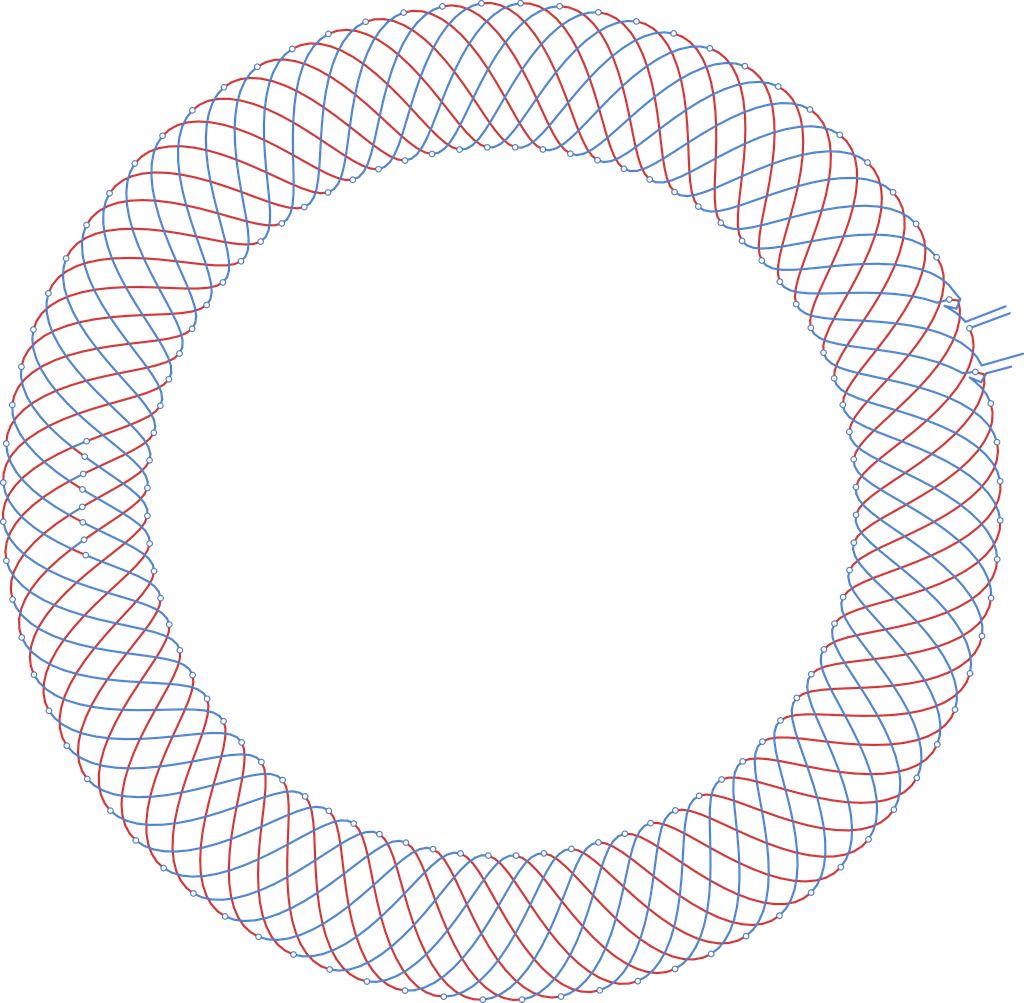
<source format=kicad_pcb>
(kicad_pcb (version 1) (host pykicad x.x.x)
  (title_block (title "A title") (comment 1 "Comment 1"))
  (layers (0 F.Cu signal) (1 B.Cu signal) (32 Edge.Cuts user) (33 B.Mask user) (34 F.Mask user) (35 B.Paste user) (36 F.Paste user) (37 B.SilkS user) (38 F.SilkS user))
  (net 2 1)
  (net 3 2)
  (net 4 3)
  (net 5 4)
  (net 6 5)
  (net 7 6)
  (net 8 7)
  (net 9 8)
  (segment (start 140.0755516876 95.5756179034) (end 141.3502326721 96.2068689760) (layer B.Cu) (net 2))
  (segment (start 141.3502326721 96.2068689760) (end 142.5417281607 96.8891039522) (layer B.Cu) (net 2))
  (segment (start 142.5417281607 96.8891039522) (end 143.6171568884 97.6198142130) (layer B.Cu) (net 2))
  (segment (start 143.6171568884 97.6198142130) (end 144.5484854733 98.3939592766) (layer B.Cu) (net 2))
  (segment (start 144.5484854733 98.3939592766) (end 145.3125593588 99.2044128300) (layer B.Cu) (net 2))
  (segment (start 145.3125593588 99.2044128300) (end 145.8910688826 100.0424032606) (layer B.Cu) (net 2))
  (segment (start 145.8910688826 100.0424032606) (end 146.2704915010 100.8979432163) (layer B.Cu) (net 2))
  (segment (start 146.2704915010 100.8979432163) (end 146.4420324626 101.7602480214) (layer B.Cu) (net 2))
  (segment (start 146.4420324626 101.7602480214) (end 146.4015750509 102.6181453638) (layer F.Cu) (net 2))
  (segment (start 146.4015750509 102.6181453638) (end 146.1496453435 103.4604797991) (layer F.Cu) (net 2))
  (segment (start 146.1496453435 103.4604797991) (end 145.6913931938 104.2765160155) (layer F.Cu) (net 2))
  (segment (start 145.6913931938 104.2765160155) (end 145.0365892498 105.0563448593) (layer F.Cu) (net 2))
  (segment (start 145.0365892498 105.0563448593) (end 144.1996359343 105.7912958866) (layer F.Cu) (net 2))
  (segment (start 144.1996359343 105.7912958866) (end 143.1995871324 106.4743595047) (layer F.Cu) (net 2))
  (segment (start 143.1995871324 106.4743595047) (end 142.0601652853 107.1006200639) (layer F.Cu) (net 2))
  (segment (start 142.0601652853 107.1006200639) (end 140.8097537129 107.6676976264) (layer F.Cu) (net 2))
  (segment (start 140.8097537129 107.6676976264) (end 139.4813238340 108.1761891069) (layer F.Cu) (net 2))
  (segment (start 139.4813238340 108.1761891069) (end 138.1122291832 108.6300870036) (layer F.Cu) (net 2))
  (segment (start 138.1122291832 108.6300870036) (end 136.7437600569 109.0371338247) (layer F.Cu) (net 2))
  (segment (start 136.7437600569 109.0371338247) (end 135.4203088594 109.4090414444) (layer F.Cu) (net 2))
  (segment (start 135.4203088594 109.4090414444) (end 134.1879625092 109.7614699045) (layer F.Cu) (net 2))
  (segment (start 134.1879625092 109.7614699045) (end 133.0923476347 110.1136310709) (layer F.Cu) (net 2))
  (segment (start 133.0923476347 110.1136310709) (end 132.1756553463 110.4873829822) (layer F.Cu) (net 2))
  (segment (start 132.1756553463 110.4873829822) (end 131.4730055672 110.9057432024) (layer F.Cu) (net 2))
  (segment (start 131.4730055672 110.9057432024) (end 131.0086548043 111.3908943842) (layer F.Cu) (net 2))
  (segment (start 131.0086548043 111.3908943842) (end 130.7928688360 111.9619553792) (layer B.Cu) (net 2))
  (segment (start 130.7928688360 111.9619553792) (end 130.8203472505 112.6329533203) (layer B.Cu) (net 2))
  (segment (start 130.8203472505 112.6329533203) (end 131.0707460501 113.4114405887) (layer B.Cu) (net 2))
  (segment (start 131.0707460501 113.4114405887) (end 131.5112005095 114.2980155218) (layer B.Cu) (net 2))
  (segment (start 131.5112005095 114.2980155218) (end 132.1001449971 115.2867186273) (layer B.Cu) (net 2))
  (segment (start 132.1001449971 115.2867186273) (end 132.7914765137 116.3660443801) (layer B.Cu) (net 2))
  (segment (start 132.7914765137 116.3660443801) (end 133.5382649853 117.5202303826) (layer B.Cu) (net 2))
  (segment (start 133.5382649853 117.5202303826) (end 134.2955839329 118.7305455795) (layer B.Cu) (net 2))
  (segment (start 140.2991451547 98.7335483430) (end 141.5203693348 99.4628637966) (layer B.Cu) (net 3))
  (segment (start 141.5203693348 99.4628637966) (end 142.6546643012 100.2364793287) (layer B.Cu) (net 3))
  (segment (start 142.6546643012 100.2364793287) (end 143.6694469747 101.0493142191) (layer B.Cu) (net 3))
  (segment (start 143.6694469747 101.0493142191) (end 144.5371658628 101.8941440505) (layer B.Cu) (net 3))
  (segment (start 144.5371658628 101.8941440505) (end 145.2352969105 102.7620477922) (layer B.Cu) (net 3))
  (segment (start 145.2352969105 102.7620477922) (end 145.7462751111 103.6428443120) (layer B.Cu) (net 3))
  (segment (start 145.7462751111 103.6428443120) (end 146.0574032050 104.5255160791) (layer B.Cu) (net 3))
  (segment (start 146.0574032050 104.5255160791) (end 146.1607597078 105.3986216349) (layer B.Cu) (net 3))
  (segment (start 146.1607597078 105.3986216349) (end 146.0531171631 106.2507001143) (layer F.Cu) (net 3))
  (segment (start 146.0531171631 106.2507001143) (end 145.7358752727 107.0706717365) (layer F.Cu) (net 3))
  (segment (start 145.7358752727 107.0706717365) (end 145.2150102979 107.8482383364) (layer F.Cu) (net 3))
  (segment (start 145.2150102979 107.8482383364) (end 144.5010402300 108.5742879028) (layer F.Cu) (net 3))
  (segment (start 144.5010402300 108.5742879028) (end 143.6090033693 109.2413067210) (layer F.Cu) (net 3))
  (segment (start 143.6090033693 109.2413067210) (end 142.5584448302 109.8438017573) (layer F.Cu) (net 3))
  (segment (start 142.5584448302 109.8438017573) (end 141.3733996033 110.3787337564) (layer F.Cu) (net 3))
  (segment (start 141.3733996033 110.3787337564) (end 140.0823502397 110.8459570468) (layer F.Cu) (net 3))
  (segment (start 140.0823502397 110.8459570468) (end 138.7181196851 111.2486536107) (layer F.Cu) (net 3))
  (segment (start 138.7181196851 111.2486536107) (end 137.3176330776 111.5937343634) (layer F.Cu) (net 3))
  (segment (start 137.3176330776 111.5937343634) (end 135.9214459594 111.8921575448) (layer F.Cu) (net 3))
  (segment (start 135.9214459594 111.8921575448) (end 134.5728949847 112.1590819133) (layer F.Cu) (net 3))
  (segment (start 134.5728949847 112.1590819133) (end 133.3166963288 112.4137351738) (layer F.Cu) (net 3))
  (segment (start 133.3166963288 112.4137351738) (end 132.1968286226 112.6788497925) (layer F.Cu) (net 3))
  (segment (start 132.1968286226 112.6788497925) (end 131.2536379536 112.9795267033) (layer F.Cu) (net 3))
  (segment (start 131.2536379536 112.9795267033) (end 130.5203300448 113.3414679924) (layer F.Cu) (net 3))
  (segment (start 130.5203300448 113.3414679924) (end 130.0193461973 113.7886910740) (layer F.Cu) (net 3))
  (segment (start 130.0193461973 113.7886910740) (end 129.7594204958 114.3410613066) (layer B.Cu) (net 3))
  (segment (start 129.7594204958 114.3410613066) (end 129.7341683118 115.0121467166) (layer B.Cu) (net 3))
  (segment (start 129.7341683118 115.0121467166) (end 129.9227158084 115.8078802319) (layer B.Cu) (net 3))
  (segment (start 129.9227158084 115.8078802319) (end 130.2922526261 116.7262798089) (layer B.Cu) (net 3))
  (segment (start 130.2922526261 116.7262798089) (end 130.8018088428 117.7581431247) (layer B.Cu) (net 3))
  (segment (start 130.8018088428 117.7581431247) (end 131.4063262925 118.8883829220) (layer B.Cu) (net 3))
  (segment (start 131.4063262925 118.8883829220) (end 132.0602562744 120.0976033024) (layer B.Cu) (net 3))
  (segment (start 132.0602562744 120.0976033024) (end 132.7202804245 121.3636060613) (layer B.Cu) (net 3))
  (segment (start 140.2742809911 101.8992868783) (end 141.4345191137 102.7221702406) (layer B.Cu) (net 4))
  (segment (start 141.4345191137 102.7221702406) (end 142.5046202521 103.5823967315) (layer B.Cu) (net 4))
  (segment (start 142.5046202521 103.5823967315) (end 143.4525003988 104.4723448542) (layer B.Cu) (net 4))
  (segment (start 143.4525003988 104.4723448542) (end 144.2512598146 105.3826507964) (layer B.Cu) (net 4))
  (segment (start 144.2512598146 105.3826507964) (end 144.8791438145 106.3026538112) (layer B.Cu) (net 4))
  (segment (start 144.8791438145 106.3026538112) (end 145.3194403414 107.2208260168) (layer B.Cu) (net 4))
  (segment (start 145.3194403414 107.2208260168) (end 145.5603557025 108.1251876304) (layer B.Cu) (net 4))
  (segment (start 145.5603557025 108.1251876304) (end 145.5948905193 109.0037109509) (layer B.Cu) (net 4))
  (segment (start 145.5948905193 109.0037109509) (end 145.4207264937 109.8447172199) (layer F.Cu) (net 4))
  (segment (start 145.4207264937 109.8447172199) (end 145.0401283222 110.6372706315) (layer F.Cu) (net 4))
  (segment (start 145.0401283222 110.6372706315) (end 144.4598618280 111.3715736581) (layer F.Cu) (net 4))
  (segment (start 144.4598618280 111.3715736581) (end 143.6911274990 112.0393676101) (layer F.Cu) (net 4))
  (segment (start 143.6911274990 112.0393676101) (end 142.7495067970 112.6343418265) (layer F.Cu) (net 4))
  (segment (start 142.7495067970 112.6343418265) (end 141.6549155636 113.1525536986) (layer F.Cu) (net 4))
  (segment (start 141.6549155636 113.1525536986) (end 140.4315531546 113.5928591040) (layer F.Cu) (net 4))
  (segment (start 140.4315531546 113.5928591040) (end 139.1078257485 113.9573475353) (layer F.Cu) (net 4))
  (segment (start 139.1078257485 113.9573475353) (end 137.7162054531 114.2517664244) (layer F.Cu) (net 4))
  (segment (start 137.7162054531 114.2517664244) (end 136.2929613547 114.4859024956) (layer F.Cu) (net 4))
  (segment (start 136.2929613547 114.4859024956) (end 134.8776642024 114.6738621591) (layer F.Cu) (net 4))
  (segment (start 134.8776642024 114.6738621591) (end 133.5123277158 114.8341575988) (layer F.Cu) (net 4))
  (segment (start 133.5123277158 114.8341575988) (end 132.2400216365 114.9894656377) (layer F.Cu) (net 4))
  (segment (start 132.2400216365 114.9894656377) (end 131.1028054555 115.1658991889) (layer F.Cu) (net 4))
  (segment (start 131.1028054555 115.1658991889) (end 130.1389314900 115.3916473262) (layer F.Cu) (net 4))
  (segment (start 130.1389314900 115.3916473262) (end 129.3794865385 115.6949381957) (layer F.Cu) (net 4))
  (segment (start 129.3794865385 115.6949381957) (end 128.8449583384 116.1014758982) (layer F.Cu) (net 4))
  (segment (start 128.8449583384 116.1014758982) (end 128.5424954322 116.6317498222) (layer B.Cu) (net 4))
  (segment (start 128.5424954322 116.6317498222) (end 128.4646683378 117.2987852363) (layer B.Cu) (net 4))
  (segment (start 128.4646683378 117.2987852363) (end 128.5902020734 118.1068590368) (layer B.Cu) (net 4))
  (segment (start 128.5902020734 118.1068590368) (end 128.8865429321 119.0514210190) (layer B.Cu) (net 4))
  (segment (start 128.8865429321 119.0514210190) (end 129.3135692944 120.1200827645) (layer B.Cu) (net 4))
  (segment (start 129.3135692944 120.1200827645) (end 129.8275456260 121.2942683021) (layer B.Cu) (net 4))
  (segment (start 129.8275456260 121.2942683021) (end 130.3845854225 122.5510678147) (layer B.Cu) (net 4))
  (segment (start 130.3845854225 122.5510678147) (end 130.9432455068 123.8649528076) (layer B.Cu) (net 4))
  (segment (start 140.0011124927 105.0533156784) (end 141.0932113038 105.9646935998) (layer B.Cu) (net 5))
  (segment (start 141.0932113038 105.9646935998) (end 142.0925210850 106.9062274672) (layer B.Cu) (net 5))
  (segment (start 142.0925210850 106.9062274672) (end 142.9676547086 107.8678019959) (layer B.Cu) (net 5))
  (segment (start 142.9676547086 107.8678019959) (end 143.6925300346 108.8379717102) (layer B.Cu) (net 5))
  (segment (start 143.6925300346 108.8379717102) (end 144.2462958731 109.8044018736) (layer B.Cu) (net 5))
  (segment (start 144.2462958731 109.8044018736) (end 144.6131961517 110.7542889281) (layer B.Cu) (net 5))
  (segment (start 144.6131961517 110.7542889281) (end 144.7824134568 111.6747646980) (layer B.Cu) (net 5))
  (segment (start 144.7824134568 111.6747646980) (end 144.7479136689 112.5532893949) (layer B.Cu) (net 5))
  (segment (start 144.7479136689 112.5532893949) (end 144.5083019415 113.3780383702) (layer F.Cu) (net 5))
  (segment (start 144.5083019415 113.3780383702) (end 144.0666940032 114.1382872158) (layer F.Cu) (net 5))
  (segment (start 144.0666940032 114.1382872158) (end 143.4306035255 114.8247994468) (layer F.Cu) (net 5))
  (segment (start 143.4306035255 114.8247994468) (end 142.6118444383 115.4302206126) (layer F.Cu) (net 5))
  (segment (start 142.6118444383 115.4302206126) (end 141.6264452996 115.9494820132) (layer F.Cu) (net 5))
  (segment (start 141.6264452996 115.9494820132) (end 140.4945698908 116.3802157728) (layer F.Cu) (net 5))
  (segment (start 140.4945698908 116.3802157728) (end 139.2404327360 116.7231799551) (layer F.Cu) (net 5))
  (segment (start 139.2404327360 116.7231799551) (end 137.8921885069 116.9826863350) (layer F.Cu) (net 5))
  (segment (start 137.8921885069 116.9826863350) (end 136.4817582727 117.1670123590) (layer F.Cu) (net 5))
  (segment (start 136.4817582727 117.1670123590) (end 135.0445314564 117.2887602218) (layer F.Cu) (net 5))
  (segment (start 135.0445314564 117.2887602218) (end 133.6188500477 117.3650975337) (layer F.Cu) (net 5))
  (segment (start 133.6188500477 117.3650975337) (end 132.2451458025 117.4177757699) (layer F.Cu) (net 5))
  (segment (start 132.2451458025 117.4177757699) (end 130.9645764900 117.4727810615) (layer F.Cu) (net 5))
  (segment (start 130.9645764900 117.4727810615) (end 129.8170231500 117.5594457737) (layer F.Cu) (net 5))
  (segment (start 129.8170231500 117.5594457737) (end 128.8384084916 117.7088733252) (layer F.Cu) (net 5))
  (segment (start 128.8384084916 117.7088733252) (end 128.0575087281 117.9516438859) (layer F.Cu) (net 5))
  (segment (start 128.0575087281 117.9516438859) (end 127.4927317196 118.3149897691) (layer F.Cu) (net 5))
  (segment (start 127.4927317196 118.3149897691) (end 127.1495963929 118.8198980695) (layer B.Cu) (net 5))
  (segment (start 127.1495963929 118.8198980695) (end 127.0196742181 119.4787709925) (layer B.Cu) (net 5))
  (segment (start 127.0196742181 119.4787709925) (end 127.0814202354 120.2942030346) (layer B.Cu) (net 5))
  (segment (start 127.0814202354 120.2942030346) (end 127.3027380951 121.2591038832) (layer B.Cu) (net 5))
  (segment (start 127.3027380951 121.2591038832) (end 127.6446018435 122.3579754035) (layer B.Cu) (net 5))
  (segment (start 127.6446018435 122.3579754035) (end 128.0648682221 123.5688674372) (layer B.Cu) (net 5))
  (segment (start 128.0648682221 123.5688674372) (end 128.5215834975 124.8654974950) (layer B.Cu) (net 5))
  (segment (start 128.5215834975 124.8654974950) (end 128.9754351908 126.2191641840) (layer B.Cu) (net 5))
  (segment (start 139.4813238340 108.1761891069) (end 140.4985501814 109.1704426395) (layer B.Cu) (net 6))
  (segment (start 140.4985501814 109.1704426395) (end 141.4209075282 110.1874790140) (layer B.Cu) (net 6))
  (segment (start 141.4209075282 110.1874790140) (end 142.2178991389 111.2147515221) (layer B.Cu) (net 6))
  (segment (start 142.2178991389 111.2147515221) (end 142.8644212777 112.2388035895) (layer B.Cu) (net 6))
  (segment (start 142.8644212777 112.2388035895) (end 143.3406548042 113.2457025382) (layer B.Cu) (net 6))
  (segment (start 143.3406548042 113.2457025382) (end 143.6318967724 114.2214480720) (layer B.Cu) (net 6))
  (segment (start 143.6318967724 114.2214480720) (end 143.7283727404 115.1523629590) (layer B.Cu) (net 6))
  (segment (start 143.7283727404 115.1523629590) (end 143.6250510506 116.0254726353) (layer B.Cu) (net 6))
  (segment (start 143.6250510506 116.0254726353) (end 143.3214689074 116.8288794654) (layer F.Cu) (net 6))
  (segment (start 143.3214689074 116.8288794654) (end 142.8215738620 117.5521365579) (layer F.Cu) (net 6))
  (segment (start 142.8215738620 117.5521365579) (end 142.1335811101 118.1866254172) (layer F.Cu) (net 6))
  (segment (start 142.1335811101 118.1866254172) (end 141.2698451867 118.7259411740) (layer F.Cu) (net 6))
  (segment (start 141.2698451867 118.7259411740) (end 140.2467429248 119.1662883396) (layer F.Cu) (net 6))
  (segment (start 140.2467429248 119.1662883396) (end 139.0845617289 119.5068883697) (layer F.Cu) (net 6))
  (segment (start 139.0845617289 119.5068883697) (end 137.8073820007 119.7503968409) (layer F.Cu) (net 6))
  (segment (start 137.8073820007 119.7503968409) (end 136.4429333228 119.9033212261) (layer F.Cu) (net 6))
  (segment (start 136.4429333228 119.9033212261) (end 135.0223889211 119.9764179537) (layer F.Cu) (net 6))
  (segment (start 135.0223889211 119.9764179537) (end 133.5800403681 119.9850269921) (layer F.Cu) (net 6))
  (segment (start 133.5800403681 119.9850269921) (end 132.1527645030 119.9492713074) (layer F.Cu) (net 6))
  (segment (start 132.1527645030 119.9492713074) (end 130.7791618428 119.8940075614) (layer F.Cu) (net 6))
  (segment (start 130.7791618428 119.8940075614) (end 129.4982244327 119.8483709797) (layer F.Cu) (net 6))
  (segment (start 129.4982244327 119.8483709797) (end 128.3474089817 119.8447325362) (layer F.Cu) (net 6))
  (segment (start 128.3474089817 119.8447325362) (end 127.3600871151 119.9169182312) (layer F.Cu) (net 6))
  (segment (start 127.3600871151 119.9169182312) (end 126.5625470463 120.0976717220) (layer F.Cu) (net 6))
  (segment (start 126.5625470463 120.0976717220) (end 125.9710032673 120.4155856378) (layer F.Cu) (net 6))
  (segment (start 125.9710032673 120.4155856378) (end 125.5893110638 120.8920153869) (layer B.Cu) (net 6))
  (segment (start 125.5893110638 120.8920153869) (end 125.4080948219 121.5386636483) (layer B.Cu) (net 6))
  (segment (start 125.4080948219 121.5386636483) (end 125.4056724362 122.3564265222) (layer B.Cu) (net 6))
  (segment (start 125.4056724362 122.3564265222) (end 125.5506027988 123.3357173027) (layer B.Cu) (net 6))
  (segment (start 125.5506027988 123.3357173027) (end 125.8051962295 124.4580236893) (layer B.Cu) (net 6))
  (segment (start 125.8051962295 124.4580236893) (end 126.1291615731 125.6981566670) (layer B.Cu) (net 6))
  (segment (start 126.1291615731 125.6981566670) (end 126.4827365259 127.0266231146) (layer B.Cu) (net 6))
  (segment (start 126.4827365259 127.0266231146) (end 126.8289816815 128.4117256944) (layer B.Cu) (net 6))
  (segment (start 138.7181196851 111.2486536107) (end 139.6542020300 112.3196528508) (layer B.Cu) (net 7))
  (segment (start 139.6542020300 112.3196528508) (end 140.4939203026 113.4059213649) (layer B.Cu) (net 7))
  (segment (start 140.4939203026 113.4059213649) (end 141.2078561821 114.4925583759) (layer B.Cu) (net 7))
  (segment (start 141.2078561821 114.4925583759) (end 141.7720391097 115.5641791749) (layer B.Cu) (net 7))
  (segment (start 141.7720391097 115.5641791749) (end 142.1678041862 116.6053390420) (layer B.Cu) (net 7))
  (segment (start 142.1678041862 116.6053390420) (end 142.3815922404 117.6009272594) (layer B.Cu) (net 7))
  (segment (start 142.3815922404 117.6009272594) (end 142.4047320650 118.5365418637) (layer B.Cu) (net 7))
  (segment (start 142.4047320650 118.5365418637) (end 142.2332254858 119.3988535079) (layer B.Cu) (net 7))
  (segment (start 142.2332254858 119.3988535079) (end 141.8675446116 120.1759649224) (layer F.Cu) (net 7))
  (segment (start 141.8675446116 120.1759649224) (end 141.3124444783 120.8577711415) (layer F.Cu) (net 7))
  (segment (start 141.3124444783 120.8577711415) (end 140.5767911563 121.4363247942) (layer F.Cu) (net 7))
  (segment (start 140.5767911563 121.4363247942) (end 139.6734036160 121.9062100810) (layer F.Cu) (net 7))
  (segment (start 139.6734036160 121.9062100810) (end 138.6189059964 122.2649281250) (layer F.Cu) (net 7))
  (segment (start 138.6189059964 122.2649281250) (end 137.4335842469 122.5132945131) (layer F.Cu) (net 7))
  (segment (start 137.4335842469 122.5132945131) (end 136.1412361832 122.6558459624) (layer F.Cu) (net 7))
  (segment (start 136.1412361832 122.6558459624) (end 134.7689953362 122.7012455233) (layer F.Cu) (net 7))
  (segment (start 134.7689953362 122.7012455233) (end 133.3470948956 122.6626622889) (layer F.Cu) (net 7))
  (segment (start 133.3470948956 122.6626622889) (end 131.9085171646 122.5580794253) (layer F.Cu) (net 7))
  (segment (start 131.9085171646 122.5580794253) (end 130.4884464733 122.4104511898) (layer F.Cu) (net 7))
  (segment (start 130.4884464733 122.4104511898) (end 129.1234141152 122.2475861808) (layer F.Cu) (net 7))
  (segment (start 129.1234141152 122.2475861808) (end 127.8500060125 122.1015890906) (layer F.Cu) (net 7))
  (segment (start 127.8500060125 122.1015890906) (end 126.7030236105 122.0076699236) (layer F.Cu) (net 7))
  (segment (start 126.7030236105 122.0076699236) (end 125.7130817034 122.0021687133) (layer F.Cu) (net 7))
  (segment (start 125.7130817034 122.0021687133) (end 124.9038184290 122.1197907288) (layer F.Cu) (net 7))
  (segment (start 124.9038184290 122.1197907288) (end 124.2891549438 122.3903126321) (layer F.Cu) (net 7))
  (segment (start 124.2891549438 122.3903126321) (end 123.8712591226 122.8353264822) (layer B.Cu) (net 7))
  (segment (start 123.8712591226 122.8353264822) (end 123.6398660720 123.4657632803) (layer B.Cu) (net 7))
  (segment (start 123.6398660720 123.4657632803) (end 123.5732902181 124.2808152060) (layer B.Cu) (net 7))
  (segment (start 123.5732902181 124.2808152060) (end 123.6409395397 125.2684582650) (layer B.Cu) (net 7))
  (segment (start 123.6409395397 125.2684582650) (end 123.8066929996 126.4072801260) (layer B.Cu) (net 7))
  (segment (start 123.8066929996 126.4072801260) (end 124.0323599542 127.6690082155) (layer B.Cu) (net 7))
  (segment (start 124.0323599542 127.6690082155) (end 124.2806146772 129.0211206155) (layer B.Cu) (net 7))
  (segment (start 124.2806146772 129.0211206155) (end 124.5171185787 130.4291194680) (layer B.Cu) (net 7))
  (segment (start 137.7162054531 114.2517664244) (end 138.5653725367 115.3929083056) (layer B.Cu) (net 8))
  (segment (start 138.5653725367 115.3929083056) (end 139.3172745928 116.5417117528) (layer B.Cu) (net 8))
  (segment (start 139.3172745928 116.5417117528) (end 139.9437530890 117.6810137880) (layer B.Cu) (net 8))
  (segment (start 139.9437530890 117.6810137880) (end 140.4221184300 118.7935964200) (layer B.Cu) (net 8))
  (segment (start 140.4221184300 118.7935964200) (end 140.7349750332 119.8625981088) (layer B.Cu) (net 8))
  (segment (start 140.7349750332 119.8625981088) (end 140.8699910989 120.8718908774) (layer B.Cu) (net 8))
  (segment (start 140.8699910989 120.8718908774) (end 140.8196521153 121.8064368238) (layer B.Cu) (net 8))
  (segment (start 140.8196521153 121.8064368238) (end 140.5810180419 122.6526339978) (layer B.Cu) (net 8))
  (segment (start 140.5810180419 122.6526339978) (end 140.1554929809 123.3986588465) (layer F.Cu) (net 8))
  (segment (start 140.1554929809 123.3986588465) (end 139.5486101367 124.0348106301) (layer F.Cu) (net 8))
  (segment (start 139.5486101367 124.0348106301) (end 138.7698317919 124.5538621005) (layer F.Cu) (net 8))
  (segment (start 138.7698317919 124.5538621005) (end 137.8323623192 124.9514199183) (layer F.Cu) (net 8))
  (segment (start 137.8323623192 124.9514199183) (end 136.7529706705 125.2262972246) (layer F.Cu) (net 8))
  (segment (start 136.7529706705 125.2262972246) (end 135.5518162701 125.3808987094) (layer F.Cu) (net 8))
  (segment (start 135.5518162701 125.3808987094) (end 134.2522676264 125.4216142597) (layer F.Cu) (net 8))
  (segment (start 134.2522676264 125.4216142597) (end 132.8806949315 125.3592090930) (layer F.Cu) (net 8))
  (segment (start 132.8806949315 125.3592090930) (end 131.4662049411 125.2091837750) (layer F.Cu) (net 8))
  (segment (start 131.4662049411 125.2091837750) (end 130.0402673420 124.9920537976) (layer F.Cu) (net 8))
  (segment (start 130.0402673420 124.9920537976) (end 128.6361570326 124.7334631883) (layer F.Cu) (net 8))
  (segment (start 128.6361570326 124.7334631883) (end 127.2881108550 124.4640010333) (layer F.Cu) (net 8))
  (segment (start 127.2881108550 124.4640010333) (end 126.0300830443 124.2185435552) (layer F.Cu) (net 8))
  (segment (start 126.0300830443 124.2185435552) (end 124.8940052191 124.0349227076) (layer F.Cu) (net 8))
  (segment (start 124.8940052191 124.0349227076) (end 123.9075465925 123.9517685089) (layer F.Cu) (net 8))
  (segment (start 123.9075465925 123.9517685089) (end 123.0915494897 124.0055338702) (layer F.Cu) (net 8))
  (segment (start 123.0915494897 124.0055338702) (end 122.4575559030 124.2269959035) (layer F.Cu) (net 8))
  (segment (start 122.4575559030 124.2269959035) (end 122.0060329309 124.6378501962) (layer B.Cu) (net 8))
  (segment (start 122.0060329309 124.6378501962) (end 121.7258896868 125.2481886786) (layer B.Cu) (net 8))
  (segment (start 121.7258896868 125.2481886786) (end 121.5955708270 126.0555045899) (layer B.Cu) (net 8))
  (segment (start 121.5955708270 126.0555045899) (end 121.5855220269 127.0454107796) (layer B.Cu) (net 8))
  (segment (start 121.5855220269 127.0454107796) (end 121.6614135908 128.1937268994) (layer B.Cu) (net 8))
  (segment (start 121.6614135908 128.1937268994) (end 121.7873908446 129.4692711274) (layer B.Cu) (net 8))
  (segment (start 121.7873908446 129.4692711274) (end 121.9287947649 130.8366932572) (layer B.Cu) (net 8))
  (segment (start 121.9287947649 130.8366932572) (end 122.0540992870 132.2589076015) (layer B.Cu) (net 8))
  (segment (start 136.4817582727 117.1670123590) (end 137.2387746974 118.3712613621) (layer B.Cu) (net 9))
  (segment (start 137.2387746974 118.3712613621) (end 137.8982248108 119.5755169870) (layer B.Cu) (net 9))
  (segment (start 137.8982248108 119.5755169870) (end 138.4333834754 120.7604598705) (layer B.Cu) (net 9))
  (segment (start 138.4333834754 120.7604598705) (end 138.8229819485 121.9071448937) (layer B.Cu) (net 9))
  (segment (start 138.8229819485 121.9071448937) (end 139.0510012134 122.9973976532) (layer B.Cu) (net 9))
  (segment (start 139.0510012134 122.9973976532) (end 139.1064128717 124.0141723475) (layer B.Cu) (net 9))
  (segment (start 139.1064128717 124.0141723475) (end 138.9829054365 124.9418878495) (layer B.Cu) (net 9))
  (segment (start 138.9829054365 124.9418878495) (end 138.6786151271 125.7667534664) (layer B.Cu) (net 9))
  (segment (start 138.6786151271 125.7667534664) (end 138.1958693829 126.4770922580) (layer F.Cu) (net 9))
  (segment (start 138.1958693829 126.4770922580) (end 137.5409454623 127.0636675187) (layer F.Cu) (net 9))
  (segment (start 137.5409454623 127.0636675187) (end 136.7238435222 127.5200166820) (layer F.Cu) (net 9))
  (segment (start 136.7238435222 127.5200166820) (end 135.7580719282 127.8427959546) (layer F.Cu) (net 9))
  (segment (start 135.7580719282 127.8427959546) (end 134.6604410588 128.0321378132) (layer F.Cu) (net 9))
  (segment (start 134.6604410588 128.0321378132) (end 133.4508595239 128.0920212252) (layer F.Cu) (net 9))
  (segment (start 133.4508595239 128.0920212252) (end 132.1521224496 128.0306498516) (layer F.Cu) (net 9))
  (segment (start 132.1521224496 128.0306498516) (end 130.7896741086 127.8608247058) (layer F.Cu) (net 9))
  (segment (start 130.7896741086 127.8608247058) (end 129.3913153696 127.6002822602) (layer F.Cu) (net 9))
  (segment (start 129.3913153696 127.6002822602) (end 127.9868092819 127.2719438475) (layer F.Cu) (net 9))
  (segment (start 127.9868092819 127.2719438475) (end 126.6073161613 126.9039851616) (layer F.Cu) (net 9))
  (segment (start 126.6073161613 126.9039851616) (end 125.2845673173 126.5295871844) (layer F.Cu) (net 9))
  (segment (start 125.2845673173 126.5295871844) (end 124.0496759582 126.1861826454) (layer F.Cu) (net 9))
  (segment (start 124.0496759582 126.1861826454) (end 122.9315070075 125.9139922007) (layer F.Cu) (net 9))
  (segment (start 122.9315070075 125.9139922007) (end 121.9546135068 125.7536976868) (layer F.Cu) (net 9))
  (segment (start 121.9546135068 125.7536976868) (end 121.1369134691 125.7432749127) (layer F.Cu) (net 9))
  (segment (start 121.1369134691 125.7432749127) (end 120.4874985622 125.9143116889) (layer F.Cu) (net 9))
  (segment (start 120.4874985622 125.9143116889) (end 120.0051322284 126.2884733708) (layer B.Cu) (net 9))
  (segment (start 120.0051322284 126.2884733708) (end 119.6779659671 126.8749505977) (layer B.Cu) (net 9))
  (segment (start 119.6779659671 126.8749505977) (end 119.4847075604 127.6695531236) (layer B.Cu) (net 9))
  (segment (start 119.4847075604 127.6695531236) (end 119.3970225930 128.6556193431) (layer B.Cu) (net 9))
  (segment (start 119.3970225930 128.6556193431) (end 119.3825843641 129.8063499710) (layer B.Cu) (net 9))
  (segment (start 119.3825843641 129.8063499710) (end 119.4080952254 131.0878461833) (layer B.Cu) (net 9))
  (segment (start 119.4080952254 131.0878461833) (end 119.4417765408 132.4621474308) (layer B.Cu) (net 9))
  (segment (start 119.4417765408 132.4621474308) (end 119.4551091395 133.8898088424) (layer B.Cu) (net 9))
  (segment (start 134.2955839329 118.7305455795) (end 135.0223889211 119.9764179537) (layer B.Cu) (net 2))
  (segment (start 135.0223889211 119.9764179537) (end 135.6825874290 121.2363494832) (layer B.Cu) (net 2))
  (segment (start 135.6825874290 121.2363494832) (end 136.2455198704 122.4886326495) (layer B.Cu) (net 2))
  (segment (start 136.2455198704 122.4886326495) (end 136.6860592723 123.7119108145) (layer B.Cu) (net 2))
  (segment (start 136.6860592723 123.7119108145) (end 136.9844888734 124.8856285343) (layer B.Cu) (net 2))
  (segment (start 136.9844888734 124.8856285343) (end 137.1262649853 125.9904105937) (layer B.Cu) (net 2))
  (segment (start 137.1262649853 125.9904105937) (end 137.1017306048 127.0083984595) (layer B.Cu) (net 2))
  (segment (start 137.1017306048 127.0083984595) (end 136.9058161825 127.9235638426) (layer B.Cu) (net 2))
  (segment (start 136.9058161825 127.9235638426) (end 136.5377456882 128.7220123316) (layer B.Cu) (net 2))
  (segment (start 136.5377456882 128.7220123316) (end 136.0007555488 129.3922855911) (layer F.Cu) (net 2))
  (segment (start 136.0007555488 129.3922855911) (end 135.3018283755 129.9256678976) (layer F.Cu) (net 2))
  (segment (start 135.3018283755 129.9256678976) (end 134.4514405453 130.3165012093) (layer F.Cu) (net 2))
  (segment (start 134.4514405453 130.3165012093) (end 133.4633211329 130.5625118952) (layer F.Cu) (net 2))
  (segment (start 133.4633211329 130.5625118952) (end 132.3542183023 130.6651509506) (layer F.Cu) (net 2))
  (segment (start 132.3542183023 130.6651509506) (end 131.1436671052 130.6299470885) (layer F.Cu) (net 2))
  (segment (start 131.1436671052 130.6299470885) (end 129.8537487463 130.4668671660) (layer F.Cu) (net 2))
  (segment (start 129.8537487463 130.4668671660) (end 128.5088247062 130.1906690696) (layer F.Cu) (net 2))
  (segment (start 128.5088247062 130.1906690696) (end 127.1352185652 129.8212158273) (layer F.Cu) (net 2))
  (segment (start 127.1352185652 129.8212158273) (end 125.7608032360 129.3836932947) (layer F.Cu) (net 2))
  (segment (start 125.7608032360 129.3836932947) (end 124.4144323381 128.9086351198) (layer F.Cu) (net 2))
  (segment (start 124.4144323381 128.9086351198) (end 123.1251360140 128.4316096085) (layer F.Cu) (net 2))
  (segment (start 123.1251360140 128.4316096085) (end 121.9209946224 127.9923752117) (layer F.Cu) (net 2))
  (segment (start 121.9209946224 127.9923752117) (end 120.8276284296 127.6332933146) (layer F.Cu) (net 2))
  (segment (start 120.8276284296 127.6332933146) (end 119.8663229282 127.3968467545) (layer F.Cu) (net 2))
  (segment (start 119.8663229282 127.3968467545) (end 119.0519613483 127.3223001048) (layer F.Cu) (net 2))
  (segment (start 119.0519613483 127.3223001048) (end 118.3911289799 127.4418571254) (layer F.Cu) (net 2))
  (segment (start 118.3911289799 127.4418571254) (end 117.8808932334 127.7770193653) (layer B.Cu) (net 2))
  (segment (start 117.8808932334 127.7770193653) (end 117.5087210436 128.3360195096) (layer B.Cu) (net 2))
  (segment (start 117.5087210436 128.3360195096) (end 117.2537145925 129.1130096613) (layer B.Cu) (net 2))
  (segment (start 117.2537145925 129.1130096613) (end 117.0889340646 130.0891564845) (layer B.Cu) (net 2))
  (segment (start 117.0889340646 130.0891564845) (end 116.9842550595 131.2352069835) (layer B.Cu) (net 2))
  (segment (start 116.9842550595 131.2352069835) (end 116.9091422452 132.5147543298) (layer B.Cu) (net 2))
  (segment (start 116.9091422452 132.5147543298) (end 116.8348932993 133.8874616707) (layer B.Cu) (net 2))
  (segment (start 116.8348932993 133.8874616707) (end 116.7361717747 135.3117681422) (layer B.Cu) (net 2))
  (segment (start 132.7202804245 121.3636060613) (end 133.3470948956 122.6626622889) (layer B.Cu) (net 3))
  (segment (start 133.3470948956 122.6626622889) (end 133.9064051434 123.9705084479) (layer B.Cu) (net 3))
  (segment (start 133.9064051434 123.9705084479) (end 134.3693492471 125.2630984134) (layer B.Cu) (net 3))
  (segment (start 134.3693492471 125.2630984134) (end 134.7125533144 126.5171699432) (layer B.Cu) (net 3))
  (segment (start 134.7125533144 126.5171699432) (end 134.9179741257 127.7106839997) (layer B.Cu) (net 3))
  (segment (start 134.9179741257 127.7106839997) (end 134.9726329878 128.8231840102) (layer B.Cu) (net 3))
  (segment (start 134.9726329878 128.8231840102) (end 134.8683038313 129.8361088139) (layer B.Cu) (net 3))
  (segment (start 134.8683038313 129.8361088139) (end 134.6011902993 130.7330817791) (layer B.Cu) (net 3))
  (segment (start 134.6011902993 130.7330817791) (end 134.1716088971 131.5001904397) (layer B.Cu) (net 3))
  (segment (start 134.1716088971 131.5001904397) (end 133.5836850852 132.1262657097) (layer F.Cu) (net 3))
  (segment (start 133.5836850852 132.1262657097) (end 132.8450637777 132.6031665825) (layer F.Cu) (net 3))
  (segment (start 132.8450637777 132.6031665825) (end 131.9666329812 132.9260744254) (layer F.Cu) (net 3))
  (segment (start 131.9666329812 132.9260744254) (end 130.9622578352 133.0937997869) (layer F.Cu) (net 3))
  (segment (start 130.9622578352 133.0937997869) (end 129.8485210310 133.1091032352) (layer F.Cu) (net 3))
  (segment (start 129.8485210310 133.1091032352) (end 128.6444636224 132.9790291426) (layer F.Cu) (net 3))
  (segment (start 128.6444636224 132.9790291426) (end 127.3713167546 132.7152461130) (layer F.Cu) (net 3))
  (segment (start 127.3713167546 132.7152461130) (end 126.0522089193 132.3343779192) (layer F.Cu) (net 3))
  (segment (start 126.0522089193 132.3343779192) (end 124.7118241150 131.8582916822) (layer F.Cu) (net 3))
  (segment (start 124.7118241150 131.8582916822) (end 123.3759732718 131.3142825017) (layer F.Cu) (net 3))
  (segment (start 123.3759732718 131.3142825017) (end 122.0710254209 130.7350537295) (layer F.Cu) (net 3))
  (segment (start 122.0710254209 130.7350537295) (end 120.8231305573 130.1583417049) (layer F.Cu) (net 3))
  (segment (start 120.8231305573 130.1583417049) (end 119.6571630654 129.6259854764) (layer F.Cu) (net 3))
  (segment (start 119.6571630654 129.6259854764) (end 118.5953405966 129.1822259862) (layer F.Cu) (net 3))
  (segment (start 118.5953405966 129.1822259862) (end 117.6555498625 128.8710851515) (layer F.Cu) (net 3))
  (segment (start 117.6555498625 128.8710851515) (end 116.8495475503 128.7328742311) (layer F.Cu) (net 3))
  (segment (start 116.8495475503 128.7328742311) (end 116.1813719719 128.8002143873) (layer F.Cu) (net 3))
  (segment (start 116.1813719719 128.8002143873) (end 115.6464125856 129.0943107986) (layer B.Cu) (net 3))
  (segment (start 115.6464125856 129.0943107986) (end 115.2315290326 129.6223874386) (layer B.Cu) (net 3))
  (segment (start 115.2315290326 129.6223874386) (end 114.9163467366 130.3769748134) (layer B.Cu) (net 3))
  (segment (start 114.9163467366 130.3769748134) (end 114.6754865750 131.3371839704) (layer B.Cu) (net 3))
  (segment (start 114.6754865750 131.3371839704) (end 114.4812121745 132.4714885582) (layer B.Cu) (net 3))
  (segment (start 114.4812121745 132.4714885582) (end 114.3059387803 133.7411982035) (layer B.Cu) (net 3))
  (segment (start 114.3059387803 133.7411982035) (end 114.1242173424 135.1038484407) (layer B.Cu) (net 3))
  (segment (start 114.1242173424 135.1038484407) (end 113.9140503455 136.5160186491) (layer B.Cu) (net 3))
  (segment (start 130.9432455068 123.8649528076) (end 131.4662049411 125.2091837750) (layer B.Cu) (net 4))
  (segment (start 131.4662049411 125.2091837750) (end 131.9211785951 126.5568812570) (layer B.Cu) (net 4))
  (segment (start 131.9211785951 126.5568812570) (end 132.2812801568 127.8818087749) (layer B.Cu) (net 4))
  (segment (start 132.2812801568 127.8818087749) (end 132.5250329223 129.1589419014) (layer B.Cu) (net 4))
  (segment (start 132.5250329223 129.1589419014) (end 132.6361784561 130.3648938834) (layer B.Cu) (net 4))
  (segment (start 132.6361784561 130.3648938834) (end 132.6033830784 131.4782529126) (layer B.Cu) (net 4))
  (segment (start 132.6033830784 131.4782529126) (end 132.4199023697 132.4798696359) (layer B.Cu) (net 4))
  (segment (start 132.4199023697 132.4798696359) (end 132.0832365719 133.3531200466) (layer B.Cu) (net 4))
  (segment (start 132.0832365719 133.3531200466) (end 131.5947927739 134.0841593989) (layer B.Cu) (net 4))
  (segment (start 131.5947927739 134.0841593989) (end 130.9595600354 134.6621767171) (layer F.Cu) (net 4))
  (segment (start 130.9595600354 134.6621767171) (end 130.1857984396 135.0796559038) (layer F.Cu) (net 4))
  (segment (start 130.1857984396 135.0796559038) (end 129.2847404948 135.3326474437) (layer F.Cu) (net 4))
  (segment (start 129.2847404948 135.3326474437) (end 128.2703019220 135.4210533981) (layer F.Cu) (net 4))
  (segment (start 128.2703019220 135.4210533981) (end 127.1587977019 135.3489268884) (layer F.Cu) (net 4))
  (segment (start 127.1587977019 135.3489268884) (end 125.9686574961 135.1247845154) (layer F.Cu) (net 4))
  (segment (start 125.9686574961 135.1247845154) (end 124.7201314933 134.7619246889) (layer F.Cu) (net 4))
  (segment (start 124.7201314933 134.7619246889) (end 123.4349726013 134.2787345767) (layer F.Cu) (net 4))
  (segment (start 123.4349726013 134.2787345767) (end 122.1360730515 133.6989505750) (layer F.Cu) (net 4))
  (segment (start 122.1360730515 133.6989505750) (end 120.8470226591 133.0518087441) (layer F.Cu) (net 4))
  (segment (start 120.8470226591 133.0518087441) (end 119.5915432926 132.3719805124) (layer F.Cu) (net 4))
  (segment (start 119.5915432926 132.3719805124) (end 118.3927435764 131.6991375960) (layer F.Cu) (net 4))
  (segment (start 118.3927435764 131.6991375960) (end 117.2721385614 131.0769416890) (layer F.Cu) (net 4))
  (segment (start 117.2721385614 131.0769416890) (end 116.2484063052 130.5512405305) (layer F.Cu) (net 4))
  (segment (start 116.2484063052 130.5512405305) (end 115.3359244609 130.1673237081) (layer F.Cu) (net 4))
  (segment (start 115.3359244609 130.1673237081) (end 114.5432506886 129.9663006332) (layer F.Cu) (net 4))
  (segment (start 114.5432506886 129.9663006332) (end 113.8718514248 129.9810087505) (layer F.Cu) (net 4))
  (segment (start 113.8718514248 129.9810087505) (end 113.3154666012 130.2322261310) (layer B.Cu) (net 4))
  (segment (start 113.3154666012 130.2322261310) (end 112.8604295801 130.7261234985) (layer B.Cu) (net 4))
  (segment (start 112.8604295801 130.7261234985) (end 112.4870146428 131.4536558143) (layer B.Cu) (net 4))
  (segment (start 112.4870146428 131.4536558143) (end 112.1715598306 132.3920072966) (layer B.Cu) (net 4))
  (segment (start 112.1715598306 132.3920072966) (end 111.8888878011 133.5075726080) (layer B.Cu) (net 4))
  (segment (start 111.8888878011 133.5075726080) (end 111.6145344456 134.7596163703) (layer B.Cu) (net 4))
  (segment (start 111.6145344456 134.7596163703) (end 111.3264608889 136.1038083118) (layer B.Cu) (net 4))
  (segment (start 111.3264608889 136.1038083118) (end 111.0061441691 137.4951357583) (layer B.Cu) (net 4))
  (segment (start 128.9754351908 126.2191641840) (end 129.3913153696 127.6002822602) (layer B.Cu) (net 5))
  (segment (start 129.3913153696 127.6002822602) (end 129.7391473658 128.9795220622) (layer B.Cu) (net 5))
  (segment (start 129.7391473658 128.9795220622) (end 129.9941862397 130.3286185135) (layer B.Cu) (net 5))
  (segment (start 129.9941862397 130.3286185135) (end 130.1369848865 131.6209392864) (layer B.Cu) (net 5))
  (segment (start 130.1369848865 131.6209392864) (end 130.1531698938 132.8318940990) (layer B.Cu) (net 5))
  (segment (start 130.1531698938 132.8318940990) (end 130.0331224706 133.9392479182) (layer B.Cu) (net 5))
  (segment (start 130.0331224706 133.9392479182) (end 129.7716214293 134.9233812609) (layer B.Cu) (net 5))
  (segment (start 129.7716214293 134.9233812609) (end 129.3674790222 135.7675252380) (layer B.Cu) (net 5))
  (segment (start 129.3674790222 135.7675252380) (end 128.8231842469 136.4579881812) (layer B.Cu) (net 5))
  (segment (start 128.8231842469 136.4579881812) (end 128.1445590028 136.9843838787) (layer F.Cu) (net 5))
  (segment (start 128.1445590028 136.9843838787) (end 127.3404276164 137.3398674813) (layer F.Cu) (net 5))
  (segment (start 127.3404276164 137.3398674813) (end 126.4222978450 137.5213829411) (layer F.Cu) (net 5))
  (segment (start 126.4222978450 137.5213829411) (end 125.4040501965 137.5299244364) (layer F.Cu) (net 5))
  (segment (start 125.4040501965 137.5299244364) (end 124.3016313537 137.3708126526) (layer F.Cu) (net 5))
  (segment (start 124.3016313537 137.3708126526) (end 123.1327459610 137.0539839114) (layer F.Cu) (net 5))
  (segment (start 123.1327459610 137.0539839114) (end 121.9165384009 136.5942844395) (layer F.Cu) (net 5))
  (segment (start 121.9165384009 136.5942844395) (end 120.6732518842 136.0117514366) (layer F.Cu) (net 5))
  (segment (start 120.6732518842 136.0117514366) (end 119.4238457368 135.3318442314) (layer F.Cu) (net 5))
  (segment (start 119.4238457368 135.3318442314) (end 118.1895432193 134.5855595946) (layer F.Cu) (net 5))
  (segment (start 118.1895432193 134.5855595946) (end 116.9912727850 133.8093232708) (layer F.Cu) (net 5))
  (segment (start 116.9912727850 133.8093232708) (end 115.8489592150 133.0444977628) (layer F.Cu) (net 5))
  (segment (start 115.8489592150 133.0444977628) (end 114.7806255796 132.3362982220) (layer F.Cu) (net 5))
  (segment (start 114.7806255796 132.3362982220) (end 113.8012951858 131.7318965176) (layer F.Cu) (net 5))
  (segment (start 113.8012951858 131.7318965176) (end 112.9217479852 131.2775706822) (layer F.Cu) (net 5))
  (segment (start 112.9217479852 131.2775706822) (end 112.1472898503 131.0149748271) (layer F.Cu) (net 5))
  (segment (start 112.1472898503 131.0149748271) (end 111.4768063007 130.9769602250) (layer F.Cu) (net 5))
  (segment (start 111.4768063007 130.9769602250) (end 110.9024263374 131.1837497361) (layer B.Cu) (net 5))
  (segment (start 110.9024263374 131.1837497361) (end 110.4100413027 131.6404227896) (layer B.Cu) (net 5))
  (segment (start 110.4100413027 131.6404227896) (end 109.9806959515 132.3364145678) (layer B.Cu) (net 5))
  (segment (start 109.9806959515 132.3364145678) (end 109.5925913724 133.2471231263) (layer B.Cu) (net 5))
  (segment (start 109.5925913724 133.2471231263) (end 109.2232644808 134.3370713303) (layer B.Cu) (net 5))
  (segment (start 109.2232644808 134.3370713303) (end 108.8515226438 135.5637299433) (layer B.Cu) (net 5))
  (segment (start 108.8515226438 135.5637299433) (end 108.4588730375 136.8811761989) (layer B.Cu) (net 5))
  (segment (start 108.4588730375 136.8811761989) (end 108.0303814540 138.2430828870) (layer B.Cu) (net 5))
  (segment (start 126.8289816815 128.4117256944) (end 127.1352185652 129.8212158273) (layer B.Cu) (net 6))
  (segment (start 127.1352185652 129.8212158273) (end 127.3737644038 131.2234944771) (layer B.Cu) (net 6))
  (segment (start 127.3737644038 131.2234944771) (end 127.5221681903 132.5884422338) (layer B.Cu) (net 6))
  (segment (start 127.5221681903 132.5884422338) (end 127.5631323173 133.8879830657) (layer B.Cu) (net 6))
  (segment (start 127.5631323173 133.8879830657) (end 127.4842570120 135.0964747698) (layer B.Cu) (net 6))
  (segment (start 127.4842570120 135.0964747698) (end 127.2776976757 136.1909961745) (layer B.Cu) (net 6))
  (segment (start 127.2776976757 136.1909961745) (end 126.9397885427 137.1515786273) (layer B.Cu) (net 6))
  (segment (start 126.9397885427 137.1515786273) (end 126.4706611987 137.9614117424) (layer B.Cu) (net 6))
  (segment (start 126.4706611987 137.9614117424) (end 125.8738712044 138.6070413429) (layer B.Cu) (net 6))
  (segment (start 125.8738712044 138.6070413429) (end 125.1560374050 139.0785700152) (layer F.Cu) (net 6))
  (segment (start 125.1560374050 139.0785700152) (end 124.3264939653 139.3698663590) (layer F.Cu) (net 6))
  (segment (start 124.3264939653 139.3698663590) (end 123.3969529427 139.4787866356) (layer F.Cu) (net 6))
  (segment (start 123.3969529427 139.4787866356) (end 122.3811740539 139.4074110106) (layer F.Cu) (net 6))
  (segment (start 122.3811740539 139.4074110106) (end 121.2946373672 139.1622949298) (layer F.Cu) (net 6))
  (segment (start 121.2946373672 139.1622949298) (end 120.1542133545 138.7547331750) (layer F.Cu) (net 6))
  (segment (start 120.1542133545 138.7547331750) (end 118.9778225614 138.2010282577) (layer F.Cu) (net 6))
  (segment (start 118.9778225614 138.2010282577) (end 117.7840736947 137.5227438738) (layer F.Cu) (net 6))
  (segment (start 117.7840736947 137.5227438738) (end 116.5918639540 136.7469053191) (layer F.Cu) (net 6))
  (segment (start 116.5918639540 136.7469053191) (end 115.4199191970 135.9060789694) (layer F.Cu) (net 6))
  (segment (start 115.4199191970 135.9060789694) (end 114.2862454306 135.0382203084) (layer F.Cu) (net 6))
  (segment (start 114.2862454306 135.0382203084) (end 113.2074607499 134.1861276125) (layer F.Cu) (net 6))
  (segment (start 113.2074607499 134.1861276125) (end 112.1979851260 133.3962907236) (layer F.Cu) (net 6))
  (segment (start 112.1979851260 133.3962907236) (end 111.2690944922 132.7169148108) (layer F.Cu) (net 6))
  (segment (start 111.2690944922 132.7169148108) (end 110.4279046363 132.1949810323) (layer F.Cu) (net 6))
  (segment (start 110.4279046363 132.1949810323) (end 109.6764369307 131.8724313876) (layer F.Cu) (net 6))
  (segment (start 109.6764369307 131.8724313876) (end 109.0110028495 131.7819284389) (layer F.Cu) (net 6))
  (segment (start 109.0110028495 131.7819284389) (end 108.4221689898 131.9430151544) (layer B.Cu) (net 6))
  (segment (start 108.4221689898 131.9430151544) (end 107.8954716590 132.3596483527) (layer B.Cu) (net 6))
  (segment (start 107.8954716590 132.3596483527) (end 107.4128429507 133.0198085725) (layer B.Cu) (net 6))
  (segment (start 107.4128429507 133.0198085725) (end 106.9544813985 133.8972593861) (layer B.Cu) (net 6))
  (segment (start 106.9544813985 133.8972593861) (end 106.5007766680 134.9548705897) (layer B.Cu) (net 6))
  (segment (start 106.5007766680 134.9548705897) (end 106.0339382615 136.1485812952) (layer B.Cu) (net 6))
  (segment (start 106.0339382615 136.1485812952) (end 105.5391334210 137.4311593706) (layer B.Cu) (net 6))
  (segment (start 105.5391334210 137.4311593706) (end 105.0051087668 138.7552486927) (layer B.Cu) (net 6))
  (segment (start 124.5171185787 130.4291194680) (end 124.7118241150 131.8582916822) (layer B.Cu) (net 7))
  (segment (start 124.7118241150 131.8582916822) (end 124.8396130816 133.2749636657) (layer B.Cu) (net 7))
  (segment (start 124.8396130816 133.2749636657) (end 124.8804668220 134.6473473709) (layer B.Cu) (net 7))
  (segment (start 124.8804668220 134.6473473709) (end 124.8193438718 135.9460961605) (layer B.Cu) (net 7))
  (segment (start 124.8193438718 135.9460961605) (end 124.6458945464 137.1446740029) (layer B.Cu) (net 7))
  (segment (start 124.6458945464 137.1446740029) (end 124.3540968039 138.2196149046) (layer B.Cu) (net 7))
  (segment (start 124.3540968039 138.2196149046) (end 123.9418629014 139.1507241572) (layer B.Cu) (net 7))
  (segment (start 123.9418629014 139.1507241572) (end 123.4106429465 139.9212535199) (layer B.Cu) (net 7))
  (segment (start 123.4106429465 139.9212535199) (end 122.7650371420 140.5180692566) (layer B.Cu) (net 7))
  (segment (start 122.7650371420 140.5180692566) (end 122.0124204714 140.9318237725) (layer F.Cu) (net 7))
  (segment (start 122.0124204714 140.9318237725) (end 121.1625793895 141.1571369188) (layer F.Cu) (net 7))
  (segment (start 121.1625793895 141.1571369188) (end 120.2273580453 141.1927904824) (layer F.Cu) (net 7))
  (segment (start 120.2273580453 141.1927904824) (end 119.2203105308 141.0419377916) (layer F.Cu) (net 7))
  (segment (start 119.2203105308 141.0419377916) (end 118.1563548601 140.7123286360) (layer F.Cu) (net 7))
  (segment (start 118.1563548601 140.7123286360) (end 117.0514233208 140.2165466212) (layer F.Cu) (net 7))
  (segment (start 117.0514233208 140.2165466212) (end 115.9221021350 139.5722500336) (layer F.Cu) (net 7))
  (segment (start 115.9221021350 139.5722500336) (end 114.7852507770 138.8023961175) (layer F.Cu) (net 7))
  (segment (start 114.7852507770 138.8023961175) (end 113.6575878125 137.9354095160) (layer F.Cu) (net 7))
  (segment (start 113.6575878125 137.9354095160) (end 112.5552262452 137.0052254274) (layer F.Cu) (net 7))
  (segment (start 112.5552262452 137.0052254274) (end 111.4931386224 136.0510950664) (layer F.Cu) (net 7))
  (segment (start 111.4931386224 136.0510950664) (end 110.4845338972 135.1169886174) (layer F.Cu) (net 7))
  (segment (start 110.4845338972 135.1169886174) (end 109.5401400379 134.2503839874) (layer F.Cu) (net 7))
  (segment (start 109.5401400379 134.2503839874) (end 108.6674160837 133.5002224447) (layer F.Cu) (net 7))
  (segment (start 108.6674160837 133.5002224447) (end 107.8697697877 132.9138986185) (layer F.Cu) (net 7))
  (segment (start 107.8697697877 132.9138986185) (end 107.1459255597 132.5333838100) (layer F.Cu) (net 7))
  (segment (start 107.1459255597 132.5333838100) (end 106.4896435691 132.3909504953) (layer F.Cu) (net 7))
  (segment (start 106.4896435691 132.3909504953) (end 105.8899861697 132.5053412621) (layer B.Cu) (net 7))
  (segment (start 105.8899861697 132.5053412621) (end 105.3322238071 132.8793659231) (layer B.Cu) (net 7))
  (segment (start 105.3322238071 132.8793659231) (end 104.7992873081 133.4996244772) (layer B.Cu) (net 7))
  (segment (start 104.7992873081 133.4996244772) (end 104.2734947342 134.3384077698) (layer B.Cu) (net 7))
  (segment (start 104.2734947342 134.3384077698) (end 103.7382094053 135.3571614481) (layer B.Cu) (net 7))
  (segment (start 103.7382094053 135.3571614481) (end 103.1791526433 136.5105646227) (layer B.Cu) (net 7))
  (segment (start 103.1791526433 136.5105646227) (end 102.5852432050 137.7503669976) (layer B.Cu) (net 7))
  (segment (start 102.5852432050 137.7503669976) (end 101.9489779197 139.0284755028) (layer B.Cu) (net 7))
  (segment (start 122.0540992870 132.2589076015) (end 122.1360730515 133.6989505750) (layer B.Cu) (net 8))
  (segment (start 122.1360730515 133.6989505750) (end 122.1523172846 135.1212816383) (layer B.Cu) (net 8))
  (segment (start 122.1523172846 135.1212816383) (end 122.0853691021 136.4926400900) (layer B.Cu) (net 8))
  (segment (start 122.0853691021 136.4926400900) (end 121.9225359179 137.7825896192) (layer B.Cu) (net 8))
  (segment (start 121.9225359179 137.7825896192) (end 121.6555819453 138.9638639688) (layer B.Cu) (net 8))
  (segment (start 121.6555819453 138.9638639688) (end 121.2803448268 140.0125969995) (layer B.Cu) (net 8))
  (segment (start 121.2803448268 140.0125969995) (end 120.7963277138 140.9084924538) (layer B.Cu) (net 8))
  (segment (start 120.7963277138 140.9084924538) (end 120.2062902957 141.6349674943) (layer B.Cu) (net 8))
  (segment (start 120.2062902957 141.6349674943) (end 119.5158490554 142.1792897996) (layer B.Cu) (net 8))
  (segment (start 119.5158490554 142.1792897996) (end 118.7330896457 142.5327192251) (layer F.Cu) (net 8))
  (segment (start 118.7330896457 142.5327192251) (end 117.8681904745 142.6906600433) (layer F.Cu) (net 8))
  (segment (start 117.8681904745 142.6906600433) (end 116.9330547592 142.6528270780) (layer F.Cu) (net 8))
  (segment (start 116.9330547592 142.6528270780) (end 115.9409474018 142.4234273783) (layer F.Cu) (net 8))
  (segment (start 115.9409474018 142.4234273783) (end 114.9061323877 142.0113572979) (layer F.Cu) (net 8))
  (segment (start 114.9061323877 142.0113572979) (end 113.8435055921 141.4304116842) (layer F.Cu) (net 8))
  (segment (start 113.8435055921 141.4304116842) (end 112.7682166543 140.6994957289) (layer F.Cu) (net 8))
  (segment (start 112.7682166543 140.6994957289) (end 111.6952718718 139.8428186860) (layer F.Cu) (net 8))
  (segment (start 111.6952718718 139.8428186860) (end 110.6391081006 138.8900292983) (layer F.Cu) (net 8))
  (segment (start 110.6391081006 138.8900292983) (end 109.6131261485 137.8762223652) (layer F.Cu) (net 8))
  (segment (start 109.6131261485 137.8762223652) (end 108.6291727927 136.8417028352) (layer F.Cu) (net 8))
  (segment (start 108.6291727927 136.8417028352) (end 107.6969664067 135.8313417099) (layer F.Cu) (net 8))
  (segment (start 107.6969664067 135.8313417099) (end 106.8234768140 134.8933122446) (layer F.Cu) (net 8))
  (segment (start 106.8234768140 134.8933122446) (end 106.0123001728 134.0769900672) (layer F.Cu) (net 8))
  (segment (start 106.0123001728 134.0769900672) (end 105.2631151913 133.4298910746) (layer F.Cu) (net 8))
  (segment (start 105.2631151913 133.4298910746) (end 104.5713571813 132.9937571027) (layer F.Cu) (net 8))
  (segment (start 104.5713571813 132.9937571027) (end 103.9282734782 132.8002715709) (layer F.Cu) (net 8))
  (segment (start 103.9282734782 132.8002715709) (end 103.3214896263 132.8672611318) (layer B.Cu) (net 8))
  (segment (start 103.3214896263 132.8672611318) (end 102.7361010222 133.1963712690) (layer B.Cu) (net 8))
  (segment (start 102.7361010222 133.1963712690) (end 102.1561424633 133.7729040572) (layer B.Cu) (net 8))
  (segment (start 102.1561424633 133.7729040572) (end 101.5661605538 134.5678484510) (layer B.Cu) (net 8))
  (segment (start 101.5661605538 134.5678484510) (end 100.9525948386 135.5414636488) (layer B.Cu) (net 8))
  (segment (start 100.9525948386 135.5414636488) (end 100.3047664919 136.6474481783) (layer B.Cu) (net 8))
  (segment (start 100.3047664919 136.6474481783) (end 99.6154141049 137.8368310588) (layer B.Cu) (net 8))
  (segment (start 99.6154141049 137.8368310588) (end 98.8808309756 139.0610787831) (layer B.Cu) (net 8))
  (segment (start 119.4551091395 133.8898088424) (end 119.4238457368 135.3318442314) (layer B.Cu) (net 9))
  (segment (start 119.4238457368 135.3318442314) (end 119.3284450853 136.7510652306) (layer B.Cu) (net 9))
  (segment (start 119.3284450853 136.7510652306) (end 119.1541077376 138.1129435480) (layer B.Cu) (net 9))
  (segment (start 119.1541077376 138.1129435480) (end 118.8905682402 139.3861408489) (layer B.Cu) (net 9))
  (segment (start 118.8905682402 139.3861408489) (end 118.5317554803 140.5428287566) (layer B.Cu) (net 9))
  (segment (start 118.5317554803 140.5428287566) (end 118.0753924473 141.5588881283) (layer B.Cu) (net 9))
  (segment (start 118.0753924473 141.5588881283) (end 117.5225762504 142.4140462910) (layer B.Cu) (net 9))
  (segment (start 117.5225762504 142.4140462910) (end 116.8773591459 143.0919880491) (layer B.Cu) (net 9))
  (segment (start 116.8773591459 143.0919880491) (end 116.1463392697 143.5804609951) (layer B.Cu) (net 9))
  (segment (start 116.1463392697 143.5804609951) (end 115.3382630929 143.8713863201) (layer F.Cu) (net 9))
  (segment (start 115.3382630929 143.8713863201) (end 114.4636382234 143.9609810526) (layer F.Cu) (net 9))
  (segment (start 114.4636382234 143.9609810526) (end 113.5343535597 143.8498948111) (layer F.Cu) (net 9))
  (segment (start 113.5343535597 143.8498948111) (end 112.5633030312 143.5433624280) (layer F.Cu) (net 9))
  (segment (start 112.5633030312 143.5433624280) (end 111.5640086523 143.0513719719) (layer F.Cu) (net 9))
  (segment (start 111.5640086523 143.0513719719) (end 110.5502380480 142.3888444822) (layer F.Cu) (net 9))
  (segment (start 110.5502380480 142.3888444822) (end 109.5356108721 141.5758154991) (layer F.Cu) (net 9))
  (segment (start 109.5356108721 141.5758154991) (end 108.5331877263 140.6375970282) (layer F.Cu) (net 9))
  (segment (start 108.5331877263 140.6375970282) (end 107.5550347494 139.6048791178) (layer F.Cu) (net 9))
  (segment (start 107.5550347494 139.6048791178) (end 106.6117579325 138.5136997969) (layer F.Cu) (net 9))
  (segment (start 106.6117579325 138.5136997969) (end 105.7120052433 137.4051692548) (layer F.Cu) (net 9))
  (segment (start 105.7120052433 137.4051692548) (end 104.8619445587 136.3247826656) (layer F.Cu) (net 9))
  (segment (start 104.8619445587 136.3247826656) (end 104.0647445866 135.3211116285) (layer F.Cu) (net 9))
  (segment (start 104.0647445866 135.3211116285) (end 103.3201164321 134.4436617143) (layer F.Cu) (net 9))
  (segment (start 103.3201164321 134.4436617143) (end 102.6240117397 133.7397771357) (layer F.Cu) (net 9))
  (segment (start 102.6240117397 133.7397771357) (end 101.9686048658 133.2507129114) (layer F.Cu) (net 9))
  (segment (start 101.9686048658 133.2507129114) (end 101.3426842750 133.0073680651) (layer F.Cu) (net 9))
  (segment (start 101.3426842750 133.0073680651) (end 100.7325149948 133.0265434072) (layer B.Cu) (net 9))
  (segment (start 100.7325149948 133.0265434072) (end 100.1231092647 133.3087099471) (layer B.Cu) (net 9))
  (segment (start 100.1231092647 133.3087099471) (end 99.4997042832 133.8379624530) (layer B.Cu) (net 9))
  (segment (start 99.4997042832 133.8379624530) (end 98.8491704728 134.5841668515) (layer B.Cu) (net 9))
  (segment (start 98.8491704728 134.5841668515) (end 98.1611072079 135.5066409074) (layer B.Cu) (net 9))
  (segment (start 98.1611072079 135.5066409074) (end 97.4285013537 136.5583880294) (layer B.Cu) (net 9))
  (segment (start 97.4285013537 136.5583880294) (end 96.6479561048 137.6900184745) (layer B.Cu) (net 9))
  (segment (start 96.6479561048 137.6900184745) (end 95.8195840807 138.8528575235) (layer B.Cu) (net 9))
  (segment (start 116.7361717747 135.3117681422) (end 116.5918639540 136.7469053191) (layer B.Cu) (net 2))
  (segment (start 116.5918639540 136.7469053191) (end 116.3854065946 138.1542662848) (layer B.Cu) (net 2))
  (segment (start 116.3854065946 138.1542662848) (end 116.1047549295 139.4982680352) (layer B.Cu) (net 2))
  (segment (start 116.1047549295 139.4982680352) (end 115.7421339275 140.7468634230) (layer B.Cu) (net 2))
  (segment (start 115.7421339275 140.7468634230) (end 115.2936745803 141.8718335233) (layer B.Cu) (net 2))
  (segment (start 115.2936745803 141.8718335233) (end 114.7589992628 142.8489548922) (layer B.Cu) (net 2))
  (segment (start 114.7589992628 142.8489548922) (end 114.1407922775 143.6581034287) (layer B.Cu) (net 2))
  (segment (start 114.1407922775 143.6581034287) (end 113.4443734648 144.2833321681) (layer B.Cu) (net 2))
  (segment (start 113.4443734648 144.2833321681) (end 112.6772819332 144.7129441565) (layer B.Cu) (net 2))
  (segment (start 112.6772819332 144.7129441565) (end 111.8488710477 144.9395717297) (layer F.Cu) (net 2))
  (segment (start 111.8488710477 144.9395717297) (end 110.9699128331 144.9602679952) (layer F.Cu) (net 2))
  (segment (start 110.9699128331 144.9602679952) (end 110.0522085699 144.7766133611) (layer F.Cu) (net 2))
  (segment (start 110.0522085699 144.7766133611) (end 109.1082017197 144.3948381687) (layer F.Cu) (net 2))
  (segment (start 109.1082017197 144.3948381687) (end 108.1505889582 143.8259606216) (layer F.Cu) (net 2))
  (segment (start 108.1505889582 143.8259606216) (end 107.1919247781 143.0859359582) (layer F.Cu) (net 2))
  (segment (start 107.1919247781 143.0859359582) (end 106.2442148779 142.1958065414) (layer F.Cu) (net 2))
  (segment (start 106.2442148779 142.1958065414) (end 105.3184936410 141.1818310713) (layer F.Cu) (net 2))
  (segment (start 105.3184936410 141.1818310713) (end 104.4243820966 140.0755516876) (layer F.Cu) (net 2))
  (segment (start 104.4243820966 140.0755516876) (end 103.5696260301 138.9137274623) (layer F.Cu) (net 2))
  (segment (start 103.5696260301 138.9137274623) (end 102.7596212822 137.7380203675) (layer F.Cu) (net 2))
  (segment (start 102.7596212822 137.7380203675) (end 101.9969472057 136.5942692570) (layer F.Cu) (net 2))
  (segment (start 101.9969472057 136.5942692570) (end 101.2809518571 135.5311446138) (layer F.Cu) (net 2))
  (segment (start 101.2809518571 135.5311446138) (end 100.6074630695 134.5979767332) (layer F.Cu) (net 2))
  (segment (start 100.6074630695 134.5979767332) (end 99.9687303831 133.8416462511) (layer F.Cu) (net 2))
  (segment (start 99.9687303831 133.8416462511) (end 99.3537154466 133.3026670180) (layer F.Cu) (net 2))
  (segment (start 99.3537154466 133.3026670180) (end 98.7488169767 133.0109631590) (layer F.Cu) (net 2))
  (segment (start 98.7488169767 133.0109631590) (end 98.1390241648 132.9822060600) (layer B.Cu) (net 2))
  (segment (start 98.1390241648 132.9822060600) (end 97.5093584976 133.2156893522) (layer B.Cu) (net 2))
  (segment (start 97.5093584976 133.2156893522) (end 96.8463505926 133.6943985581) (layer B.Cu) (net 2))
  (segment (start 96.8463505926 133.6943985581) (end 96.1392756385 134.3872623629) (layer B.Cu) (net 2))
  (segment (start 96.1392756385 134.3872623629) (end 95.3809569627 135.2529079176) (layer B.Cu) (net 2))
  (segment (start 95.3809569627 135.2529079176) (end 94.5680903597 136.2439332614) (layer B.Cu) (net 2))
  (segment (start 94.5680903597 136.2439332614) (end 93.7011645700 137.3108343931) (layer B.Cu) (net 2))
  (segment (start 93.7011645700 137.3108343931) (end 92.7841108401 138.4050954775) (layer B.Cu) (net 2))
  (segment (start 113.9140503455 136.5160186491) (end 113.6575878125 137.9354095160) (layer B.Cu) (net 3))
  (segment (start 113.6575878125 137.9354095160) (end 113.3413466236 139.3222335997) (layer B.Cu) (net 3))
  (segment (start 113.3413466236 139.3222335997) (end 112.9561109519 140.6400725654) (layer B.Cu) (net 3))
  (segment (start 112.9561109519 140.6400725654) (end 112.4966441244 141.8563680344) (layer B.Cu) (net 3))
  (segment (start 112.4966441244 141.8563680344) (end 111.9613030909 142.9426845125) (layer B.Cu) (net 3))
  (segment (start 111.9613030909 142.9426845125) (end 111.3516119399 143.8748436004) (layer B.Cu) (net 3))
  (segment (start 111.3516119399 143.8748436004) (end 110.6718256179 144.6329938409) (layer B.Cu) (net 3))
  (segment (start 110.6718256179 144.6329938409) (end 109.9284987505 145.2016548185) (layer B.Cu) (net 3))
  (segment (start 109.9284987505 145.2016548185) (end 109.1300649380 145.5697571486) (layer B.Cu) (net 3))
  (segment (start 109.1300649380 145.5697571486) (end 108.2864267723 145.7306897357) (layer F.Cu) (net 3))
  (segment (start 108.2864267723 145.7306897357) (end 107.4085542823 145.6823599348) (layer F.Cu) (net 3))
  (segment (start 107.4085542823 145.6823599348) (end 106.5080883716 145.4272692000) (layer F.Cu) (net 3))
  (segment (start 106.5080883716 145.4272692000) (end 105.5969453159 144.9726049693) (layer F.Cu) (net 3))
  (segment (start 105.5969453159 144.9726049693) (end 104.6869181728 144.3303476505) (layer F.Cu) (net 3))
  (segment (start 104.6869181728 144.3303476505) (end 103.7892709003 143.5173883114) (layer F.Cu) (net 3))
  (segment (start 103.7892709003 143.5173883114) (end 102.9143212226 142.5556464048) (layer F.Cu) (net 3))
  (segment (start 102.9143212226 142.5556464048) (end 102.0710092738 141.4721654316) (layer F.Cu) (net 3))
  (segment (start 102.0710092738 141.4721654316) (end 101.2664516570 140.2991451547) (layer F.Cu) (net 3))
  (segment (start 101.2664516570 140.2991451547) (end 100.5054861963 139.0738390577) (layer F.Cu) (net 3))
  (segment (start 100.5054861963 139.0738390577) (end 99.7902233381 137.8382040355) (layer F.Cu) (net 3))
  (segment (start 99.7902233381 137.8382040355) (end 99.1196380092 136.6381400096) (layer F.Cu) (net 3))
  (segment (start 99.1196380092 136.6381400096) (end 98.4892616334 135.5221162773) (layer F.Cu) (net 3))
  (segment (start 98.4892616334 135.5221162773) (end 97.8910644951 134.5389837205) (layer F.Cu) (net 3))
  (segment (start 97.8910644951 134.5389837205) (end 97.3136418141 133.7348703640) (layer F.Cu) (net 3))
  (segment (start 97.3136418141 133.7348703640) (end 96.7428105867 133.1492991081) (layer F.Cu) (net 3))
  (segment (start 96.7428105867 133.1492991081) (end 96.1626636379 132.8110346879) (layer F.Cu) (net 3))
  (segment (start 96.1626636379 132.8110346879) (end 95.5570068697 132.7345224448) (layer B.Cu) (net 3))
  (segment (start 95.5570068697 132.7345224448) (end 94.9109633636 132.9178829870) (layer B.Cu) (net 3))
  (segment (start 94.9109633636 132.9178829870) (end 94.2124401993 133.3430974915) (layer B.Cu) (net 3))
  (segment (start 94.2124401993 133.3430974915) (end 93.4531834537 133.9783489669) (layer B.Cu) (net 3))
  (segment (start 93.4531834537 133.9783489669) (end 92.6292846539 134.7818290277) (layer B.Cu) (net 3))
  (segment (start 92.6292846539 134.7818290277) (end 91.7411688950 135.7060225925) (layer B.Cu) (net 3))
  (segment (start 91.7411688950 135.7060225925) (end 90.7932074501 136.7016166105) (layer B.Cu) (net 3))
  (segment (start 90.7932074501 136.7016166105) (end 89.7931259557 137.7205532468) (layer B.Cu) (net 3))
  (segment (start 111.0061441691 137.4951357583) (end 110.6391081006 138.8900292983) (layer B.Cu) (net 4))
  (segment (start 110.6391081006 138.8900292983) (end 110.2150328141 140.2477662685) (layer B.Cu) (net 4))
  (segment (start 110.2150328141 140.2477662685) (end 109.7275882419 141.5313175340) (layer B.Cu) (net 4))
  (segment (start 109.7275882419 141.5313175340) (end 109.1741083547 142.7078142183) (layer B.Cu) (net 4))
  (segment (start 109.1741083547 142.7078142183) (end 108.5551861904 143.7487795718) (layer B.Cu) (net 4))
  (segment (start 108.5551861904 143.7487795718) (end 107.8742381546 144.6302293079) (layer B.Cu) (net 4))
  (segment (start 107.8742381546 144.6302293079) (end 107.1370636047 145.3327070042) (layer B.Cu) (net 4))
  (segment (start 107.1370636047 145.3327070042) (end 106.3514115399 145.8412942359) (layer B.Cu) (net 4))
  (segment (start 106.3514115399 145.8412942359) (end 105.5265580564 146.1456174344) (layer B.Cu) (net 4))
  (segment (start 105.5265580564 146.1456174344) (end 104.6728939203 146.2398628325) (layer F.Cu) (net 4))
  (segment (start 104.6728939203 146.2398628325) (end 103.8015195307 146.1228049345) (layer F.Cu) (net 4))
  (segment (start 103.8015195307 146.1228049345) (end 102.9238436443 145.7978508182) (layer F.Cu) (net 4))
  (segment (start 102.9238436443 145.7978508182) (end 102.0511818829 145.2731007053) (layer F.Cu) (net 4))
  (segment (start 102.0511818829 145.2731007053) (end 101.1943509782 144.5614233448) (layer F.Cu) (net 4))
  (segment (start 101.1943509782 144.5614233448) (end 100.3632549074 143.6805414948) (layer F.Cu) (net 4))
  (segment (start 100.3632549074 143.6805414948) (end 99.5664598078 142.6531165569) (layer F.Cu) (net 4))
  (segment (start 99.5664598078 142.6531165569) (end 98.8107564457 141.5068101011) (layer F.Cu) (net 4))
  (segment (start 98.8107564457 141.5068101011) (end 98.1007131217 140.2742809911) (layer F.Cu) (net 4))
  (segment (start 98.1007131217 140.2742809911) (end 97.4382298720 138.9930474420) (layer F.Cu) (net 4))
  (segment (start 97.4382298720 138.9930474420) (end 96.8221187370 137.7051025932) (layer F.Cu) (net 4))
  (segment (start 96.8221187370 137.7051025932) (end 96.2477565371 136.4561244456) (layer F.Cu) (net 4))
  (segment (start 96.2477565371 136.4561244456) (end 95.7068856142 135.2940822816) (layer F.Cu) (net 4))
  (segment (start 95.7068856142 135.2940822816) (end 95.1876682094 134.2670463879) (layer F.Cu) (net 4))
  (segment (start 95.1876682094 134.2670463879) (end 94.6751155366 133.4201077830) (layer F.Cu) (net 4))
  (segment (start 94.6751155366 133.4201077830) (end 94.1519873826 132.7915547460) (layer F.Cu) (net 4))
  (segment (start 94.1519873826 132.7915547460) (end 93.6001687537 132.4088152771) (layer F.Cu) (net 4))
  (segment (start 93.6001687537 132.4088152771) (end 93.0023821046 132.2850196134) (layer B.Cu) (net 4))
  (segment (start 93.0023821046 132.2850196134) (end 92.3439438327 132.4171269269) (layer B.Cu) (net 4))
  (segment (start 92.3439438327 132.4171269269) (end 91.6142120367 132.7862251412) (layer B.Cu) (net 4))
  (segment (start 91.6142120367 132.7862251412) (end 90.8074545700 133.3599477507) (layer B.Cu) (net 4))
  (segment (start 90.8074545700 133.3599477507) (end 89.9230552562 134.0963085958) (layer B.Cu) (net 4))
  (segment (start 89.9230552562 134.0963085958) (end 88.9651658705 134.9479724209) (layer B.Cu) (net 4))
  (segment (start 88.9651658705 134.9479724209) (end 87.9420132680 135.8661211570) (layer B.Cu) (net 4))
  (segment (start 87.9420132680 135.8661211570) (end 86.8650698439 136.8034512620) (layer B.Cu) (net 4))
  (segment (start 108.0303814540 138.2430828870) (end 107.5550347494 139.6048791178) (layer B.Cu) (net 5))
  (segment (start 107.5550347494 139.6048791178) (end 107.0257399306 140.9251580745) (layer B.Cu) (net 5))
  (segment (start 107.0257399306 140.9251580745) (end 106.4390917157 142.1665081195) (layer B.Cu) (net 5))
  (segment (start 106.4390917157 142.1665081195) (end 105.7950111562 143.2959525256) (layer B.Cu) (net 5))
  (segment (start 105.7950111562 143.2959525256) (end 105.0963237221 144.2851488571) (layer B.Cu) (net 5))
  (segment (start 105.0963237221 144.2851488571) (end 104.3483170726 145.1104548107) (layer B.Cu) (net 5))
  (segment (start 104.3483170726 145.1104548107) (end 103.5582992211 145.7529289541) (layer B.Cu) (net 5))
  (segment (start 103.5582992211 145.7529289541) (end 102.7351657650 146.1983068305) (layer B.Cu) (net 5))
  (segment (start 102.7351657650 146.1983068305) (end 101.8889781066 146.4369746438) (layer B.Cu) (net 5))
  (segment (start 101.8889781066 146.4369746438) (end 101.0305511234 146.4639517985) (layer F.Cu) (net 5))
  (segment (start 101.0305511234 146.4639517985) (end 100.1710471471 146.2788875044) (layer F.Cu) (net 5))
  (segment (start 100.1710471471 146.2788875044) (end 99.3215724487 145.8860734568) (layer F.Cu) (net 5))
  (segment (start 99.3215724487 145.8860734568) (end 98.4927722316 145.2944727207) (layer F.Cu) (net 5))
  (segment (start 98.4927722316 145.2944727207) (end 97.6944202128 144.5177630460) (layer F.Cu) (net 5))
  (segment (start 97.6944202128 144.5177630460) (end 96.9349993271 143.5743896145) (layer F.Cu) (net 5))
  (segment (start 96.9349993271 143.5743896145) (end 96.2212713125 142.4876160619) (layer F.Cu) (net 5))
  (segment (start 96.2212713125 142.4876160619) (end 95.5578356996 141.2855514839) (layer F.Cu) (net 5))
  (segment (start 95.5578356996 141.2855514839) (end 94.9466843216 140.0011124927) (layer F.Cu) (net 5))
  (segment (start 94.9466843216 140.0011124927) (end 94.3867677123 138.6718507223) (layer F.Cu) (net 5))
  (segment (start 94.3867677123 138.6718507223) (end 93.8736068306 137.3395366551) (layer F.Cu) (net 5))
  (segment (start 93.8736068306 137.3395366551) (end 93.3990088937 136.0493447515) (layer F.Cu) (net 5))
  (segment (start 93.3990088937 136.0493447515) (end 92.9509780727 134.8484485321) (layer F.Cu) (net 5))
  (segment (start 92.9509780727 134.8484485321) (end 92.5139415494 133.7838413193) (layer F.Cu) (net 5))
  (segment (start 92.5139415494 133.7838413193) (end 92.0694189425 132.8992991243) (layer F.Cu) (net 5))
  (segment (start 92.0694189425 132.8992991243) (end 91.5972191209 132.2316395446) (layer F.Cu) (net 5))
  (segment (start 91.5972191209 132.2316395446) (end 91.0771309574 131.8067847431) (layer F.Cu) (net 5))
  (segment (start 91.0771309574 131.8067847431) (end 90.4908999808 131.6364689002) (layer B.Cu) (net 5))
  (segment (start 90.4908999808 131.6364689002) (end 89.8241264340 131.7165084995) (layer B.Cu) (net 5))
  (segment (start 89.8241264340 131.7165084995) (end 89.0676850455 132.0272148104) (layer B.Cu) (net 5))
  (segment (start 89.0676850455 132.0272148104) (end 88.2184007856 132.5358713632) (layer B.Cu) (net 5))
  (segment (start 88.2184007856 132.5358713632) (end 87.2789535737 133.2005730831) (layer B.Cu) (net 5))
  (segment (start 87.2789535737 133.2005730831) (end 86.2571962677 133.9744563779) (layer B.Cu) (net 5))
  (segment (start 86.2571962677 133.9744563779) (end 85.1651605837 134.8094991399) (layer B.Cu) (net 5))
  (segment (start 85.1651605837 134.8094991399) (end 84.0179949444 135.6594437618) (layer B.Cu) (net 5))
  (segment (start 105.0051087668 138.7552486927) (end 104.4243820966 140.0755516876) (layer B.Cu) (net 6))
  (segment (start 104.4243820966 140.0755516876) (end 103.7931310240 141.3502326721) (layer B.Cu) (net 6))
  (segment (start 103.7931310240 141.3502326721) (end 103.1108960478 142.5417281607) (layer B.Cu) (net 6))
  (segment (start 103.1108960478 142.5417281607) (end 102.3801857870 143.6171568884) (layer B.Cu) (net 6))
  (segment (start 102.3801857870 143.6171568884) (end 101.6060407234 144.5484854733) (layer B.Cu) (net 6))
  (segment (start 101.6060407234 144.5484854733) (end 100.7955871700 145.3125593588) (layer B.Cu) (net 6))
  (segment (start 100.7955871700 145.3125593588) (end 99.9575967394 145.8910688826) (layer B.Cu) (net 6))
  (segment (start 99.9575967394 145.8910688826) (end 99.1020567837 146.2704915010) (layer B.Cu) (net 6))
  (segment (start 99.1020567837 146.2704915010) (end 98.2397519786 146.4420324626) (layer B.Cu) (net 6))
  (segment (start 98.2397519786 146.4420324626) (end 97.3818546362 146.4015750509) (layer F.Cu) (net 6))
  (segment (start 97.3818546362 146.4015750509) (end 96.5395202009 146.1496453435) (layer F.Cu) (net 6))
  (segment (start 96.5395202009 146.1496453435) (end 95.7234839845 145.6913931938) (layer F.Cu) (net 6))
  (segment (start 95.7234839845 145.6913931938) (end 94.9436551407 145.0365892498) (layer F.Cu) (net 6))
  (segment (start 94.9436551407 145.0365892498) (end 94.2087041134 144.1996359343) (layer F.Cu) (net 6))
  (segment (start 94.2087041134 144.1996359343) (end 93.5256404953 143.1995871324) (layer F.Cu) (net 6))
  (segment (start 93.5256404953 143.1995871324) (end 92.8993799361 142.0601652853) (layer F.Cu) (net 6))
  (segment (start 92.8993799361 142.0601652853) (end 92.3323023736 140.8097537129) (layer F.Cu) (net 6))
  (segment (start 92.3323023736 140.8097537129) (end 91.8238108931 139.4813238340) (layer F.Cu) (net 6))
  (segment (start 91.8238108931 139.4813238340) (end 91.3699129964 138.1122291832) (layer F.Cu) (net 6))
  (segment (start 91.3699129964 138.1122291832) (end 90.9628661753 136.7437600569) (layer F.Cu) (net 6))
  (segment (start 90.9628661753 136.7437600569) (end 90.5909585556 135.4203088594) (layer F.Cu) (net 6))
  (segment (start 90.5909585556 135.4203088594) (end 90.2385300955 134.1879625092) (layer F.Cu) (net 6))
  (segment (start 90.2385300955 134.1879625092) (end 89.8863689291 133.0923476347) (layer F.Cu) (net 6))
  (segment (start 89.8863689291 133.0923476347) (end 89.5126170178 132.1756553463) (layer F.Cu) (net 6))
  (segment (start 89.5126170178 132.1756553463) (end 89.0942567976 131.4730055672) (layer F.Cu) (net 6))
  (segment (start 89.0942567976 131.4730055672) (end 88.6091056158 131.0086548043) (layer F.Cu) (net 6))
  (segment (start 88.6091056158 131.0086548043) (end 88.0380446208 130.7928688360) (layer B.Cu) (net 6))
  (segment (start 88.0380446208 130.7928688360) (end 87.3670466797 130.8203472505) (layer B.Cu) (net 6))
  (segment (start 87.3670466797 130.8203472505) (end 86.5885594113 131.0707460501) (layer B.Cu) (net 6))
  (segment (start 86.5885594113 131.0707460501) (end 85.7019844782 131.5112005095) (layer B.Cu) (net 6))
  (segment (start 85.7019844782 131.5112005095) (end 84.7132813727 132.1001449971) (layer B.Cu) (net 6))
  (segment (start 84.7132813727 132.1001449971) (end 83.6339556199 132.7914765137) (layer B.Cu) (net 6))
  (segment (start 83.6339556199 132.7914765137) (end 82.4797696174 133.5382649853) (layer B.Cu) (net 6))
  (segment (start 82.4797696174 133.5382649853) (end 81.2694544205 134.2955839329) (layer B.Cu) (net 6))
  (segment (start 101.9489779197 139.0284755028) (end 101.2664516570 140.2991451547) (layer B.Cu) (net 7))
  (segment (start 101.2664516570 140.2991451547) (end 100.5371362034 141.5203693348) (layer B.Cu) (net 7))
  (segment (start 100.5371362034 141.5203693348) (end 99.7635206713 142.6546643012) (layer B.Cu) (net 7))
  (segment (start 99.7635206713 142.6546643012) (end 98.9506857809 143.6694469747) (layer B.Cu) (net 7))
  (segment (start 98.9506857809 143.6694469747) (end 98.1058559495 144.5371658628) (layer B.Cu) (net 7))
  (segment (start 98.1058559495 144.5371658628) (end 97.2379522078 145.2352969105) (layer B.Cu) (net 7))
  (segment (start 97.2379522078 145.2352969105) (end 96.3571556880 145.7462751111) (layer B.Cu) (net 7))
  (segment (start 96.3571556880 145.7462751111) (end 95.4744839209 146.0574032050) (layer B.Cu) (net 7))
  (segment (start 95.4744839209 146.0574032050) (end 94.6013783651 146.1607597078) (layer B.Cu) (net 7))
  (segment (start 94.6013783651 146.1607597078) (end 93.7492998857 146.0531171631) (layer F.Cu) (net 7))
  (segment (start 93.7492998857 146.0531171631) (end 92.9293282635 145.7358752727) (layer F.Cu) (net 7))
  (segment (start 92.9293282635 145.7358752727) (end 92.1517616636 145.2150102979) (layer F.Cu) (net 7))
  (segment (start 92.1517616636 145.2150102979) (end 91.4257120972 144.5010402300) (layer F.Cu) (net 7))
  (segment (start 91.4257120972 144.5010402300) (end 90.7586932790 143.6090033693) (layer F.Cu) (net 7))
  (segment (start 90.7586932790 143.6090033693) (end 90.1561982427 142.5584448302) (layer F.Cu) (net 7))
  (segment (start 90.1561982427 142.5584448302) (end 89.6212662436 141.3733996033) (layer F.Cu) (net 7))
  (segment (start 89.6212662436 141.3733996033) (end 89.1540429532 140.0823502397) (layer F.Cu) (net 7))
  (segment (start 89.1540429532 140.0823502397) (end 88.7513463893 138.7181196851) (layer F.Cu) (net 7))
  (segment (start 88.7513463893 138.7181196851) (end 88.4062656366 137.3176330776) (layer F.Cu) (net 7))
  (segment (start 88.4062656366 137.3176330776) (end 88.1078424552 135.9214459594) (layer F.Cu) (net 7))
  (segment (start 88.1078424552 135.9214459594) (end 87.8409180867 134.5728949847) (layer F.Cu) (net 7))
  (segment (start 87.8409180867 134.5728949847) (end 87.5862648262 133.3166963288) (layer F.Cu) (net 7))
  (segment (start 87.5862648262 133.3166963288) (end 87.3211502075 132.1968286226) (layer F.Cu) (net 7))
  (segment (start 87.3211502075 132.1968286226) (end 87.0204732967 131.2536379536) (layer F.Cu) (net 7))
  (segment (start 87.0204732967 131.2536379536) (end 86.6585320076 130.5203300448) (layer F.Cu) (net 7))
  (segment (start 86.6585320076 130.5203300448) (end 86.2113089260 130.0193461973) (layer F.Cu) (net 7))
  (segment (start 86.2113089260 130.0193461973) (end 85.6589386934 129.7594204958) (layer B.Cu) (net 7))
  (segment (start 85.6589386934 129.7594204958) (end 84.9878532834 129.7341683118) (layer B.Cu) (net 7))
  (segment (start 84.9878532834 129.7341683118) (end 84.1921197681 129.9227158084) (layer B.Cu) (net 7))
  (segment (start 84.1921197681 129.9227158084) (end 83.2737201911 130.2922526261) (layer B.Cu) (net 7))
  (segment (start 83.2737201911 130.2922526261) (end 82.2418568753 130.8018088428) (layer B.Cu) (net 7))
  (segment (start 82.2418568753 130.8018088428) (end 81.1116170780 131.4063262925) (layer B.Cu) (net 7))
  (segment (start 81.1116170780 131.4063262925) (end 79.9023966976 132.0602562744) (layer B.Cu) (net 7))
  (segment (start 79.9023966976 132.0602562744) (end 78.6363939387 132.7202804245) (layer B.Cu) (net 7))
  (segment (start 98.8808309756 139.0610787831) (end 98.1007131217 140.2742809911) (layer B.Cu) (net 8))
  (segment (start 98.1007131217 140.2742809911) (end 97.2778297594 141.4345191137) (layer B.Cu) (net 8))
  (segment (start 97.2778297594 141.4345191137) (end 96.4176032685 142.5046202521) (layer B.Cu) (net 8))
  (segment (start 96.4176032685 142.5046202521) (end 95.5276551458 143.4525003988) (layer B.Cu) (net 8))
  (segment (start 95.5276551458 143.4525003988) (end 94.6173492036 144.2512598146) (layer B.Cu) (net 8))
  (segment (start 94.6173492036 144.2512598146) (end 93.6973461888 144.8791438145) (layer B.Cu) (net 8))
  (segment (start 93.6973461888 144.8791438145) (end 92.7791739832 145.3194403414) (layer B.Cu) (net 8))
  (segment (start 92.7791739832 145.3194403414) (end 91.8748123696 145.5603557025) (layer B.Cu) (net 8))
  (segment (start 91.8748123696 145.5603557025) (end 90.9962890491 145.5948905193) (layer B.Cu) (net 8))
  (segment (start 90.9962890491 145.5948905193) (end 90.1552827801 145.4207264937) (layer F.Cu) (net 8))
  (segment (start 90.1552827801 145.4207264937) (end 89.3627293685 145.0401283222) (layer F.Cu) (net 8))
  (segment (start 89.3627293685 145.0401283222) (end 88.6284263419 144.4598618280) (layer F.Cu) (net 8))
  (segment (start 88.6284263419 144.4598618280) (end 87.9606323899 143.6911274990) (layer F.Cu) (net 8))
  (segment (start 87.9606323899 143.6911274990) (end 87.3656581735 142.7495067970) (layer F.Cu) (net 8))
  (segment (start 87.3656581735 142.7495067970) (end 86.8474463014 141.6549155636) (layer F.Cu) (net 8))
  (segment (start 86.8474463014 141.6549155636) (end 86.4071408960 140.4315531546) (layer F.Cu) (net 8))
  (segment (start 86.4071408960 140.4315531546) (end 86.0426524647 139.1078257485) (layer F.Cu) (net 8))
  (segment (start 86.0426524647 139.1078257485) (end 85.7482335756 137.7162054531) (layer F.Cu) (net 8))
  (segment (start 85.7482335756 137.7162054531) (end 85.5140975044 136.2929613547) (layer F.Cu) (net 8))
  (segment (start 85.5140975044 136.2929613547) (end 85.3261378409 134.8776642024) (layer F.Cu) (net 8))
  (segment (start 85.3261378409 134.8776642024) (end 85.1658424012 133.5123277158) (layer F.Cu) (net 8))
  (segment (start 85.1658424012 133.5123277158) (end 85.0105343623 132.2400216365) (layer F.Cu) (net 8))
  (segment (start 85.0105343623 132.2400216365) (end 84.8341008111 131.1028054555) (layer F.Cu) (net 8))
  (segment (start 84.8341008111 131.1028054555) (end 84.6083526738 130.1389314900) (layer F.Cu) (net 8))
  (segment (start 84.6083526738 130.1389314900) (end 84.3050618043 129.3794865385) (layer F.Cu) (net 8))
  (segment (start 84.3050618043 129.3794865385) (end 83.8985241018 128.8449583384) (layer F.Cu) (net 8))
  (segment (start 83.8985241018 128.8449583384) (end 83.3682501778 128.5424954322) (layer B.Cu) (net 8))
  (segment (start 83.3682501778 128.5424954322) (end 82.7012147637 128.4646683378) (layer B.Cu) (net 8))
  (segment (start 82.7012147637 128.4646683378) (end 81.8931409632 128.5902020734) (layer B.Cu) (net 8))
  (segment (start 81.8931409632 128.5902020734) (end 80.9485789810 128.8865429321) (layer B.Cu) (net 8))
  (segment (start 80.9485789810 128.8865429321) (end 79.8799172355 129.3135692944) (layer B.Cu) (net 8))
  (segment (start 79.8799172355 129.3135692944) (end 78.7057316979 129.8275456260) (layer B.Cu) (net 8))
  (segment (start 78.7057316979 129.8275456260) (end 77.4489321853 130.3845854225) (layer B.Cu) (net 8))
  (segment (start 77.4489321853 130.3845854225) (end 76.1350471924 130.9432455068) (layer B.Cu) (net 8))
  (segment (start 95.8195840807 138.8528575235) (end 94.9466843216 140.0011124927) (layer B.Cu) (net 9))
  (segment (start 94.9466843216 140.0011124927) (end 94.0353064002 141.0932113038) (layer B.Cu) (net 9))
  (segment (start 94.0353064002 141.0932113038) (end 93.0937725328 142.0925210850) (layer B.Cu) (net 9))
  (segment (start 93.0937725328 142.0925210850) (end 92.1321980041 142.9676547086) (layer B.Cu) (net 9))
  (segment (start 92.1321980041 142.9676547086) (end 91.1620282898 143.6925300346) (layer B.Cu) (net 9))
  (segment (start 91.1620282898 143.6925300346) (end 90.1955981264 144.2462958731) (layer B.Cu) (net 9))
  (segment (start 90.1955981264 144.2462958731) (end 89.2457110719 144.6131961517) (layer B.Cu) (net 9))
  (segment (start 89.2457110719 144.6131961517) (end 88.3252353020 144.7824134568) (layer B.Cu) (net 9))
  (segment (start 88.3252353020 144.7824134568) (end 87.4467106051 144.7479136689) (layer B.Cu) (net 9))
  (segment (start 87.4467106051 144.7479136689) (end 86.6219616298 144.5083019415) (layer F.Cu) (net 9))
  (segment (start 86.6219616298 144.5083019415) (end 85.8617127842 144.0666940032) (layer F.Cu) (net 9))
  (segment (start 85.8617127842 144.0666940032) (end 85.1752005532 143.4306035255) (layer F.Cu) (net 9))
  (segment (start 85.1752005532 143.4306035255) (end 84.5697793874 142.6118444383) (layer F.Cu) (net 9))
  (segment (start 84.5697793874 142.6118444383) (end 84.0505179868 141.6264452996) (layer F.Cu) (net 9))
  (segment (start 84.0505179868 141.6264452996) (end 83.6197842272 140.4945698908) (layer F.Cu) (net 9))
  (segment (start 83.6197842272 140.4945698908) (end 83.2768200449 139.2404327360) (layer F.Cu) (net 9))
  (segment (start 83.2768200449 139.2404327360) (end 83.0173136650 137.8921885069) (layer F.Cu) (net 9))
  (segment (start 83.0173136650 137.8921885069) (end 82.8329876410 136.4817582727) (layer F.Cu) (net 9))
  (segment (start 82.8329876410 136.4817582727) (end 82.7112397782 135.0445314564) (layer F.Cu) (net 9))
  (segment (start 82.7112397782 135.0445314564) (end 82.6349024663 133.6188500477) (layer F.Cu) (net 9))
  (segment (start 82.6349024663 133.6188500477) (end 82.5822242301 132.2451458025) (layer F.Cu) (net 9))
  (segment (start 82.5822242301 132.2451458025) (end 82.5272189385 130.9645764900) (layer F.Cu) (net 9))
  (segment (start 82.5272189385 130.9645764900) (end 82.4405542263 129.8170231500) (layer F.Cu) (net 9))
  (segment (start 82.4405542263 129.8170231500) (end 82.2911266748 128.8384084916) (layer F.Cu) (net 9))
  (segment (start 82.2911266748 128.8384084916) (end 82.0483561141 128.0575087281) (layer F.Cu) (net 9))
  (segment (start 82.0483561141 128.0575087281) (end 81.6850102309 127.4927317196) (layer F.Cu) (net 9))
  (segment (start 81.6850102309 127.4927317196) (end 81.1801019305 127.1495963929) (layer B.Cu) (net 9))
  (segment (start 81.1801019305 127.1495963929) (end 80.5212290075 127.0196742181) (layer B.Cu) (net 9))
  (segment (start 80.5212290075 127.0196742181) (end 79.7057969654 127.0814202354) (layer B.Cu) (net 9))
  (segment (start 79.7057969654 127.0814202354) (end 78.7408961168 127.3027380951) (layer B.Cu) (net 9))
  (segment (start 78.7408961168 127.3027380951) (end 77.6420245965 127.6446018435) (layer B.Cu) (net 9))
  (segment (start 77.6420245965 127.6446018435) (end 76.4311325628 128.0648682221) (layer B.Cu) (net 9))
  (segment (start 76.4311325628 128.0648682221) (end 75.1345025050 128.5215834975) (layer B.Cu) (net 9))
  (segment (start 75.1345025050 128.5215834975) (end 73.7808358160 128.9754351908) (layer B.Cu) (net 9))
  (segment (start 92.7841108401 138.4050954775) (end 91.8238108931 139.4813238340) (layer B.Cu) (net 2))
  (segment (start 91.8238108931 139.4813238340) (end 90.8295573605 140.4985501814) (layer B.Cu) (net 2))
  (segment (start 90.8295573605 140.4985501814) (end 89.8125209860 141.4209075282) (layer B.Cu) (net 2))
  (segment (start 89.8125209860 141.4209075282) (end 88.7852484779 142.2178991389) (layer B.Cu) (net 2))
  (segment (start 88.7852484779 142.2178991389) (end 87.7611964105 142.8644212777) (layer B.Cu) (net 2))
  (segment (start 87.7611964105 142.8644212777) (end 86.7542974618 143.3406548042) (layer B.Cu) (net 2))
  (segment (start 86.7542974618 143.3406548042) (end 85.7785519280 143.6318967724) (layer B.Cu) (net 2))
  (segment (start 85.7785519280 143.6318967724) (end 84.8476370410 143.7283727404) (layer B.Cu) (net 2))
  (segment (start 84.8476370410 143.7283727404) (end 83.9745273647 143.6250510506) (layer B.Cu) (net 2))
  (segment (start 83.9745273647 143.6250510506) (end 83.1711205346 143.3214689074) (layer F.Cu) (net 2))
  (segment (start 83.1711205346 143.3214689074) (end 82.4478634421 142.8215738620) (layer F.Cu) (net 2))
  (segment (start 82.4478634421 142.8215738620) (end 81.8133745828 142.1335811101) (layer F.Cu) (net 2))
  (segment (start 81.8133745828 142.1335811101) (end 81.2740588260 141.2698451867) (layer F.Cu) (net 2))
  (segment (start 81.2740588260 141.2698451867) (end 80.8337116604 140.2467429248) (layer F.Cu) (net 2))
  (segment (start 80.8337116604 140.2467429248) (end 80.4931116303 139.0845617289) (layer F.Cu) (net 2))
  (segment (start 80.4931116303 139.0845617289) (end 80.2496031591 137.8073820007) (layer F.Cu) (net 2))
  (segment (start 80.2496031591 137.8073820007) (end 80.0966787739 136.4429333228) (layer F.Cu) (net 2))
  (segment (start 80.0966787739 136.4429333228) (end 80.0235820463 135.0223889211) (layer F.Cu) (net 2))
  (segment (start 80.0235820463 135.0223889211) (end 80.0149730079 133.5800403681) (layer F.Cu) (net 2))
  (segment (start 80.0149730079 133.5800403681) (end 80.0507286926 132.1527645030) (layer F.Cu) (net 2))
  (segment (start 80.0507286926 132.1527645030) (end 80.1059924386 130.7791618428) (layer F.Cu) (net 2))
  (segment (start 80.1059924386 130.7791618428) (end 80.1516290203 129.4982244327) (layer F.Cu) (net 2))
  (segment (start 80.1516290203 129.4982244327) (end 80.1552674638 128.3474089817) (layer F.Cu) (net 2))
  (segment (start 80.1552674638 128.3474089817) (end 80.0830817688 127.3600871151) (layer F.Cu) (net 2))
  (segment (start 80.0830817688 127.3600871151) (end 79.9023282780 126.5625470463) (layer F.Cu) (net 2))
  (segment (start 79.9023282780 126.5625470463) (end 79.5844143622 125.9710032673) (layer F.Cu) (net 2))
  (segment (start 79.5844143622 125.9710032673) (end 79.1079846131 125.5893110638) (layer B.Cu) (net 2))
  (segment (start 79.1079846131 125.5893110638) (end 78.4613363517 125.4080948219) (layer B.Cu) (net 2))
  (segment (start 78.4613363517 125.4080948219) (end 77.6435734778 125.4056724362) (layer B.Cu) (net 2))
  (segment (start 77.6435734778 125.4056724362) (end 76.6642826973 125.5506027988) (layer B.Cu) (net 2))
  (segment (start 76.6642826973 125.5506027988) (end 75.5419763107 125.8051962295) (layer B.Cu) (net 2))
  (segment (start 75.5419763107 125.8051962295) (end 74.3018433330 126.1291615731) (layer B.Cu) (net 2))
  (segment (start 74.3018433330 126.1291615731) (end 72.9733768854 126.4827365259) (layer B.Cu) (net 2))
  (segment (start 72.9733768854 126.4827365259) (end 71.5882743056 126.8289816815) (layer B.Cu) (net 2))
  (segment (start 89.7931259557 137.7205532468) (end 88.7513463893 138.7181196851) (layer B.Cu) (net 3))
  (segment (start 88.7513463893 138.7181196851) (end 87.6803471492 139.6542020300) (layer B.Cu) (net 3))
  (segment (start 87.6803471492 139.6542020300) (end 86.5940786351 140.4939203026) (layer B.Cu) (net 3))
  (segment (start 86.5940786351 140.4939203026) (end 85.5074416241 141.2078561821) (layer B.Cu) (net 3))
  (segment (start 85.5074416241 141.2078561821) (end 84.4358208251 141.7720391097) (layer B.Cu) (net 3))
  (segment (start 84.4358208251 141.7720391097) (end 83.3946609580 142.1678041862) (layer B.Cu) (net 3))
  (segment (start 83.3946609580 142.1678041862) (end 82.3990727406 142.3815922404) (layer B.Cu) (net 3))
  (segment (start 82.3990727406 142.3815922404) (end 81.4634581363 142.4047320650) (layer B.Cu) (net 3))
  (segment (start 81.4634581363 142.4047320650) (end 80.6011464921 142.2332254858) (layer B.Cu) (net 3))
  (segment (start 80.6011464921 142.2332254858) (end 79.8240350776 141.8675446116) (layer F.Cu) (net 3))
  (segment (start 79.8240350776 141.8675446116) (end 79.1422288585 141.3124444783) (layer F.Cu) (net 3))
  (segment (start 79.1422288585 141.3124444783) (end 78.5636752058 140.5767911563) (layer F.Cu) (net 3))
  (segment (start 78.5636752058 140.5767911563) (end 78.0937899190 139.6734036160) (layer F.Cu) (net 3))
  (segment (start 78.0937899190 139.6734036160) (end 77.7350718750 138.6189059964) (layer F.Cu) (net 3))
  (segment (start 77.7350718750 138.6189059964) (end 77.4867054869 137.4335842469) (layer F.Cu) (net 3))
  (segment (start 77.4867054869 137.4335842469) (end 77.3441540376 136.1412361832) (layer F.Cu) (net 3))
  (segment (start 77.3441540376 136.1412361832) (end 77.2987544767 134.7689953362) (layer F.Cu) (net 3))
  (segment (start 77.2987544767 134.7689953362) (end 77.3373377111 133.3470948956) (layer F.Cu) (net 3))
  (segment (start 77.3373377111 133.3470948956) (end 77.4419205747 131.9085171646) (layer F.Cu) (net 3))
  (segment (start 77.4419205747 131.9085171646) (end 77.5895488102 130.4884464733) (layer F.Cu) (net 3))
  (segment (start 77.5895488102 130.4884464733) (end 77.7524138192 129.1234141152) (layer F.Cu) (net 3))
  (segment (start 77.7524138192 129.1234141152) (end 77.8984109094 127.8500060125) (layer F.Cu) (net 3))
  (segment (start 77.8984109094 127.8500060125) (end 77.9923300764 126.7030236105) (layer F.Cu) (net 3))
  (segment (start 77.9923300764 126.7030236105) (end 77.9978312867 125.7130817034) (layer F.Cu) (net 3))
  (segment (start 77.9978312867 125.7130817034) (end 77.8802092712 124.9038184290) (layer F.Cu) (net 3))
  (segment (start 77.8802092712 124.9038184290) (end 77.6096873679 124.2891549438) (layer F.Cu) (net 3))
  (segment (start 77.6096873679 124.2891549438) (end 77.1646735178 123.8712591226) (layer B.Cu) (net 3))
  (segment (start 77.1646735178 123.8712591226) (end 76.5342367197 123.6398660720) (layer B.Cu) (net 3))
  (segment (start 76.5342367197 123.6398660720) (end 75.7191847940 123.5732902181) (layer B.Cu) (net 3))
  (segment (start 75.7191847940 123.5732902181) (end 74.7315417350 123.6409395397) (layer B.Cu) (net 3))
  (segment (start 74.7315417350 123.6409395397) (end 73.5927198740 123.8066929996) (layer B.Cu) (net 3))
  (segment (start 73.5927198740 123.8066929996) (end 72.3309917845 124.0323599542) (layer B.Cu) (net 3))
  (segment (start 72.3309917845 124.0323599542) (end 70.9788793845 124.2806146772) (layer B.Cu) (net 3))
  (segment (start 70.9788793845 124.2806146772) (end 69.5708805320 124.5171185787) (layer B.Cu) (net 3))
  (segment (start 86.8650698439 136.8034512620) (end 85.7482335756 137.7162054531) (layer B.Cu) (net 4))
  (segment (start 85.7482335756 137.7162054531) (end 84.6070916944 138.5653725367) (layer B.Cu) (net 4))
  (segment (start 84.6070916944 138.5653725367) (end 83.4582882472 139.3172745928) (layer B.Cu) (net 4))
  (segment (start 83.4582882472 139.3172745928) (end 82.3189862120 139.9437530890) (layer B.Cu) (net 4))
  (segment (start 82.3189862120 139.9437530890) (end 81.2064035800 140.4221184300) (layer B.Cu) (net 4))
  (segment (start 81.2064035800 140.4221184300) (end 80.1374018912 140.7349750332) (layer B.Cu) (net 4))
  (segment (start 80.1374018912 140.7349750332) (end 79.1281091226 140.8699910989) (layer B.Cu) (net 4))
  (segment (start 79.1281091226 140.8699910989) (end 78.1935631762 140.8196521153) (layer B.Cu) (net 4))
  (segment (start 78.1935631762 140.8196521153) (end 77.3473660022 140.5810180419) (layer B.Cu) (net 4))
  (segment (start 77.3473660022 140.5810180419) (end 76.6013411535 140.1554929809) (layer F.Cu) (net 4))
  (segment (start 76.6013411535 140.1554929809) (end 75.9651893699 139.5486101367) (layer F.Cu) (net 4))
  (segment (start 75.9651893699 139.5486101367) (end 75.4461378995 138.7698317919) (layer F.Cu) (net 4))
  (segment (start 75.4461378995 138.7698317919) (end 75.0485800817 137.8323623192) (layer F.Cu) (net 4))
  (segment (start 75.0485800817 137.8323623192) (end 74.7737027754 136.7529706705) (layer F.Cu) (net 4))
  (segment (start 74.7737027754 136.7529706705) (end 74.6191012906 135.5518162701) (layer F.Cu) (net 4))
  (segment (start 74.6191012906 135.5518162701) (end 74.5783857403 134.2522676264) (layer F.Cu) (net 4))
  (segment (start 74.5783857403 134.2522676264) (end 74.6407909070 132.8806949315) (layer F.Cu) (net 4))
  (segment (start 74.6407909070 132.8806949315) (end 74.7908162250 131.4662049411) (layer F.Cu) (net 4))
  (segment (start 74.7908162250 131.4662049411) (end 75.0079462024 130.0402673420) (layer F.Cu) (net 4))
  (segment (start 75.0079462024 130.0402673420) (end 75.2665368117 128.6361570326) (layer F.Cu) (net 4))
  (segment (start 75.2665368117 128.6361570326) (end 75.5359989667 127.2881108550) (layer F.Cu) (net 4))
  (segment (start 75.5359989667 127.2881108550) (end 75.7814564448 126.0300830443) (layer F.Cu) (net 4))
  (segment (start 75.7814564448 126.0300830443) (end 75.9650772924 124.8940052191) (layer F.Cu) (net 4))
  (segment (start 75.9650772924 124.8940052191) (end 76.0482314911 123.9075465925) (layer F.Cu) (net 4))
  (segment (start 76.0482314911 123.9075465925) (end 75.9944661298 123.0915494897) (layer F.Cu) (net 4))
  (segment (start 75.9944661298 123.0915494897) (end 75.7730040965 122.4575559030) (layer F.Cu) (net 4))
  (segment (start 75.7730040965 122.4575559030) (end 75.3621498038 122.0060329309) (layer B.Cu) (net 4))
  (segment (start 75.3621498038 122.0060329309) (end 74.7518113214 121.7258896868) (layer B.Cu) (net 4))
  (segment (start 74.7518113214 121.7258896868) (end 73.9444954101 121.5955708270) (layer B.Cu) (net 4))
  (segment (start 73.9444954101 121.5955708270) (end 72.9545892204 121.5855220269) (layer B.Cu) (net 4))
  (segment (start 72.9545892204 121.5855220269) (end 71.8062731006 121.6614135908) (layer B.Cu) (net 4))
  (segment (start 71.8062731006 121.6614135908) (end 70.5307288726 121.7873908446) (layer B.Cu) (net 4))
  (segment (start 70.5307288726 121.7873908446) (end 69.1633067428 121.9287947649) (layer B.Cu) (net 4))
  (segment (start 69.1633067428 121.9287947649) (end 67.7410923985 122.0540992870) (layer B.Cu) (net 4))
  (segment (start 84.0179949444 135.6594437618) (end 82.8329876410 136.4817582727) (layer B.Cu) (net 5))
  (segment (start 82.8329876410 136.4817582727) (end 81.6287386379 137.2387746974) (layer B.Cu) (net 5))
  (segment (start 81.6287386379 137.2387746974) (end 80.4244830130 137.8982248108) (layer B.Cu) (net 5))
  (segment (start 80.4244830130 137.8982248108) (end 79.2395401295 138.4333834754) (layer B.Cu) (net 5))
  (segment (start 79.2395401295 138.4333834754) (end 78.0928551063 138.8229819485) (layer B.Cu) (net 5))
  (segment (start 78.0928551063 138.8229819485) (end 77.0026023468 139.0510012134) (layer B.Cu) (net 5))
  (segment (start 77.0026023468 139.0510012134) (end 75.9858276525 139.1064128717) (layer B.Cu) (net 5))
  (segment (start 75.9858276525 139.1064128717) (end 75.0581121505 138.9829054365) (layer B.Cu) (net 5))
  (segment (start 75.0581121505 138.9829054365) (end 74.2332465336 138.6786151271) (layer B.Cu) (net 5))
  (segment (start 74.2332465336 138.6786151271) (end 73.5229077420 138.1958693829) (layer F.Cu) (net 5))
  (segment (start 73.5229077420 138.1958693829) (end 72.9363324813 137.5409454623) (layer F.Cu) (net 5))
  (segment (start 72.9363324813 137.5409454623) (end 72.4799833180 136.7238435222) (layer F.Cu) (net 5))
  (segment (start 72.4799833180 136.7238435222) (end 72.1572040454 135.7580719282) (layer F.Cu) (net 5))
  (segment (start 72.1572040454 135.7580719282) (end 71.9678621868 134.6604410588) (layer F.Cu) (net 5))
  (segment (start 71.9678621868 134.6604410588) (end 71.9079787748 133.4508595239) (layer F.Cu) (net 5))
  (segment (start 71.9079787748 133.4508595239) (end 71.9693501484 132.1521224496) (layer F.Cu) (net 5))
  (segment (start 71.9693501484 132.1521224496) (end 72.1391752942 130.7896741086) (layer F.Cu) (net 5))
  (segment (start 72.1391752942 130.7896741086) (end 72.3997177398 129.3913153696) (layer F.Cu) (net 5))
  (segment (start 72.3997177398 129.3913153696) (end 72.7280561525 127.9868092819) (layer F.Cu) (net 5))
  (segment (start 72.7280561525 127.9868092819) (end 73.0960148384 126.6073161613) (layer F.Cu) (net 5))
  (segment (start 73.0960148384 126.6073161613) (end 73.4704128156 125.2845673173) (layer F.Cu) (net 5))
  (segment (start 73.4704128156 125.2845673173) (end 73.8138173546 124.0496759582) (layer F.Cu) (net 5))
  (segment (start 73.8138173546 124.0496759582) (end 74.0860077993 122.9315070075) (layer F.Cu) (net 5))
  (segment (start 74.0860077993 122.9315070075) (end 74.2463023132 121.9546135068) (layer F.Cu) (net 5))
  (segment (start 74.2463023132 121.9546135068) (end 74.2567250873 121.1369134691) (layer F.Cu) (net 5))
  (segment (start 74.2567250873 121.1369134691) (end 74.0856883111 120.4874985622) (layer F.Cu) (net 5))
  (segment (start 74.0856883111 120.4874985622) (end 73.7115266292 120.0051322284) (layer B.Cu) (net 5))
  (segment (start 73.7115266292 120.0051322284) (end 73.1250494023 119.6779659671) (layer B.Cu) (net 5))
  (segment (start 73.1250494023 119.6779659671) (end 72.3304468764 119.4847075604) (layer B.Cu) (net 5))
  (segment (start 72.3304468764 119.4847075604) (end 71.3443806569 119.3970225930) (layer B.Cu) (net 5))
  (segment (start 71.3443806569 119.3970225930) (end 70.1936500290 119.3825843641) (layer B.Cu) (net 5))
  (segment (start 70.1936500290 119.3825843641) (end 68.9121538167 119.4080952254) (layer B.Cu) (net 5))
  (segment (start 68.9121538167 119.4080952254) (end 67.5378525692 119.4417765408) (layer B.Cu) (net 5))
  (segment (start 67.5378525692 119.4417765408) (end 66.1101911576 119.4551091395) (layer B.Cu) (net 5))
  (segment (start 81.2694544205 134.2955839329) (end 80.0235820463 135.0223889211) (layer B.Cu) (net 6))
  (segment (start 80.0235820463 135.0223889211) (end 78.7636505168 135.6825874290) (layer B.Cu) (net 6))
  (segment (start 78.7636505168 135.6825874290) (end 77.5113673505 136.2455198704) (layer B.Cu) (net 6))
  (segment (start 77.5113673505 136.2455198704) (end 76.2880891855 136.6860592723) (layer B.Cu) (net 6))
  (segment (start 76.2880891855 136.6860592723) (end 75.1143714657 136.9844888734) (layer B.Cu) (net 6))
  (segment (start 75.1143714657 136.9844888734) (end 74.0095894063 137.1262649853) (layer B.Cu) (net 6))
  (segment (start 74.0095894063 137.1262649853) (end 72.9916015405 137.1017306048) (layer B.Cu) (net 6))
  (segment (start 72.9916015405 137.1017306048) (end 72.0764361574 136.9058161825) (layer B.Cu) (net 6))
  (segment (start 72.0764361574 136.9058161825) (end 71.2779876684 136.5377456882) (layer B.Cu) (net 6))
  (segment (start 71.2779876684 136.5377456882) (end 70.6077144089 136.0007555488) (layer F.Cu) (net 6))
  (segment (start 70.6077144089 136.0007555488) (end 70.0743321024 135.3018283755) (layer F.Cu) (net 6))
  (segment (start 70.0743321024 135.3018283755) (end 69.6834987907 134.4514405453) (layer F.Cu) (net 6))
  (segment (start 69.6834987907 134.4514405453) (end 69.4374881048 133.4633211329) (layer F.Cu) (net 6))
  (segment (start 69.4374881048 133.4633211329) (end 69.3348490494 132.3542183023) (layer F.Cu) (net 6))
  (segment (start 69.3348490494 132.3542183023) (end 69.3700529115 131.1436671052) (layer F.Cu) (net 6))
  (segment (start 69.3700529115 131.1436671052) (end 69.5331328340 129.8537487463) (layer F.Cu) (net 6))
  (segment (start 69.5331328340 129.8537487463) (end 69.8093309304 128.5088247062) (layer F.Cu) (net 6))
  (segment (start 69.8093309304 128.5088247062) (end 70.1787841727 127.1352185652) (layer F.Cu) (net 6))
  (segment (start 70.1787841727 127.1352185652) (end 70.6163067053 125.7608032360) (layer F.Cu) (net 6))
  (segment (start 70.6163067053 125.7608032360) (end 71.0913648802 124.4144323381) (layer F.Cu) (net 6))
  (segment (start 71.0913648802 124.4144323381) (end 71.5683903915 123.1251360140) (layer F.Cu) (net 6))
  (segment (start 71.5683903915 123.1251360140) (end 72.0076247883 121.9209946224) (layer F.Cu) (net 6))
  (segment (start 72.0076247883 121.9209946224) (end 72.3667066854 120.8276284296) (layer F.Cu) (net 6))
  (segment (start 72.3667066854 120.8276284296) (end 72.6031532455 119.8663229282) (layer F.Cu) (net 6))
  (segment (start 72.6031532455 119.8663229282) (end 72.6776998952 119.0519613483) (layer F.Cu) (net 6))
  (segment (start 72.6776998952 119.0519613483) (end 72.5581428746 118.3911289799) (layer F.Cu) (net 6))
  (segment (start 72.5581428746 118.3911289799) (end 72.2229806347 117.8808932334) (layer B.Cu) (net 6))
  (segment (start 72.2229806347 117.8808932334) (end 71.6639804904 117.5087210436) (layer B.Cu) (net 6))
  (segment (start 71.6639804904 117.5087210436) (end 70.8869903387 117.2537145925) (layer B.Cu) (net 6))
  (segment (start 70.8869903387 117.2537145925) (end 69.9108435155 117.0889340646) (layer B.Cu) (net 6))
  (segment (start 69.9108435155 117.0889340646) (end 68.7647930165 116.9842550595) (layer B.Cu) (net 6))
  (segment (start 68.7647930165 116.9842550595) (end 67.4852456702 116.9091422452) (layer B.Cu) (net 6))
  (segment (start 67.4852456702 116.9091422452) (end 66.1125383293 116.8348932993) (layer B.Cu) (net 6))
  (segment (start 66.1125383293 116.8348932993) (end 64.6882318578 116.7361717747) (layer B.Cu) (net 6))
  (segment (start 78.6363939387 132.7202804245) (end 77.3373377111 133.3470948956) (layer B.Cu) (net 7))
  (segment (start 77.3373377111 133.3470948956) (end 76.0294915521 133.9064051434) (layer B.Cu) (net 7))
  (segment (start 76.0294915521 133.9064051434) (end 74.7369015866 134.3693492471) (layer B.Cu) (net 7))
  (segment (start 74.7369015866 134.3693492471) (end 73.4828300568 134.7125533144) (layer B.Cu) (net 7))
  (segment (start 73.4828300568 134.7125533144) (end 72.2893160003 134.9179741257) (layer B.Cu) (net 7))
  (segment (start 72.2893160003 134.9179741257) (end 71.1768159898 134.9726329878) (layer B.Cu) (net 7))
  (segment (start 71.1768159898 134.9726329878) (end 70.1638911861 134.8683038313) (layer B.Cu) (net 7))
  (segment (start 70.1638911861 134.8683038313) (end 69.2669182209 134.6011902993) (layer B.Cu) (net 7))
  (segment (start 69.2669182209 134.6011902993) (end 68.4998095603 134.1716088971) (layer B.Cu) (net 7))
  (segment (start 68.4998095603 134.1716088971) (end 67.8737342903 133.5836850852) (layer F.Cu) (net 7))
  (segment (start 67.8737342903 133.5836850852) (end 67.3968334175 132.8450637777) (layer F.Cu) (net 7))
  (segment (start 67.3968334175 132.8450637777) (end 67.0739255746 131.9666329812) (layer F.Cu) (net 7))
  (segment (start 67.0739255746 131.9666329812) (end 66.9062002131 130.9622578352) (layer F.Cu) (net 7))
  (segment (start 66.9062002131 130.9622578352) (end 66.8908967648 129.8485210310) (layer F.Cu) (net 7))
  (segment (start 66.8908967648 129.8485210310) (end 67.0209708574 128.6444636224) (layer F.Cu) (net 7))
  (segment (start 67.0209708574 128.6444636224) (end 67.2847538870 127.3713167546) (layer F.Cu) (net 7))
  (segment (start 67.2847538870 127.3713167546) (end 67.6656220808 126.0522089193) (layer F.Cu) (net 7))
  (segment (start 67.6656220808 126.0522089193) (end 68.1417083178 124.7118241150) (layer F.Cu) (net 7))
  (segment (start 68.1417083178 124.7118241150) (end 68.6857174983 123.3759732718) (layer F.Cu) (net 7))
  (segment (start 68.6857174983 123.3759732718) (end 69.2649462705 122.0710254209) (layer F.Cu) (net 7))
  (segment (start 69.2649462705 122.0710254209) (end 69.8416582951 120.8231305573) (layer F.Cu) (net 7))
  (segment (start 69.8416582951 120.8231305573) (end 70.3740145236 119.6571630654) (layer F.Cu) (net 7))
  (segment (start 70.3740145236 119.6571630654) (end 70.8177740138 118.5953405966) (layer F.Cu) (net 7))
  (segment (start 70.8177740138 118.5953405966) (end 71.1289148485 117.6555498625) (layer F.Cu) (net 7))
  (segment (start 71.1289148485 117.6555498625) (end 71.2671257689 116.8495475503) (layer F.Cu) (net 7))
  (segment (start 71.2671257689 116.8495475503) (end 71.1997856127 116.1813719719) (layer F.Cu) (net 7))
  (segment (start 71.1997856127 116.1813719719) (end 70.9056892014 115.6464125856) (layer B.Cu) (net 7))
  (segment (start 70.9056892014 115.6464125856) (end 70.3776125614 115.2315290326) (layer B.Cu) (net 7))
  (segment (start 70.3776125614 115.2315290326) (end 69.6230251866 114.9163467366) (layer B.Cu) (net 7))
  (segment (start 69.6230251866 114.9163467366) (end 68.6628160296 114.6754865750) (layer B.Cu) (net 7))
  (segment (start 68.6628160296 114.6754865750) (end 67.5285114418 114.4812121745) (layer B.Cu) (net 7))
  (segment (start 67.5285114418 114.4812121745) (end 66.2588017965 114.3059387803) (layer B.Cu) (net 7))
  (segment (start 66.2588017965 114.3059387803) (end 64.8961515593 114.1242173424) (layer B.Cu) (net 7))
  (segment (start 64.8961515593 114.1242173424) (end 63.4839813509 113.9140503455) (layer B.Cu) (net 7))
  (segment (start 76.1350471924 130.9432455068) (end 74.7908162250 131.4662049411) (layer B.Cu) (net 8))
  (segment (start 74.7908162250 131.4662049411) (end 73.4431187430 131.9211785951) (layer B.Cu) (net 8))
  (segment (start 73.4431187430 131.9211785951) (end 72.1181912251 132.2812801568) (layer B.Cu) (net 8))
  (segment (start 72.1181912251 132.2812801568) (end 70.8410580986 132.5250329223) (layer B.Cu) (net 8))
  (segment (start 70.8410580986 132.5250329223) (end 69.6351061166 132.6361784561) (layer B.Cu) (net 8))
  (segment (start 69.6351061166 132.6361784561) (end 68.5217470874 132.6033830784) (layer B.Cu) (net 8))
  (segment (start 68.5217470874 132.6033830784) (end 67.5201303641 132.4199023697) (layer B.Cu) (net 8))
  (segment (start 67.5201303641 132.4199023697) (end 66.6468799534 132.0832365719) (layer B.Cu) (net 8))
  (segment (start 66.6468799534 132.0832365719) (end 65.9158406011 131.5947927739) (layer B.Cu) (net 8))
  (segment (start 65.9158406011 131.5947927739) (end 65.3378232829 130.9595600354) (layer F.Cu) (net 8))
  (segment (start 65.3378232829 130.9595600354) (end 64.9203440962 130.1857984396) (layer F.Cu) (net 8))
  (segment (start 64.9203440962 130.1857984396) (end 64.6673525563 129.2847404948) (layer F.Cu) (net 8))
  (segment (start 64.6673525563 129.2847404948) (end 64.5789466019 128.2703019220) (layer F.Cu) (net 8))
  (segment (start 64.5789466019 128.2703019220) (end 64.6510731116 127.1587977019) (layer F.Cu) (net 8))
  (segment (start 64.6510731116 127.1587977019) (end 64.8752154846 125.9686574961) (layer F.Cu) (net 8))
  (segment (start 64.8752154846 125.9686574961) (end 65.2380753111 124.7201314933) (layer F.Cu) (net 8))
  (segment (start 65.2380753111 124.7201314933) (end 65.7212654233 123.4349726013) (layer F.Cu) (net 8))
  (segment (start 65.7212654233 123.4349726013) (end 66.3010494250 122.1360730515) (layer F.Cu) (net 8))
  (segment (start 66.3010494250 122.1360730515) (end 66.9481912559 120.8470226591) (layer F.Cu) (net 8))
  (segment (start 66.9481912559 120.8470226591) (end 67.6280194876 119.5915432926) (layer F.Cu) (net 8))
  (segment (start 67.6280194876 119.5915432926) (end 68.3008624040 118.3927435764) (layer F.Cu) (net 8))
  (segment (start 68.3008624040 118.3927435764) (end 68.9230583110 117.2721385614) (layer F.Cu) (net 8))
  (segment (start 68.9230583110 117.2721385614) (end 69.4487594695 116.2484063052) (layer F.Cu) (net 8))
  (segment (start 69.4487594695 116.2484063052) (end 69.8326762919 115.3359244609) (layer F.Cu) (net 8))
  (segment (start 69.8326762919 115.3359244609) (end 70.0336993668 114.5432506886) (layer F.Cu) (net 8))
  (segment (start 70.0336993668 114.5432506886) (end 70.0189912495 113.8718514248) (layer F.Cu) (net 8))
  (segment (start 70.0189912495 113.8718514248) (end 69.7677738690 113.3154666012) (layer B.Cu) (net 8))
  (segment (start 69.7677738690 113.3154666012) (end 69.2738765015 112.8604295801) (layer B.Cu) (net 8))
  (segment (start 69.2738765015 112.8604295801) (end 68.5463441857 112.4870146428) (layer B.Cu) (net 8))
  (segment (start 68.5463441857 112.4870146428) (end 67.6079927034 112.1715598306) (layer B.Cu) (net 8))
  (segment (start 67.6079927034 112.1715598306) (end 66.4924273920 111.8888878011) (layer B.Cu) (net 8))
  (segment (start 66.4924273920 111.8888878011) (end 65.2403836297 111.6145344456) (layer B.Cu) (net 8))
  (segment (start 65.2403836297 111.6145344456) (end 63.8961916882 111.3264608889) (layer B.Cu) (net 8))
  (segment (start 63.8961916882 111.3264608889) (end 62.5048642417 111.0061441691) (layer B.Cu) (net 8))
  (segment (start 73.7808358160 128.9754351908) (end 72.3997177398 129.3913153696) (layer B.Cu) (net 9))
  (segment (start 72.3997177398 129.3913153696) (end 71.0204779378 129.7391473658) (layer B.Cu) (net 9))
  (segment (start 71.0204779378 129.7391473658) (end 69.6713814865 129.9941862397) (layer B.Cu) (net 9))
  (segment (start 69.6713814865 129.9941862397) (end 68.3790607136 130.1369848865) (layer B.Cu) (net 9))
  (segment (start 68.3790607136 130.1369848865) (end 67.1681059010 130.1531698938) (layer B.Cu) (net 9))
  (segment (start 67.1681059010 130.1531698938) (end 66.0607520818 130.0331224706) (layer B.Cu) (net 9))
  (segment (start 66.0607520818 130.0331224706) (end 65.0766187391 129.7716214293) (layer B.Cu) (net 9))
  (segment (start 65.0766187391 129.7716214293) (end 64.2324747620 129.3674790222) (layer B.Cu) (net 9))
  (segment (start 64.2324747620 129.3674790222) (end 63.5420118188 128.8231842469) (layer B.Cu) (net 9))
  (segment (start 63.5420118188 128.8231842469) (end 63.0156161213 128.1445590028) (layer F.Cu) (net 9))
  (segment (start 63.0156161213 128.1445590028) (end 62.6601325187 127.3404276164) (layer F.Cu) (net 9))
  (segment (start 62.6601325187 127.3404276164) (end 62.4786170589 126.4222978450) (layer F.Cu) (net 9))
  (segment (start 62.4786170589 126.4222978450) (end 62.4700755636 125.4040501965) (layer F.Cu) (net 9))
  (segment (start 62.4700755636 125.4040501965) (end 62.6291873474 124.3016313537) (layer F.Cu) (net 9))
  (segment (start 62.6291873474 124.3016313537) (end 62.9460160886 123.1327459610) (layer F.Cu) (net 9))
  (segment (start 62.9460160886 123.1327459610) (end 63.4057155605 121.9165384009) (layer F.Cu) (net 9))
  (segment (start 63.4057155605 121.9165384009) (end 63.9882485634 120.6732518842) (layer F.Cu) (net 9))
  (segment (start 63.9882485634 120.6732518842) (end 64.6681557686 119.4238457368) (layer F.Cu) (net 9))
  (segment (start 64.6681557686 119.4238457368) (end 65.4144404054 118.1895432193) (layer F.Cu) (net 9))
  (segment (start 65.4144404054 118.1895432193) (end 66.1906767292 116.9912727850) (layer F.Cu) (net 9))
  (segment (start 66.1906767292 116.9912727850) (end 66.9555022372 115.8489592150) (layer F.Cu) (net 9))
  (segment (start 66.9555022372 115.8489592150) (end 67.6637017780 114.7806255796) (layer F.Cu) (net 9))
  (segment (start 67.6637017780 114.7806255796) (end 68.2681034824 113.8012951858) (layer F.Cu) (net 9))
  (segment (start 68.2681034824 113.8012951858) (end 68.7224293178 112.9217479852) (layer F.Cu) (net 9))
  (segment (start 68.7224293178 112.9217479852) (end 68.9850251729 112.1472898503) (layer F.Cu) (net 9))
  (segment (start 68.9850251729 112.1472898503) (end 69.0230397750 111.4768063007) (layer F.Cu) (net 9))
  (segment (start 69.0230397750 111.4768063007) (end 68.8162502639 110.9024263374) (layer B.Cu) (net 9))
  (segment (start 68.8162502639 110.9024263374) (end 68.3595772104 110.4100413027) (layer B.Cu) (net 9))
  (segment (start 68.3595772104 110.4100413027) (end 67.6635854322 109.9806959515) (layer B.Cu) (net 9))
  (segment (start 67.6635854322 109.9806959515) (end 66.7528768737 109.5925913724) (layer B.Cu) (net 9))
  (segment (start 66.7528768737 109.5925913724) (end 65.6629286697 109.2232644808) (layer B.Cu) (net 9))
  (segment (start 65.6629286697 109.2232644808) (end 64.4362700567 108.8515226438) (layer B.Cu) (net 9))
  (segment (start 64.4362700567 108.8515226438) (end 63.1188238011 108.4588730375) (layer B.Cu) (net 9))
  (segment (start 63.1188238011 108.4588730375) (end 61.7569171130 108.0303814540) (layer B.Cu) (net 9))
  (segment (start 71.5882743056 126.8289816815) (end 70.1787841727 127.1352185652) (layer B.Cu) (net 2))
  (segment (start 70.1787841727 127.1352185652) (end 68.7765055229 127.3737644038) (layer B.Cu) (net 2))
  (segment (start 68.7765055229 127.3737644038) (end 67.4115577662 127.5221681903) (layer B.Cu) (net 2))
  (segment (start 67.4115577662 127.5221681903) (end 66.1120169343 127.5631323173) (layer B.Cu) (net 2))
  (segment (start 66.1120169343 127.5631323173) (end 64.9035252302 127.4842570120) (layer B.Cu) (net 2))
  (segment (start 64.9035252302 127.4842570120) (end 63.8090038255 127.2776976757) (layer B.Cu) (net 2))
  (segment (start 63.8090038255 127.2776976757) (end 62.8484213727 126.9397885427) (layer B.Cu) (net 2))
  (segment (start 62.8484213727 126.9397885427) (end 62.0385882576 126.4706611987) (layer B.Cu) (net 2))
  (segment (start 62.0385882576 126.4706611987) (end 61.3929586571 125.8738712044) (layer B.Cu) (net 2))
  (segment (start 61.3929586571 125.8738712044) (end 60.9214299848 125.1560374050) (layer F.Cu) (net 2))
  (segment (start 60.9214299848 125.1560374050) (end 60.6301336410 124.3264939653) (layer F.Cu) (net 2))
  (segment (start 60.6301336410 124.3264939653) (end 60.5212133644 123.3969529427) (layer F.Cu) (net 2))
  (segment (start 60.5212133644 123.3969529427) (end 60.5925889894 122.3811740539) (layer F.Cu) (net 2))
  (segment (start 60.5925889894 122.3811740539) (end 60.8377050702 121.2946373672) (layer F.Cu) (net 2))
  (segment (start 60.8377050702 121.2946373672) (end 61.2452668250 120.1542133545) (layer F.Cu) (net 2))
  (segment (start 61.2452668250 120.1542133545) (end 61.7989717423 118.9778225614) (layer F.Cu) (net 2))
  (segment (start 61.7989717423 118.9778225614) (end 62.4772561262 117.7840736947) (layer F.Cu) (net 2))
  (segment (start 62.4772561262 117.7840736947) (end 63.2530946809 116.5918639540) (layer F.Cu) (net 2))
  (segment (start 63.2530946809 116.5918639540) (end 64.0939210306 115.4199191970) (layer F.Cu) (net 2))
  (segment (start 64.0939210306 115.4199191970) (end 64.9617796916 114.2862454306) (layer F.Cu) (net 2))
  (segment (start 64.9617796916 114.2862454306) (end 65.8138723875 113.2074607499) (layer F.Cu) (net 2))
  (segment (start 65.8138723875 113.2074607499) (end 66.6037092764 112.1979851260) (layer F.Cu) (net 2))
  (segment (start 66.6037092764 112.1979851260) (end 67.2830851892 111.2690944922) (layer F.Cu) (net 2))
  (segment (start 67.2830851892 111.2690944922) (end 67.8050189677 110.4279046363) (layer F.Cu) (net 2))
  (segment (start 67.8050189677 110.4279046363) (end 68.1275686124 109.6764369307) (layer F.Cu) (net 2))
  (segment (start 68.1275686124 109.6764369307) (end 68.2180715611 109.0110028495) (layer F.Cu) (net 2))
  (segment (start 68.2180715611 109.0110028495) (end 68.0569848456 108.4221689898) (layer B.Cu) (net 2))
  (segment (start 68.0569848456 108.4221689898) (end 67.6403516473 107.8954716590) (layer B.Cu) (net 2))
  (segment (start 67.6403516473 107.8954716590) (end 66.9801914275 107.4128429507) (layer B.Cu) (net 2))
  (segment (start 66.9801914275 107.4128429507) (end 66.1027406139 106.9544813985) (layer B.Cu) (net 2))
  (segment (start 66.1027406139 106.9544813985) (end 65.0451294103 106.5007766680) (layer B.Cu) (net 2))
  (segment (start 65.0451294103 106.5007766680) (end 63.8514187048 106.0339382615) (layer B.Cu) (net 2))
  (segment (start 63.8514187048 106.0339382615) (end 62.5688406294 105.5391334210) (layer B.Cu) (net 2))
  (segment (start 62.5688406294 105.5391334210) (end 61.2447513073 105.0051087668) (layer B.Cu) (net 2))
  (segment (start 69.5708805320 124.5171185787) (end 68.1417083178 124.7118241150) (layer B.Cu) (net 3))
  (segment (start 68.1417083178 124.7118241150) (end 66.7250363343 124.8396130816) (layer B.Cu) (net 3))
  (segment (start 66.7250363343 124.8396130816) (end 65.3526526291 124.8804668220) (layer B.Cu) (net 3))
  (segment (start 65.3526526291 124.8804668220) (end 64.0539038395 124.8193438718) (layer B.Cu) (net 3))
  (segment (start 64.0539038395 124.8193438718) (end 62.8553259971 124.6458945464) (layer B.Cu) (net 3))
  (segment (start 62.8553259971 124.6458945464) (end 61.7803850954 124.3540968039) (layer B.Cu) (net 3))
  (segment (start 61.7803850954 124.3540968039) (end 60.8492758428 123.9418629014) (layer B.Cu) (net 3))
  (segment (start 60.8492758428 123.9418629014) (end 60.0787464801 123.4106429465) (layer B.Cu) (net 3))
  (segment (start 60.0787464801 123.4106429465) (end 59.4819307434 122.7650371420) (layer B.Cu) (net 3))
  (segment (start 59.4819307434 122.7650371420) (end 59.0681762275 122.0124204714) (layer F.Cu) (net 3))
  (segment (start 59.0681762275 122.0124204714) (end 58.8428630812 121.1625793895) (layer F.Cu) (net 3))
  (segment (start 58.8428630812 121.1625793895) (end 58.8072095176 120.2273580453) (layer F.Cu) (net 3))
  (segment (start 58.8072095176 120.2273580453) (end 58.9580622084 119.2203105308) (layer F.Cu) (net 3))
  (segment (start 58.9580622084 119.2203105308) (end 59.2876713640 118.1563548601) (layer F.Cu) (net 3))
  (segment (start 59.2876713640 118.1563548601) (end 59.7834533788 117.0514233208) (layer F.Cu) (net 3))
  (segment (start 59.7834533788 117.0514233208) (end 60.4277499664 115.9221021350) (layer F.Cu) (net 3))
  (segment (start 60.4277499664 115.9221021350) (end 61.1976038825 114.7852507770) (layer F.Cu) (net 3))
  (segment (start 61.1976038825 114.7852507770) (end 62.0645904840 113.6575878125) (layer F.Cu) (net 3))
  (segment (start 62.0645904840 113.6575878125) (end 62.9947745726 112.5552262452) (layer F.Cu) (net 3))
  (segment (start 62.9947745726 112.5552262452) (end 63.9489049336 111.4931386224) (layer F.Cu) (net 3))
  (segment (start 63.9489049336 111.4931386224) (end 64.8830113826 110.4845338972) (layer F.Cu) (net 3))
  (segment (start 64.8830113826 110.4845338972) (end 65.7496160126 109.5401400379) (layer F.Cu) (net 3))
  (segment (start 65.7496160126 109.5401400379) (end 66.4997775553 108.6674160837) (layer F.Cu) (net 3))
  (segment (start 66.4997775553 108.6674160837) (end 67.0861013815 107.8697697877) (layer F.Cu) (net 3))
  (segment (start 67.0861013815 107.8697697877) (end 67.4666161900 107.1459255597) (layer F.Cu) (net 3))
  (segment (start 67.4666161900 107.1459255597) (end 67.6090495047 106.4896435691) (layer F.Cu) (net 3))
  (segment (start 67.6090495047 106.4896435691) (end 67.4946587379 105.8899861697) (layer B.Cu) (net 3))
  (segment (start 67.4946587379 105.8899861697) (end 67.1206340769 105.3322238071) (layer B.Cu) (net 3))
  (segment (start 67.1206340769 105.3322238071) (end 66.5003755228 104.7992873081) (layer B.Cu) (net 3))
  (segment (start 66.5003755228 104.7992873081) (end 65.6615922302 104.2734947342) (layer B.Cu) (net 3))
  (segment (start 65.6615922302 104.2734947342) (end 64.6428385519 103.7382094053) (layer B.Cu) (net 3))
  (segment (start 64.6428385519 103.7382094053) (end 63.4894353773 103.1791526433) (layer B.Cu) (net 3))
  (segment (start 63.4894353773 103.1791526433) (end 62.2496330024 102.5852432050) (layer B.Cu) (net 3))
  (segment (start 62.2496330024 102.5852432050) (end 60.9715244972 101.9489779197) (layer B.Cu) (net 3))
  (segment (start 67.7410923985 122.0540992870) (end 66.3010494250 122.1360730515) (layer B.Cu) (net 4))
  (segment (start 66.3010494250 122.1360730515) (end 64.8787183617 122.1523172846) (layer B.Cu) (net 4))
  (segment (start 64.8787183617 122.1523172846) (end 63.5073599100 122.0853691021) (layer B.Cu) (net 4))
  (segment (start 63.5073599100 122.0853691021) (end 62.2174103808 121.9225359179) (layer B.Cu) (net 4))
  (segment (start 62.2174103808 121.9225359179) (end 61.0361360312 121.6555819453) (layer B.Cu) (net 4))
  (segment (start 61.0361360312 121.6555819453) (end 59.9874030005 121.2803448268) (layer B.Cu) (net 4))
  (segment (start 59.9874030005 121.2803448268) (end 59.0915075462 120.7963277138) (layer B.Cu) (net 4))
  (segment (start 59.0915075462 120.7963277138) (end 58.3650325057 120.2062902957) (layer B.Cu) (net 4))
  (segment (start 58.3650325057 120.2062902957) (end 57.8207102004 119.5158490554) (layer B.Cu) (net 4))
  (segment (start 57.8207102004 119.5158490554) (end 57.4672807749 118.7330896457) (layer F.Cu) (net 4))
  (segment (start 57.4672807749 118.7330896457) (end 57.3093399567 117.8681904745) (layer F.Cu) (net 4))
  (segment (start 57.3093399567 117.8681904745) (end 57.3471729220 116.9330547592) (layer F.Cu) (net 4))
  (segment (start 57.3471729220 116.9330547592) (end 57.5765726217 115.9409474018) (layer F.Cu) (net 4))
  (segment (start 57.5765726217 115.9409474018) (end 57.9886427021 114.9061323877) (layer F.Cu) (net 4))
  (segment (start 57.9886427021 114.9061323877) (end 58.5695883158 113.8435055921) (layer F.Cu) (net 4))
  (segment (start 58.5695883158 113.8435055921) (end 59.3005042711 112.7682166543) (layer F.Cu) (net 4))
  (segment (start 59.3005042711 112.7682166543) (end 60.1571813140 111.6952718718) (layer F.Cu) (net 4))
  (segment (start 60.1571813140 111.6952718718) (end 61.1099707017 110.6391081006) (layer F.Cu) (net 4))
  (segment (start 61.1099707017 110.6391081006) (end 62.1237776348 109.6131261485) (layer F.Cu) (net 4))
  (segment (start 62.1237776348 109.6131261485) (end 63.1582971648 108.6291727927) (layer F.Cu) (net 4))
  (segment (start 63.1582971648 108.6291727927) (end 64.1686582901 107.6969664067) (layer F.Cu) (net 4))
  (segment (start 64.1686582901 107.6969664067) (end 65.1066877554 106.8234768140) (layer F.Cu) (net 4))
  (segment (start 65.1066877554 106.8234768140) (end 65.9230099328 106.0123001728) (layer F.Cu) (net 4))
  (segment (start 65.9230099328 106.0123001728) (end 66.5701089254 105.2631151913) (layer F.Cu) (net 4))
  (segment (start 66.5701089254 105.2631151913) (end 67.0062428973 104.5713571813) (layer F.Cu) (net 4))
  (segment (start 67.0062428973 104.5713571813) (end 67.1997284291 103.9282734782) (layer F.Cu) (net 4))
  (segment (start 67.1997284291 103.9282734782) (end 67.1327388682 103.3214896263) (layer B.Cu) (net 4))
  (segment (start 67.1327388682 103.3214896263) (end 66.8036287310 102.7361010222) (layer B.Cu) (net 4))
  (segment (start 66.8036287310 102.7361010222) (end 66.2270959428 102.1561424633) (layer B.Cu) (net 4))
  (segment (start 66.2270959428 102.1561424633) (end 65.4321515490 101.5661605538) (layer B.Cu) (net 4))
  (segment (start 65.4321515490 101.5661605538) (end 64.4585363512 100.9525948386) (layer B.Cu) (net 4))
  (segment (start 64.4585363512 100.9525948386) (end 63.3525518217 100.3047664919) (layer B.Cu) (net 4))
  (segment (start 63.3525518217 100.3047664919) (end 62.1631689412 99.6154141049) (layer B.Cu) (net 4))
  (segment (start 62.1631689412 99.6154141049) (end 60.9389212169 98.8808309756) (layer B.Cu) (net 4))
  (segment (start 66.1101911576 119.4551091395) (end 64.6681557686 119.4238457368) (layer B.Cu) (net 5))
  (segment (start 64.6681557686 119.4238457368) (end 63.2489347694 119.3284450853) (layer B.Cu) (net 5))
  (segment (start 63.2489347694 119.3284450853) (end 61.8870564520 119.1541077376) (layer B.Cu) (net 5))
  (segment (start 61.8870564520 119.1541077376) (end 60.6138591511 118.8905682402) (layer B.Cu) (net 5))
  (segment (start 60.6138591511 118.8905682402) (end 59.4571712434 118.5317554803) (layer B.Cu) (net 5))
  (segment (start 59.4571712434 118.5317554803) (end 58.4411118717 118.0753924473) (layer B.Cu) (net 5))
  (segment (start 58.4411118717 118.0753924473) (end 57.5859537090 117.5225762504) (layer B.Cu) (net 5))
  (segment (start 57.5859537090 117.5225762504) (end 56.9080119509 116.8773591459) (layer B.Cu) (net 5))
  (segment (start 56.9080119509 116.8773591459) (end 56.4195390049 116.1463392697) (layer B.Cu) (net 5))
  (segment (start 56.4195390049 116.1463392697) (end 56.1286136799 115.3382630929) (layer F.Cu) (net 5))
  (segment (start 56.1286136799 115.3382630929) (end 56.0390189474 114.4636382234) (layer F.Cu) (net 5))
  (segment (start 56.0390189474 114.4636382234) (end 56.1501051889 113.5343535597) (layer F.Cu) (net 5))
  (segment (start 56.1501051889 113.5343535597) (end 56.4566375720 112.5633030312) (layer F.Cu) (net 5))
  (segment (start 56.4566375720 112.5633030312) (end 56.9486280281 111.5640086523) (layer F.Cu) (net 5))
  (segment (start 56.9486280281 111.5640086523) (end 57.6111555178 110.5502380480) (layer F.Cu) (net 5))
  (segment (start 57.6111555178 110.5502380480) (end 58.4241845009 109.5356108721) (layer F.Cu) (net 5))
  (segment (start 58.4241845009 109.5356108721) (end 59.3624029718 108.5331877263) (layer F.Cu) (net 5))
  (segment (start 59.3624029718 108.5331877263) (end 60.3951208822 107.5550347494) (layer F.Cu) (net 5))
  (segment (start 60.3951208822 107.5550347494) (end 61.4863002031 106.6117579325) (layer F.Cu) (net 5))
  (segment (start 61.4863002031 106.6117579325) (end 62.5948307452 105.7120052433) (layer F.Cu) (net 5))
  (segment (start 62.5948307452 105.7120052433) (end 63.6752173344 104.8619445587) (layer F.Cu) (net 5))
  (segment (start 63.6752173344 104.8619445587) (end 64.6788883715 104.0647445866) (layer F.Cu) (net 5))
  (segment (start 64.6788883715 104.0647445866) (end 65.5563382857 103.3201164321) (layer F.Cu) (net 5))
  (segment (start 65.5563382857 103.3201164321) (end 66.2602228643 102.6240117397) (layer F.Cu) (net 5))
  (segment (start 66.2602228643 102.6240117397) (end 66.7492870886 101.9686048658) (layer F.Cu) (net 5))
  (segment (start 66.7492870886 101.9686048658) (end 66.9926319349 101.3426842750) (layer F.Cu) (net 5))
  (segment (start 66.9926319349 101.3426842750) (end 66.9734565928 100.7325149948) (layer B.Cu) (net 5))
  (segment (start 66.9734565928 100.7325149948) (end 66.6912900529 100.1231092647) (layer B.Cu) (net 5))
  (segment (start 66.6912900529 100.1231092647) (end 66.1620375470 99.4997042832) (layer B.Cu) (net 5))
  (segment (start 66.1620375470 99.4997042832) (end 65.4158331485 98.8491704728) (layer B.Cu) (net 5))
  (segment (start 65.4158331485 98.8491704728) (end 64.4933590926 98.1611072079) (layer B.Cu) (net 5))
  (segment (start 64.4933590926 98.1611072079) (end 63.4416119706 97.4285013537) (layer B.Cu) (net 5))
  (segment (start 63.4416119706 97.4285013537) (end 62.3099815255 96.6479561048) (layer B.Cu) (net 5))
  (segment (start 62.3099815255 96.6479561048) (end 61.1471424765 95.8195840807) (layer B.Cu) (net 5))
  (segment (start 64.6882318578 116.7361717747) (end 63.2530946809 116.5918639540) (layer B.Cu) (net 6))
  (segment (start 63.2530946809 116.5918639540) (end 61.8457337152 116.3854065946) (layer B.Cu) (net 6))
  (segment (start 61.8457337152 116.3854065946) (end 60.5017319648 116.1047549295) (layer B.Cu) (net 6))
  (segment (start 60.5017319648 116.1047549295) (end 59.2531365770 115.7421339275) (layer B.Cu) (net 6))
  (segment (start 59.2531365770 115.7421339275) (end 58.1281664767 115.2936745803) (layer B.Cu) (net 6))
  (segment (start 58.1281664767 115.2936745803) (end 57.1510451078 114.7589992628) (layer B.Cu) (net 6))
  (segment (start 57.1510451078 114.7589992628) (end 56.3418965713 114.1407922775) (layer B.Cu) (net 6))
  (segment (start 56.3418965713 114.1407922775) (end 55.7166678319 113.4443734648) (layer B.Cu) (net 6))
  (segment (start 55.7166678319 113.4443734648) (end 55.2870558435 112.6772819332) (layer B.Cu) (net 6))
  (segment (start 55.2870558435 112.6772819332) (end 55.0604282703 111.8488710477) (layer F.Cu) (net 6))
  (segment (start 55.0604282703 111.8488710477) (end 55.0397320048 110.9699128331) (layer F.Cu) (net 6))
  (segment (start 55.0397320048 110.9699128331) (end 55.2233866389 110.0522085699) (layer F.Cu) (net 6))
  (segment (start 55.2233866389 110.0522085699) (end 55.6051618313 109.1082017197) (layer F.Cu) (net 6))
  (segment (start 55.6051618313 109.1082017197) (end 56.1740393784 108.1505889582) (layer F.Cu) (net 6))
  (segment (start 56.1740393784 108.1505889582) (end 56.9140640418 107.1919247781) (layer F.Cu) (net 6))
  (segment (start 56.9140640418 107.1919247781) (end 57.8041934586 106.2442148779) (layer F.Cu) (net 6))
  (segment (start 57.8041934586 106.2442148779) (end 58.8181689287 105.3184936410) (layer F.Cu) (net 6))
  (segment (start 58.8181689287 105.3184936410) (end 59.9244483124 104.4243820966) (layer F.Cu) (net 6))
  (segment (start 59.9244483124 104.4243820966) (end 61.0862725377 103.5696260301) (layer B.Cu) (net 6))
  (segment (start 61.0862725377 103.5696260301) (end 62.2619796325 102.7596212822) (layer F.Cu) (net 6))
  (segment (start 62.2619796325 102.7596212822) (end 63.4057307430 101.9969472057) (layer F.Cu) (net 6))
  (segment (start 63.4057307430 101.9969472057) (end 64.4688553862 101.2809518571) (layer F.Cu) (net 6))
  (segment (start 64.4688553862 101.2809518571) (end 65.4020232668 100.6074630695) (layer F.Cu) (net 6))
  (segment (start 65.4020232668 100.6074630695) (end 66.1583537489 99.9687303831) (layer F.Cu) (net 6))
  (segment (start 66.1583537489 99.9687303831) (end 66.6973329820 99.3537154466) (layer F.Cu) (net 6))
  (segment (start 66.6973329820 99.3537154466) (end 66.9890368410 98.7488169767) (layer F.Cu) (net 6))
  (segment (start 66.9890368410 98.7488169767) (end 67.0177939400 98.1390241648) (layer B.Cu) (net 6))
  (segment (start 67.0177939400 98.1390241648) (end 66.7843106478 97.5093584976) (layer B.Cu) (net 6))
  (segment (start 66.7843106478 97.5093584976) (end 66.3056014419 96.8463505926) (layer B.Cu) (net 6))
  (segment (start 66.3056014419 96.8463505926) (end 65.6127376371 96.1392756385) (layer B.Cu) (net 6))
  (segment (start 65.6127376371 96.1392756385) (end 64.7470920824 95.3809569627) (layer B.Cu) (net 6))
  (segment (start 64.7470920824 95.3809569627) (end 63.7560667386 94.5680903597) (layer B.Cu) (net 6))
  (segment (start 63.7560667386 94.5680903597) (end 62.6891656069 93.7011645700) (layer B.Cu) (net 6))
  (segment (start 62.6891656069 93.7011645700) (end 61.5949045225 92.7841108401) (layer B.Cu) (net 6))
  (segment (start 63.4839813509 113.9140503455) (end 62.0645904840 113.6575878125) (layer B.Cu) (net 7))
  (segment (start 62.0645904840 113.6575878125) (end 60.6777664003 113.3413466236) (layer B.Cu) (net 7))
  (segment (start 60.6777664003 113.3413466236) (end 59.3599274346 112.9561109519) (layer B.Cu) (net 7))
  (segment (start 59.3599274346 112.9561109519) (end 58.1436319656 112.4966441244) (layer B.Cu) (net 7))
  (segment (start 58.1436319656 112.4966441244) (end 57.0573154875 111.9613030909) (layer B.Cu) (net 7))
  (segment (start 57.0573154875 111.9613030909) (end 56.1251563996 111.3516119399) (layer B.Cu) (net 7))
  (segment (start 56.1251563996 111.3516119399) (end 55.3670061591 110.6718256179) (layer B.Cu) (net 7))
  (segment (start 55.3670061591 110.6718256179) (end 54.7983451815 109.9284987505) (layer B.Cu) (net 7))
  (segment (start 54.7983451815 109.9284987505) (end 54.4302428514 109.1300649380) (layer B.Cu) (net 7))
  (segment (start 54.4302428514 109.1300649380) (end 54.2693102643 108.2864267723) (layer F.Cu) (net 7))
  (segment (start 54.2693102643 108.2864267723) (end 54.3176400652 107.4085542823) (layer F.Cu) (net 7))
  (segment (start 54.3176400652 107.4085542823) (end 54.5727308000 106.5080883716) (layer F.Cu) (net 7))
  (segment (start 54.5727308000 106.5080883716) (end 55.0273950307 105.5969453159) (layer F.Cu) (net 7))
  (segment (start 55.0273950307 105.5969453159) (end 55.6696523495 104.6869181728) (layer F.Cu) (net 7))
  (segment (start 55.6696523495 104.6869181728) (end 56.4826116886 103.7892709003) (layer F.Cu) (net 7))
  (segment (start 56.4826116886 103.7892709003) (end 57.4443535952 102.9143212226) (layer F.Cu) (net 7))
  (segment (start 57.4443535952 102.9143212226) (end 58.5278345684 102.0710092738) (layer F.Cu) (net 7))
  (segment (start 58.5278345684 102.0710092738) (end 59.7008548453 101.2664516570) (layer F.Cu) (net 7))
  (segment (start 59.7008548453 101.2664516570) (end 60.9261609423 100.5054861963) (layer B.Cu) (net 7))
  (segment (start 60.9261609423 100.5054861963) (end 62.1617959645 99.7902233381) (layer F.Cu) (net 7))
  (segment (start 62.1617959645 99.7902233381) (end 63.3618599904 99.1196380092) (layer F.Cu) (net 7))
  (segment (start 63.3618599904 99.1196380092) (end 64.4778837227 98.4892616334) (layer F.Cu) (net 7))
  (segment (start 64.4778837227 98.4892616334) (end 65.4610162795 97.8910644951) (layer F.Cu) (net 7))
  (segment (start 65.4610162795 97.8910644951) (end 66.2651296360 97.3136418141) (layer F.Cu) (net 7))
  (segment (start 66.2651296360 97.3136418141) (end 66.8507008919 96.7428105867) (layer F.Cu) (net 7))
  (segment (start 66.8507008919 96.7428105867) (end 67.1889653121 96.1626636379) (layer F.Cu) (net 7))
  (segment (start 67.1889653121 96.1626636379) (end 67.2654775552 95.5570068697) (layer B.Cu) (net 7))
  (segment (start 67.2654775552 95.5570068697) (end 67.0821170130 94.9109633636) (layer B.Cu) (net 7))
  (segment (start 67.0821170130 94.9109633636) (end 66.6569025085 94.2124401993) (layer B.Cu) (net 7))
  (segment (start 66.6569025085 94.2124401993) (end 66.0216510331 93.4531834537) (layer B.Cu) (net 7))
  (segment (start 66.0216510331 93.4531834537) (end 65.2181709723 92.6292846539) (layer B.Cu) (net 7))
  (segment (start 65.2181709723 92.6292846539) (end 64.2939774075 91.7411688950) (layer B.Cu) (net 7))
  (segment (start 64.2939774075 91.7411688950) (end 63.2983833895 90.7932074501) (layer B.Cu) (net 7))
  (segment (start 63.2983833895 90.7932074501) (end 62.2794467532 89.7931259557) (layer B.Cu) (net 7))
  (segment (start 62.5048642417 111.0061441691) (end 61.1099707017 110.6391081006) (layer B.Cu) (net 8))
  (segment (start 61.1099707017 110.6391081006) (end 59.7522337315 110.2150328141) (layer B.Cu) (net 8))
  (segment (start 59.7522337315 110.2150328141) (end 58.4686824660 109.7275882419) (layer B.Cu) (net 8))
  (segment (start 58.4686824660 109.7275882419) (end 57.2921857817 109.1741083547) (layer B.Cu) (net 8))
  (segment (start 57.2921857817 109.1741083547) (end 56.2512204282 108.5551861904) (layer B.Cu) (net 8))
  (segment (start 56.2512204282 108.5551861904) (end 55.3697706921 107.8742381546) (layer B.Cu) (net 8))
  (segment (start 55.3697706921 107.8742381546) (end 54.6672929958 107.1370636047) (layer B.Cu) (net 8))
  (segment (start 54.6672929958 107.1370636047) (end 54.1587057641 106.3514115399) (layer B.Cu) (net 8))
  (segment (start 54.1587057641 106.3514115399) (end 53.8543825656 105.5265580564) (layer B.Cu) (net 8))
  (segment (start 53.8543825656 105.5265580564) (end 53.7601371675 104.6728939203) (layer F.Cu) (net 8))
  (segment (start 53.7601371675 104.6728939203) (end 53.8771950655 103.8015195307) (layer F.Cu) (net 8))
  (segment (start 53.8771950655 103.8015195307) (end 54.2021491818 102.9238436443) (layer F.Cu) (net 8))
  (segment (start 54.2021491818 102.9238436443) (end 54.7268992947 102.0511818829) (layer F.Cu) (net 8))
  (segment (start 54.7268992947 102.0511818829) (end 55.4385766552 101.1943509782) (layer F.Cu) (net 8))
  (segment (start 55.4385766552 101.1943509782) (end 56.3194585052 100.3632549074) (layer F.Cu) (net 8))
  (segment (start 56.3194585052 100.3632549074) (end 57.3468834431 99.5664598078) (layer F.Cu) (net 8))
  (segment (start 57.3468834431 99.5664598078) (end 58.4931898989 98.8107564457) (layer F.Cu) (net 8))
  (segment (start 58.4931898989 98.8107564457) (end 59.7257190089 98.1007131217) (layer F.Cu) (net 8))
  (segment (start 59.7257190089 98.1007131217) (end 61.0069525580 97.4382298720) (layer B.Cu) (net 8))
  (segment (start 61.0069525580 97.4382298720) (end 62.2948974068 96.8221187370) (layer F.Cu) (net 8))
  (segment (start 62.2948974068 96.8221187370) (end 63.5438755544 96.2477565371) (layer F.Cu) (net 8))
  (segment (start 63.5438755544 96.2477565371) (end 64.7059177184 95.7068856142) (layer F.Cu) (net 8))
  (segment (start 64.7059177184 95.7068856142) (end 65.7329536121 95.1876682094) (layer F.Cu) (net 8))
  (segment (start 65.7329536121 95.1876682094) (end 66.5798922170 94.6751155366) (layer F.Cu) (net 8))
  (segment (start 66.5798922170 94.6751155366) (end 67.2084452540 94.1519873826) (layer F.Cu) (net 8))
  (segment (start 67.2084452540 94.1519873826) (end 67.5911847229 93.6001687537) (layer F.Cu) (net 8))
  (segment (start 67.5911847229 93.6001687537) (end 67.7149803866 93.0023821046) (layer B.Cu) (net 8))
  (segment (start 67.7149803866 93.0023821046) (end 67.5828730731 92.3439438327) (layer B.Cu) (net 8))
  (segment (start 67.5828730731 92.3439438327) (end 67.2137748588 91.6142120367) (layer B.Cu) (net 8))
  (segment (start 67.2137748588 91.6142120367) (end 66.6400522493 90.8074545700) (layer B.Cu) (net 8))
  (segment (start 66.6400522493 90.8074545700) (end 65.9036914042 89.9230552562) (layer B.Cu) (net 8))
  (segment (start 65.9036914042 89.9230552562) (end 65.0520275791 88.9651658705) (layer B.Cu) (net 8))
  (segment (start 65.0520275791 88.9651658705) (end 64.1338788430 87.9420132680) (layer B.Cu) (net 8))
  (segment (start 64.1338788430 87.9420132680) (end 63.1965487380 86.8650698439) (layer B.Cu) (net 8))
  (segment (start 61.7569171130 108.0303814540) (end 60.3951208822 107.5550347494) (layer B.Cu) (net 9))
  (segment (start 60.3951208822 107.5550347494) (end 59.0748419255 107.0257399306) (layer B.Cu) (net 9))
  (segment (start 59.0748419255 107.0257399306) (end 57.8334918805 106.4390917157) (layer B.Cu) (net 9))
  (segment (start 57.8334918805 106.4390917157) (end 56.7040474744 105.7950111562) (layer B.Cu) (net 9))
  (segment (start 56.7040474744 105.7950111562) (end 55.7148511429 105.0963237221) (layer B.Cu) (net 9))
  (segment (start 55.7148511429 105.0963237221) (end 54.8895451893 104.3483170726) (layer B.Cu) (net 9))
  (segment (start 54.8895451893 104.3483170726) (end 54.2470710459 103.5582992211) (layer B.Cu) (net 9))
  (segment (start 54.2470710459 103.5582992211) (end 53.8016931695 102.7351657650) (layer B.Cu) (net 9))
  (segment (start 53.8016931695 102.7351657650) (end 53.5630253562 101.8889781066) (layer B.Cu) (net 9))
  (segment (start 53.5630253562 101.8889781066) (end 53.5360482015 101.0305511234) (layer F.Cu) (net 9))
  (segment (start 53.5360482015 101.0305511234) (end 53.7211124956 100.1710471471) (layer F.Cu) (net 9))
  (segment (start 53.7211124956 100.1710471471) (end 54.1139265432 99.3215724487) (layer F.Cu) (net 9))
  (segment (start 54.1139265432 99.3215724487) (end 54.7055272793 98.4927722316) (layer F.Cu) (net 9))
  (segment (start 54.7055272793 98.4927722316) (end 55.4822369540 97.6944202128) (layer F.Cu) (net 9))
  (segment (start 55.4822369540 97.6944202128) (end 56.4256103855 96.9349993271) (layer F.Cu) (net 9))
  (segment (start 56.4256103855 96.9349993271) (end 57.5123839381 96.2212713125) (layer F.Cu) (net 9))
  (segment (start 57.5123839381 96.2212713125) (end 58.7144485161 95.5578356996) (layer F.Cu) (net 9))
  (segment (start 58.7144485161 95.5578356996) (end 59.9988875073 94.9466843216) (layer F.Cu) (net 9))
  (segment (start 59.9988875073 94.9466843216) (end 61.3281492777 94.3867677123) (layer B.Cu) (net 9))
  (segment (start 61.3281492777 94.3867677123) (end 62.6604633449 93.8736068306) (layer F.Cu) (net 9))
  (segment (start 62.6604633449 93.8736068306) (end 63.9506552485 93.3990088937) (layer F.Cu) (net 9))
  (segment (start 63.9506552485 93.3990088937) (end 65.1515514679 92.9509780727) (layer F.Cu) (net 9))
  (segment (start 65.1515514679 92.9509780727) (end 66.2161586807 92.5139415494) (layer F.Cu) (net 9))
  (segment (start 66.2161586807 92.5139415494) (end 67.1007008757 92.0694189425) (layer F.Cu) (net 9))
  (segment (start 67.1007008757 92.0694189425) (end 67.7683604554 91.5972191209) (layer F.Cu) (net 9))
  (segment (start 67.7683604554 91.5972191209) (end 68.1932152569 91.0771309574) (layer F.Cu) (net 9))
  (segment (start 68.1932152569 91.0771309574) (end 68.3635310998 90.4908999808) (layer B.Cu) (net 9))
  (segment (start 68.3635310998 90.4908999808) (end 68.2834915005 89.8241264340) (layer B.Cu) (net 9))
  (segment (start 68.2834915005 89.8241264340) (end 67.9727851896 89.0676850455) (layer B.Cu) (net 9))
  (segment (start 67.9727851896 89.0676850455) (end 67.4641286368 88.2184007856) (layer B.Cu) (net 9))
  (segment (start 67.4641286368 88.2184007856) (end 66.7994269169 87.2789535737) (layer B.Cu) (net 9))
  (segment (start 66.7994269169 87.2789535737) (end 66.0255436221 86.2571962677) (layer B.Cu) (net 9))
  (segment (start 66.0255436221 86.2571962677) (end 65.1905008601 85.1651605837) (layer B.Cu) (net 9))
  (segment (start 65.1905008601 85.1651605837) (end 64.3405562382 84.0179949444) (layer B.Cu) (net 9))
  (segment (start 61.2447513073 105.0051087668) (end 59.9244483124 104.4243820966) (layer F.Cu) (net 2))
  (segment (start 59.9244483124 104.4243820966) (end 58.6497673279 103.7931310240) (layer B.Cu) (net 2))
  (segment (start 58.6497673279 103.7931310240) (end 57.4582718393 103.1108960478) (layer B.Cu) (net 2))
  (segment (start 57.4582718393 103.1108960478) (end 56.3828431116 102.3801857870) (layer B.Cu) (net 2))
  (segment (start 56.3828431116 102.3801857870) (end 55.4515145267 101.6060407234) (layer B.Cu) (net 2))
  (segment (start 55.4515145267 101.6060407234) (end 54.6874406412 100.7955871700) (layer B.Cu) (net 2))
  (segment (start 54.6874406412 100.7955871700) (end 54.1089311174 99.9575967394) (layer B.Cu) (net 2))
  (segment (start 54.1089311174 99.9575967394) (end 53.7295084990 99.1020567837) (layer B.Cu) (net 2))
  (segment (start 53.7295084990 99.1020567837) (end 53.5579675374 98.2397519786) (layer B.Cu) (net 2))
  (segment (start 53.5579675374 98.2397519786) (end 53.5984249491 97.3818546362) (layer F.Cu) (net 2))
  (segment (start 53.5984249491 97.3818546362) (end 53.8503546565 96.5395202009) (layer F.Cu) (net 2))
  (segment (start 53.8503546565 96.5395202009) (end 54.3086068062 95.7234839845) (layer F.Cu) (net 2))
  (segment (start 54.3086068062 95.7234839845) (end 54.9634107502 94.9436551407) (layer F.Cu) (net 2))
  (segment (start 54.9634107502 94.9436551407) (end 55.8003640657 94.2087041134) (layer F.Cu) (net 2))
  (segment (start 55.8003640657 94.2087041134) (end 56.8004128676 93.5256404953) (layer F.Cu) (net 2))
  (segment (start 56.8004128676 93.5256404953) (end 57.9398347147 92.8993799361) (layer F.Cu) (net 2))
  (segment (start 57.9398347147 92.8993799361) (end 59.1902462871 92.3323023736) (layer F.Cu) (net 2))
  (segment (start 59.1902462871 92.3323023736) (end 60.5186761660 91.8238108931) (layer F.Cu) (net 2))
  (segment (start 60.5186761660 91.8238108931) (end 61.8877708168 91.3699129964) (layer F.Cu) (net 2))
  (segment (start 61.8877708168 91.3699129964) (end 63.2562399431 90.9628661753) (layer F.Cu) (net 2))
  (segment (start 63.2562399431 90.9628661753) (end 64.5796911406 90.5909585556) (layer F.Cu) (net 2))
  (segment (start 64.5796911406 90.5909585556) (end 65.8120374908 90.2385300955) (layer F.Cu) (net 2))
  (segment (start 65.8120374908 90.2385300955) (end 66.9076523653 89.8863689291) (layer F.Cu) (net 2))
  (segment (start 66.9076523653 89.8863689291) (end 67.8243446537 89.5126170178) (layer F.Cu) (net 2))
  (segment (start 67.8243446537 89.5126170178) (end 68.5269944328 89.0942567976) (layer F.Cu) (net 2))
  (segment (start 68.5269944328 89.0942567976) (end 68.9913451957 88.6091056158) (layer F.Cu) (net 2))
  (segment (start 68.9913451957 88.6091056158) (end 69.2071311640 88.0380446208) (layer B.Cu) (net 2))
  (segment (start 69.2071311640 88.0380446208) (end 69.1796527495 87.3670466797) (layer B.Cu) (net 2))
  (segment (start 69.1796527495 87.3670466797) (end 68.9292539499 86.5885594113) (layer B.Cu) (net 2))
  (segment (start 68.9292539499 86.5885594113) (end 68.4887994905 85.7019844782) (layer B.Cu) (net 2))
  (segment (start 68.4887994905 85.7019844782) (end 67.8998550029 84.7132813727) (layer B.Cu) (net 2))
  (segment (start 67.8998550029 84.7132813727) (end 67.2085234863 83.6339556199) (layer B.Cu) (net 2))
  (segment (start 67.2085234863 83.6339556199) (end 66.4617350147 82.4797696174) (layer B.Cu) (net 2))
  (segment (start 66.4617350147 82.4797696174) (end 65.7044160671 81.2694544205) (layer B.Cu) (net 2))
  (segment (start 60.9715244972 101.9489779197) (end 59.7008548453 101.2664516570) (layer F.Cu) (net 3))
  (segment (start 59.7008548453 101.2664516570) (end 58.4796306652 100.5371362034) (layer B.Cu) (net 3))
  (segment (start 58.4796306652 100.5371362034) (end 57.3453356988 99.7635206713) (layer B.Cu) (net 3))
  (segment (start 57.3453356988 99.7635206713) (end 56.3305530253 98.9506857809) (layer B.Cu) (net 3))
  (segment (start 56.3305530253 98.9506857809) (end 55.4628341372 98.1058559495) (layer B.Cu) (net 3))
  (segment (start 55.4628341372 98.1058559495) (end 54.7647030895 97.2379522078) (layer B.Cu) (net 3))
  (segment (start 54.7647030895 97.2379522078) (end 54.2537248889 96.3571556880) (layer B.Cu) (net 3))
  (segment (start 54.2537248889 96.3571556880) (end 53.9425967950 95.4744839209) (layer B.Cu) (net 3))
  (segment (start 53.9425967950 95.4744839209) (end 53.8392402922 94.6013783651) (layer B.Cu) (net 3))
  (segment (start 53.8392402922 94.6013783651) (end 53.9468828369 93.7492998857) (layer F.Cu) (net 3))
  (segment (start 53.9468828369 93.7492998857) (end 54.2641247273 92.9293282635) (layer F.Cu) (net 3))
  (segment (start 54.2641247273 92.9293282635) (end 54.7849897021 92.1517616636) (layer F.Cu) (net 3))
  (segment (start 54.7849897021 92.1517616636) (end 55.4989597700 91.4257120972) (layer F.Cu) (net 3))
  (segment (start 55.4989597700 91.4257120972) (end 56.3909966307 90.7586932790) (layer F.Cu) (net 3))
  (segment (start 56.3909966307 90.7586932790) (end 57.4415551698 90.1561982427) (layer F.Cu) (net 3))
  (segment (start 57.4415551698 90.1561982427) (end 58.6266003967 89.6212662436) (layer F.Cu) (net 3))
  (segment (start 58.6266003967 89.6212662436) (end 59.9176497603 89.1540429532) (layer F.Cu) (net 3))
  (segment (start 59.9176497603 89.1540429532) (end 61.2818803149 88.7513463893) (layer F.Cu) (net 3))
  (segment (start 61.2818803149 88.7513463893) (end 62.6823669224 88.4062656366) (layer F.Cu) (net 3))
  (segment (start 62.6823669224 88.4062656366) (end 64.0785540406 88.1078424552) (layer F.Cu) (net 3))
  (segment (start 64.0785540406 88.1078424552) (end 65.4271050153 87.8409180867) (layer F.Cu) (net 3))
  (segment (start 65.4271050153 87.8409180867) (end 66.6833036712 87.5862648262) (layer F.Cu) (net 3))
  (segment (start 66.6833036712 87.5862648262) (end 67.8031713774 87.3211502075) (layer F.Cu) (net 3))
  (segment (start 67.8031713774 87.3211502075) (end 68.7463620464 87.0204732967) (layer F.Cu) (net 3))
  (segment (start 68.7463620464 87.0204732967) (end 69.4796699552 86.6585320076) (layer F.Cu) (net 3))
  (segment (start 69.4796699552 86.6585320076) (end 69.9806538027 86.2113089260) (layer F.Cu) (net 3))
  (segment (start 69.9806538027 86.2113089260) (end 70.2405795042 85.6589386934) (layer B.Cu) (net 3))
  (segment (start 70.2405795042 85.6589386934) (end 70.2658316882 84.9878532834) (layer B.Cu) (net 3))
  (segment (start 70.2658316882 84.9878532834) (end 70.0772841916 84.1921197681) (layer B.Cu) (net 3))
  (segment (start 70.0772841916 84.1921197681) (end 69.7077473739 83.2737201911) (layer B.Cu) (net 3))
  (segment (start 69.7077473739 83.2737201911) (end 69.1981911572 82.2418568753) (layer B.Cu) (net 3))
  (segment (start 69.1981911572 82.2418568753) (end 68.5936737075 81.1116170780) (layer B.Cu) (net 3))
  (segment (start 68.5936737075 81.1116170780) (end 67.9397437256 79.9023966976) (layer B.Cu) (net 3))
  (segment (start 67.9397437256 79.9023966976) (end 67.2797195755 78.6363939387) (layer B.Cu) (net 3))
  (segment (start 60.9389212169 98.8808309756) (end 59.7257190089 98.1007131217) (layer F.Cu) (net 4))
  (segment (start 59.7257190089 98.1007131217) (end 58.5654808863 97.2778297594) (layer B.Cu) (net 4))
  (segment (start 58.5654808863 97.2778297594) (end 57.4953797479 96.4176032685) (layer B.Cu) (net 4))
  (segment (start 57.4953797479 96.4176032685) (end 56.5474996012 95.5276551458) (layer B.Cu) (net 4))
  (segment (start 56.5474996012 95.5276551458) (end 55.7487401854 94.6173492036) (layer B.Cu) (net 4))
  (segment (start 55.7487401854 94.6173492036) (end 55.1208561855 93.6973461888) (layer B.Cu) (net 4))
  (segment (start 55.1208561855 93.6973461888) (end 54.6805596586 92.7791739832) (layer B.Cu) (net 4))
  (segment (start 54.6805596586 92.7791739832) (end 54.4396442975 91.8748123696) (layer B.Cu) (net 4))
  (segment (start 54.4396442975 91.8748123696) (end 54.4051094807 90.9962890491) (layer B.Cu) (net 4))
  (segment (start 54.4051094807 90.9962890491) (end 54.5792735063 90.1552827801) (layer F.Cu) (net 4))
  (segment (start 54.5792735063 90.1552827801) (end 54.9598716778 89.3627293685) (layer F.Cu) (net 4))
  (segment (start 54.9598716778 89.3627293685) (end 55.5401381720 88.6284263419) (layer F.Cu) (net 4))
  (segment (start 55.5401381720 88.6284263419) (end 56.3088725010 87.9606323899) (layer F.Cu) (net 4))
  (segment (start 56.3088725010 87.9606323899) (end 57.2504932030 87.3656581735) (layer F.Cu) (net 4))
  (segment (start 57.2504932030 87.3656581735) (end 58.3450844364 86.8474463014) (layer F.Cu) (net 4))
  (segment (start 58.3450844364 86.8474463014) (end 59.5684468454 86.4071408960) (layer F.Cu) (net 4))
  (segment (start 59.5684468454 86.4071408960) (end 60.8921742515 86.0426524647) (layer F.Cu) (net 4))
  (segment (start 60.8921742515 86.0426524647) (end 62.2837945469 85.7482335756) (layer F.Cu) (net 4))
  (segment (start 62.2837945469 85.7482335756) (end 63.7070386453 85.5140975044) (layer F.Cu) (net 4))
  (segment (start 63.7070386453 85.5140975044) (end 65.1223357976 85.3261378409) (layer F.Cu) (net 4))
  (segment (start 65.1223357976 85.3261378409) (end 66.4876722842 85.1658424012) (layer F.Cu) (net 4))
  (segment (start 66.4876722842 85.1658424012) (end 67.7599783635 85.0105343623) (layer F.Cu) (net 4))
  (segment (start 67.7599783635 85.0105343623) (end 68.8971945445 84.8341008111) (layer F.Cu) (net 4))
  (segment (start 68.8971945445 84.8341008111) (end 69.8610685100 84.6083526738) (layer F.Cu) (net 4))
  (segment (start 69.8610685100 84.6083526738) (end 70.6205134615 84.3050618043) (layer F.Cu) (net 4))
  (segment (start 70.6205134615 84.3050618043) (end 71.1550416616 83.8985241018) (layer F.Cu) (net 4))
  (segment (start 71.1550416616 83.8985241018) (end 71.4575045678 83.3682501778) (layer B.Cu) (net 4))
  (segment (start 71.4575045678 83.3682501778) (end 71.5353316622 82.7012147637) (layer B.Cu) (net 4))
  (segment (start 71.5353316622 82.7012147637) (end 71.4097979266 81.8931409632) (layer B.Cu) (net 4))
  (segment (start 71.4097979266 81.8931409632) (end 71.1134570679 80.9485789810) (layer B.Cu) (net 4))
  (segment (start 71.1134570679 80.9485789810) (end 70.6864307056 79.8799172355) (layer B.Cu) (net 4))
  (segment (start 70.6864307056 79.8799172355) (end 70.1724543740 78.7057316979) (layer B.Cu) (net 4))
  (segment (start 70.1724543740 78.7057316979) (end 69.6154145775 77.4489321853) (layer B.Cu) (net 4))
  (segment (start 69.6154145775 77.4489321853) (end 69.0567544932 76.1350471924) (layer B.Cu) (net 4))
  (segment (start 61.1471424765 95.8195840807) (end 59.9988875073 94.9466843216) (layer F.Cu) (net 5))
  (segment (start 59.9988875073 94.9466843216) (end 58.9067886962 94.0353064002) (layer B.Cu) (net 5))
  (segment (start 58.9067886962 94.0353064002) (end 57.9074789150 93.0937725328) (layer B.Cu) (net 5))
  (segment (start 57.9074789150 93.0937725328) (end 57.0323452914 92.1321980041) (layer B.Cu) (net 5))
  (segment (start 57.0323452914 92.1321980041) (end 56.3074699654 91.1620282898) (layer B.Cu) (net 5))
  (segment (start 56.3074699654 91.1620282898) (end 55.7537041269 90.1955981264) (layer B.Cu) (net 5))
  (segment (start 55.7537041269 90.1955981264) (end 55.3868038483 89.2457110719) (layer B.Cu) (net 5))
  (segment (start 55.3868038483 89.2457110719) (end 55.2175865432 88.3252353020) (layer B.Cu) (net 5))
  (segment (start 55.2175865432 88.3252353020) (end 55.2520863311 87.4467106051) (layer B.Cu) (net 5))
  (segment (start 55.2520863311 87.4467106051) (end 55.4916980585 86.6219616298) (layer F.Cu) (net 5))
  (segment (start 55.4916980585 86.6219616298) (end 55.9333059968 85.8617127842) (layer F.Cu) (net 5))
  (segment (start 55.9333059968 85.8617127842) (end 56.5693964745 85.1752005532) (layer F.Cu) (net 5))
  (segment (start 56.5693964745 85.1752005532) (end 57.3881555617 84.5697793874) (layer F.Cu) (net 5))
  (segment (start 57.3881555617 84.5697793874) (end 58.3735547004 84.0505179868) (layer F.Cu) (net 5))
  (segment (start 58.3735547004 84.0505179868) (end 59.5054301092 83.6197842272) (layer F.Cu) (net 5))
  (segment (start 59.5054301092 83.6197842272) (end 60.7595672640 83.2768200449) (layer F.Cu) (net 5))
  (segment (start 60.7595672640 83.2768200449) (end 62.1078114931 83.0173136650) (layer F.Cu) (net 5))
  (segment (start 62.1078114931 83.0173136650) (end 63.5182417273 82.8329876410) (layer F.Cu) (net 5))
  (segment (start 63.5182417273 82.8329876410) (end 64.9554685436 82.7112397782) (layer F.Cu) (net 5))
  (segment (start 64.9554685436 82.7112397782) (end 66.3811499523 82.6349024663) (layer F.Cu) (net 5))
  (segment (start 66.3811499523 82.6349024663) (end 67.7548541975 82.5822242301) (layer F.Cu) (net 5))
  (segment (start 67.7548541975 82.5822242301) (end 69.0354235100 82.5272189385) (layer F.Cu) (net 5))
  (segment (start 69.0354235100 82.5272189385) (end 70.1829768500 82.4405542263) (layer F.Cu) (net 5))
  (segment (start 70.1829768500 82.4405542263) (end 71.1615915084 82.2911266748) (layer F.Cu) (net 5))
  (segment (start 71.1615915084 82.2911266748) (end 71.9424912719 82.0483561141) (layer F.Cu) (net 5))
  (segment (start 71.9424912719 82.0483561141) (end 72.5072682804 81.6850102309) (layer F.Cu) (net 5))
  (segment (start 72.5072682804 81.6850102309) (end 72.8504036071 81.1801019305) (layer B.Cu) (net 5))
  (segment (start 72.8504036071 81.1801019305) (end 72.9803257819 80.5212290075) (layer B.Cu) (net 5))
  (segment (start 72.9803257819 80.5212290075) (end 72.9185797646 79.7057969654) (layer B.Cu) (net 5))
  (segment (start 72.9185797646 79.7057969654) (end 72.6972619049 78.7408961168) (layer B.Cu) (net 5))
  (segment (start 72.6972619049 78.7408961168) (end 72.3553981565 77.6420245965) (layer B.Cu) (net 5))
  (segment (start 72.3553981565 77.6420245965) (end 71.9351317779 76.4311325628) (layer B.Cu) (net 5))
  (segment (start 71.9351317779 76.4311325628) (end 71.4784165025 75.1345025050) (layer B.Cu) (net 5))
  (segment (start 71.4784165025 75.1345025050) (end 71.0245648092 73.7808358160) (layer B.Cu) (net 5))
  (segment (start 61.5949045225 92.7841108401) (end 60.5186761660 91.8238108931) (layer B.Cu) (net 6))
  (segment (start 60.5186761660 91.8238108931) (end 59.5014498186 90.8295573605) (layer B.Cu) (net 6))
  (segment (start 59.5014498186 90.8295573605) (end 58.5790924718 89.8125209860) (layer B.Cu) (net 6))
  (segment (start 58.5790924718 89.8125209860) (end 57.7821008611 88.7852484779) (layer B.Cu) (net 6))
  (segment (start 57.7821008611 88.7852484779) (end 57.1355787223 87.7611964105) (layer B.Cu) (net 6))
  (segment (start 57.1355787223 87.7611964105) (end 56.6593451958 86.7542974618) (layer B.Cu) (net 6))
  (segment (start 56.6593451958 86.7542974618) (end 56.3681032276 85.7785519280) (layer B.Cu) (net 6))
  (segment (start 56.3681032276 85.7785519280) (end 56.2716272596 84.8476370410) (layer B.Cu) (net 6))
  (segment (start 56.2716272596 84.8476370410) (end 56.3749489494 83.9745273647) (layer B.Cu) (net 6))
  (segment (start 56.3749489494 83.9745273647) (end 56.6785310926 83.1711205346) (layer F.Cu) (net 6))
  (segment (start 56.6785310926 83.1711205346) (end 57.1784261380 82.4478634421) (layer F.Cu) (net 6))
  (segment (start 57.1784261380 82.4478634421) (end 57.8664188899 81.8133745828) (layer F.Cu) (net 6))
  (segment (start 57.8664188899 81.8133745828) (end 58.7301548133 81.2740588260) (layer F.Cu) (net 6))
  (segment (start 58.7301548133 81.2740588260) (end 59.7532570752 80.8337116604) (layer F.Cu) (net 6))
  (segment (start 59.7532570752 80.8337116604) (end 60.9154382711 80.4931116303) (layer F.Cu) (net 6))
  (segment (start 60.9154382711 80.4931116303) (end 62.1926179993 80.2496031591) (layer F.Cu) (net 6))
  (segment (start 62.1926179993 80.2496031591) (end 63.5570666772 80.0966787739) (layer F.Cu) (net 6))
  (segment (start 63.5570666772 80.0966787739) (end 64.9776110789 80.0235820463) (layer F.Cu) (net 6))
  (segment (start 64.9776110789 80.0235820463) (end 66.4199596319 80.0149730079) (layer F.Cu) (net 6))
  (segment (start 66.4199596319 80.0149730079) (end 67.8472354970 80.0507286926) (layer F.Cu) (net 6))
  (segment (start 67.8472354970 80.0507286926) (end 69.2208381572 80.1059924386) (layer F.Cu) (net 6))
  (segment (start 69.2208381572 80.1059924386) (end 70.5017755673 80.1516290203) (layer F.Cu) (net 6))
  (segment (start 70.5017755673 80.1516290203) (end 71.6525910183 80.1552674638) (layer F.Cu) (net 6))
  (segment (start 71.6525910183 80.1552674638) (end 72.6399128849 80.0830817688) (layer F.Cu) (net 6))
  (segment (start 72.6399128849 80.0830817688) (end 73.4374529537 79.9023282780) (layer F.Cu) (net 6))
  (segment (start 73.4374529537 79.9023282780) (end 74.0289967327 79.5844143622) (layer F.Cu) (net 6))
  (segment (start 74.0289967327 79.5844143622) (end 74.4106889362 79.1079846131) (layer B.Cu) (net 6))
  (segment (start 74.4106889362 79.1079846131) (end 74.5919051781 78.4613363517) (layer B.Cu) (net 6))
  (segment (start 74.5919051781 78.4613363517) (end 74.5943275638 77.6435734778) (layer B.Cu) (net 6))
  (segment (start 74.5943275638 77.6435734778) (end 74.4493972012 76.6642826973) (layer B.Cu) (net 6))
  (segment (start 74.4493972012 76.6642826973) (end 74.1948037705 75.5419763107) (layer B.Cu) (net 6))
  (segment (start 74.1948037705 75.5419763107) (end 73.8708384269 74.3018433330) (layer B.Cu) (net 6))
  (segment (start 73.8708384269 74.3018433330) (end 73.5172634741 72.9733768854) (layer B.Cu) (net 6))
  (segment (start 73.5172634741 72.9733768854) (end 73.1710183185 71.5882743056) (layer B.Cu) (net 6))
  (segment (start 62.2794467532 89.7931259557) (end 61.2818803149 88.7513463893) (layer B.Cu) (net 7))
  (segment (start 61.2818803149 88.7513463893) (end 60.3457979700 87.6803471492) (layer B.Cu) (net 7))
  (segment (start 60.3457979700 87.6803471492) (end 59.5060796974 86.5940786351) (layer B.Cu) (net 7))
  (segment (start 59.5060796974 86.5940786351) (end 58.7921438179 85.5074416241) (layer B.Cu) (net 7))
  (segment (start 58.7921438179 85.5074416241) (end 58.2279608903 84.4358208251) (layer B.Cu) (net 7))
  (segment (start 58.2279608903 84.4358208251) (end 57.8321958138 83.3946609580) (layer B.Cu) (net 7))
  (segment (start 57.8321958138 83.3946609580) (end 57.6184077596 82.3990727406) (layer B.Cu) (net 7))
  (segment (start 57.6184077596 82.3990727406) (end 57.5952679350 81.4634581363) (layer B.Cu) (net 7))
  (segment (start 57.5952679350 81.4634581363) (end 57.7667745142 80.6011464921) (layer B.Cu) (net 7))
  (segment (start 57.7667745142 80.6011464921) (end 58.1324553884 79.8240350776) (layer F.Cu) (net 7))
  (segment (start 58.1324553884 79.8240350776) (end 58.6875555217 79.1422288585) (layer F.Cu) (net 7))
  (segment (start 58.6875555217 79.1422288585) (end 59.4232088437 78.5636752058) (layer F.Cu) (net 7))
  (segment (start 59.4232088437 78.5636752058) (end 60.3265963840 78.0937899190) (layer F.Cu) (net 7))
  (segment (start 60.3265963840 78.0937899190) (end 61.3810940036 77.7350718750) (layer F.Cu) (net 7))
  (segment (start 61.3810940036 77.7350718750) (end 62.5664157531 77.4867054869) (layer F.Cu) (net 7))
  (segment (start 62.5664157531 77.4867054869) (end 63.8587638168 77.3441540376) (layer F.Cu) (net 7))
  (segment (start 63.8587638168 77.3441540376) (end 65.2310046638 77.2987544767) (layer F.Cu) (net 7))
  (segment (start 65.2310046638 77.2987544767) (end 66.6529051044 77.3373377111) (layer F.Cu) (net 7))
  (segment (start 66.6529051044 77.3373377111) (end 68.0914828354 77.4419205747) (layer F.Cu) (net 7))
  (segment (start 68.0914828354 77.4419205747) (end 69.5115535267 77.5895488102) (layer F.Cu) (net 7))
  (segment (start 69.5115535267 77.5895488102) (end 70.8765858848 77.7524138192) (layer F.Cu) (net 7))
  (segment (start 70.8765858848 77.7524138192) (end 72.1499939875 77.8984109094) (layer F.Cu) (net 7))
  (segment (start 72.1499939875 77.8984109094) (end 73.2969763895 77.9923300764) (layer F.Cu) (net 7))
  (segment (start 73.2969763895 77.9923300764) (end 74.2869182966 77.9978312867) (layer F.Cu) (net 7))
  (segment (start 74.2869182966 77.9978312867) (end 75.0961815710 77.8802092712) (layer F.Cu) (net 7))
  (segment (start 75.0961815710 77.8802092712) (end 75.7108450562 77.6096873679) (layer F.Cu) (net 7))
  (segment (start 75.7108450562 77.6096873679) (end 76.1287408774 77.1646735178) (layer B.Cu) (net 7))
  (segment (start 76.1287408774 77.1646735178) (end 76.3601339280 76.5342367197) (layer B.Cu) (net 7))
  (segment (start 76.3601339280 76.5342367197) (end 76.4267097819 75.7191847940) (layer B.Cu) (net 7))
  (segment (start 76.4267097819 75.7191847940) (end 76.3590604603 74.7315417350) (layer B.Cu) (net 7))
  (segment (start 76.3590604603 74.7315417350) (end 76.1933070004 73.5927198740) (layer B.Cu) (net 7))
  (segment (start 76.1933070004 73.5927198740) (end 75.9676400458 72.3309917845) (layer B.Cu) (net 7))
  (segment (start 75.9676400458 72.3309917845) (end 75.7193853228 70.9788793845) (layer B.Cu) (net 7))
  (segment (start 75.7193853228 70.9788793845) (end 75.4828814213 69.5708805320) (layer B.Cu) (net 7))
  (segment (start 63.1965487380 86.8650698439) (end 62.2837945469 85.7482335756) (layer B.Cu) (net 8))
  (segment (start 62.2837945469 85.7482335756) (end 61.4346274633 84.6070916944) (layer B.Cu) (net 8))
  (segment (start 61.4346274633 84.6070916944) (end 60.6827254072 83.4582882472) (layer B.Cu) (net 8))
  (segment (start 60.6827254072 83.4582882472) (end 60.0562469110 82.3189862120) (layer B.Cu) (net 8))
  (segment (start 60.0562469110 82.3189862120) (end 59.5778815700 81.2064035800) (layer B.Cu) (net 8))
  (segment (start 59.5778815700 81.2064035800) (end 59.2650249668 80.1374018912) (layer B.Cu) (net 8))
  (segment (start 59.2650249668 80.1374018912) (end 59.1300089011 79.1281091226) (layer B.Cu) (net 8))
  (segment (start 59.1300089011 79.1281091226) (end 59.1803478847 78.1935631762) (layer B.Cu) (net 8))
  (segment (start 59.1803478847 78.1935631762) (end 59.4189819581 77.3473660022) (layer B.Cu) (net 8))
  (segment (start 59.4189819581 77.3473660022) (end 59.8445070191 76.6013411535) (layer F.Cu) (net 8))
  (segment (start 59.8445070191 76.6013411535) (end 60.4513898633 75.9651893699) (layer F.Cu) (net 8))
  (segment (start 60.4513898633 75.9651893699) (end 61.2301682081 75.4461378995) (layer F.Cu) (net 8))
  (segment (start 61.2301682081 75.4461378995) (end 62.1676376808 75.0485800817) (layer F.Cu) (net 8))
  (segment (start 62.1676376808 75.0485800817) (end 63.2470293295 74.7737027754) (layer F.Cu) (net 8))
  (segment (start 63.2470293295 74.7737027754) (end 64.4481837299 74.6191012906) (layer F.Cu) (net 8))
  (segment (start 64.4481837299 74.6191012906) (end 65.7477323736 74.5783857403) (layer F.Cu) (net 8))
  (segment (start 65.7477323736 74.5783857403) (end 67.1193050685 74.6407909070) (layer F.Cu) (net 8))
  (segment (start 67.1193050685 74.6407909070) (end 68.5337950589 74.7908162250) (layer F.Cu) (net 8))
  (segment (start 68.5337950589 74.7908162250) (end 69.9597326580 75.0079462024) (layer F.Cu) (net 8))
  (segment (start 69.9597326580 75.0079462024) (end 71.3638429674 75.2665368117) (layer F.Cu) (net 8))
  (segment (start 71.3638429674 75.2665368117) (end 72.7118891450 75.5359989667) (layer F.Cu) (net 8))
  (segment (start 72.7118891450 75.5359989667) (end 73.9699169557 75.7814564448) (layer F.Cu) (net 8))
  (segment (start 73.9699169557 75.7814564448) (end 75.1059947809 75.9650772924) (layer F.Cu) (net 8))
  (segment (start 75.1059947809 75.9650772924) (end 76.0924534075 76.0482314911) (layer F.Cu) (net 8))
  (segment (start 76.0924534075 76.0482314911) (end 76.9084505103 75.9944661298) (layer F.Cu) (net 8))
  (segment (start 76.9084505103 75.9944661298) (end 77.5424440970 75.7730040965) (layer F.Cu) (net 8))
  (segment (start 77.5424440970 75.7730040965) (end 77.9939670691 75.3621498038) (layer B.Cu) (net 8))
  (segment (start 77.9939670691 75.3621498038) (end 78.2741103132 74.7518113214) (layer B.Cu) (net 8))
  (segment (start 78.2741103132 74.7518113214) (end 78.4044291730 73.9444954101) (layer B.Cu) (net 8))
  (segment (start 78.4044291730 73.9444954101) (end 78.4144779731 72.9545892204) (layer B.Cu) (net 8))
  (segment (start 78.4144779731 72.9545892204) (end 78.3385864092 71.8062731006) (layer B.Cu) (net 8))
  (segment (start 78.3385864092 71.8062731006) (end 78.2126091554 70.5307288726) (layer B.Cu) (net 8))
  (segment (start 78.2126091554 70.5307288726) (end 78.0712052351 69.1633067428) (layer B.Cu) (net 8))
  (segment (start 78.0712052351 69.1633067428) (end 77.9459007130 67.7410923985) (layer B.Cu) (net 8))
  (segment (start 64.3405562382 84.0179949444) (end 63.5182417273 82.8329876410) (layer B.Cu) (net 9))
  (segment (start 63.5182417273 82.8329876410) (end 62.7612253026 81.6287386379) (layer B.Cu) (net 9))
  (segment (start 62.7612253026 81.6287386379) (end 62.1017751892 80.4244830130) (layer B.Cu) (net 9))
  (segment (start 62.1017751892 80.4244830130) (end 61.5666165246 79.2395401295) (layer B.Cu) (net 9))
  (segment (start 61.5666165246 79.2395401295) (end 61.1770180515 78.0928551063) (layer B.Cu) (net 9))
  (segment (start 61.1770180515 78.0928551063) (end 60.9489987866 77.0026023468) (layer B.Cu) (net 9))
  (segment (start 60.9489987866 77.0026023468) (end 60.8935871283 75.9858276525) (layer B.Cu) (net 9))
  (segment (start 60.8935871283 75.9858276525) (end 61.0170945635 75.0581121505) (layer B.Cu) (net 9))
  (segment (start 61.0170945635 75.0581121505) (end 61.3213848729 74.2332465336) (layer B.Cu) (net 9))
  (segment (start 61.3213848729 74.2332465336) (end 61.8041306171 73.5229077420) (layer F.Cu) (net 9))
  (segment (start 61.8041306171 73.5229077420) (end 62.4590545377 72.9363324813) (layer F.Cu) (net 9))
  (segment (start 62.4590545377 72.9363324813) (end 63.2761564778 72.4799833180) (layer F.Cu) (net 9))
  (segment (start 63.2761564778 72.4799833180) (end 64.2419280718 72.1572040454) (layer F.Cu) (net 9))
  (segment (start 64.2419280718 72.1572040454) (end 65.3395589412 71.9678621868) (layer F.Cu) (net 9))
  (segment (start 65.3395589412 71.9678621868) (end 66.5491404761 71.9079787748) (layer F.Cu) (net 9))
  (segment (start 66.5491404761 71.9079787748) (end 67.8478775504 71.9693501484) (layer F.Cu) (net 9))
  (segment (start 67.8478775504 71.9693501484) (end 69.2103258914 72.1391752942) (layer F.Cu) (net 9))
  (segment (start 69.2103258914 72.1391752942) (end 70.6086846304 72.3997177398) (layer F.Cu) (net 9))
  (segment (start 70.6086846304 72.3997177398) (end 72.0131907181 72.7280561525) (layer F.Cu) (net 9))
  (segment (start 72.0131907181 72.7280561525) (end 73.3926838387 73.0960148384) (layer F.Cu) (net 9))
  (segment (start 73.3926838387 73.0960148384) (end 74.7154326827 73.4704128156) (layer F.Cu) (net 9))
  (segment (start 74.7154326827 73.4704128156) (end 75.9503240418 73.8138173546) (layer F.Cu) (net 9))
  (segment (start 75.9503240418 73.8138173546) (end 77.0684929925 74.0860077993) (layer F.Cu) (net 9))
  (segment (start 77.0684929925 74.0860077993) (end 78.0453864932 74.2463023132) (layer F.Cu) (net 9))
  (segment (start 78.0453864932 74.2463023132) (end 78.8630865309 74.2567250873) (layer F.Cu) (net 9))
  (segment (start 78.8630865309 74.2567250873) (end 79.5125014378 74.0856883111) (layer F.Cu) (net 9))
  (segment (start 79.5125014378 74.0856883111) (end 79.9948677716 73.7115266292) (layer B.Cu) (net 9))
  (segment (start 79.9948677716 73.7115266292) (end 80.3220340329 73.1250494023) (layer B.Cu) (net 9))
  (segment (start 80.3220340329 73.1250494023) (end 80.5152924396 72.3304468764) (layer B.Cu) (net 9))
  (segment (start 80.5152924396 72.3304468764) (end 80.6029774070 71.3443806569) (layer B.Cu) (net 9))
  (segment (start 80.6029774070 71.3443806569) (end 80.6174156359 70.1936500290) (layer B.Cu) (net 9))
  (segment (start 80.6174156359 70.1936500290) (end 80.5919047746 68.9121538167) (layer B.Cu) (net 9))
  (segment (start 80.5919047746 68.9121538167) (end 80.5582234592 67.5378525692) (layer B.Cu) (net 9))
  (segment (start 80.5582234592 67.5378525692) (end 80.5448908605 66.1101911576) (layer B.Cu) (net 9))
  (segment (start 65.7044160671 81.2694544205) (end 64.9776110789 80.0235820463) (layer B.Cu) (net 2))
  (segment (start 64.9776110789 80.0235820463) (end 64.3174125710 78.7636505168) (layer B.Cu) (net 2))
  (segment (start 64.3174125710 78.7636505168) (end 63.7544801296 77.5113673505) (layer B.Cu) (net 2))
  (segment (start 63.7544801296 77.5113673505) (end 63.3139407277 76.2880891855) (layer B.Cu) (net 2))
  (segment (start 63.3139407277 76.2880891855) (end 63.0155111266 75.1143714657) (layer B.Cu) (net 2))
  (segment (start 63.0155111266 75.1143714657) (end 62.8737350147 74.0095894063) (layer B.Cu) (net 2))
  (segment (start 62.8737350147 74.0095894063) (end 62.8982693952 72.9916015405) (layer B.Cu) (net 2))
  (segment (start 62.8982693952 72.9916015405) (end 63.0941838175 72.0764361574) (layer B.Cu) (net 2))
  (segment (start 63.0941838175 72.0764361574) (end 63.4622543118 71.2779876684) (layer B.Cu) (net 2))
  (segment (start 63.4622543118 71.2779876684) (end 63.9992444512 70.6077144089) (layer F.Cu) (net 2))
  (segment (start 63.9992444512 70.6077144089) (end 64.6981716245 70.0743321024) (layer F.Cu) (net 2))
  (segment (start 64.6981716245 70.0743321024) (end 65.5485594547 69.6834987907) (layer F.Cu) (net 2))
  (segment (start 65.5485594547 69.6834987907) (end 66.5366788671 69.4374881048) (layer F.Cu) (net 2))
  (segment (start 66.5366788671 69.4374881048) (end 67.6457816977 69.3348490494) (layer F.Cu) (net 2))
  (segment (start 67.6457816977 69.3348490494) (end 68.8563328948 69.3700529115) (layer F.Cu) (net 2))
  (segment (start 68.8563328948 69.3700529115) (end 70.1462512537 69.5331328340) (layer F.Cu) (net 2))
  (segment (start 70.1462512537 69.5331328340) (end 71.4911752938 69.8093309304) (layer F.Cu) (net 2))
  (segment (start 71.4911752938 69.8093309304) (end 72.8647814348 70.1787841727) (layer F.Cu) (net 2))
  (segment (start 72.8647814348 70.1787841727) (end 74.2391967640 70.6163067053) (layer F.Cu) (net 2))
  (segment (start 74.2391967640 70.6163067053) (end 75.5855676619 71.0913648802) (layer F.Cu) (net 2))
  (segment (start 75.5855676619 71.0913648802) (end 76.8748639860 71.5683903915) (layer F.Cu) (net 2))
  (segment (start 76.8748639860 71.5683903915) (end 78.0790053776 72.0076247883) (layer F.Cu) (net 2))
  (segment (start 78.0790053776 72.0076247883) (end 79.1723715704 72.3667066854) (layer F.Cu) (net 2))
  (segment (start 79.1723715704 72.3667066854) (end 80.1336770718 72.6031532455) (layer F.Cu) (net 2))
  (segment (start 80.1336770718 72.6031532455) (end 80.9480386517 72.6776998952) (layer F.Cu) (net 2))
  (segment (start 80.9480386517 72.6776998952) (end 81.6088710201 72.5581428746) (layer F.Cu) (net 2))
  (segment (start 81.6088710201 72.5581428746) (end 82.1191067666 72.2229806347) (layer B.Cu) (net 2))
  (segment (start 82.1191067666 72.2229806347) (end 82.4912789564 71.6639804904) (layer B.Cu) (net 2))
  (segment (start 82.4912789564 71.6639804904) (end 82.7462854075 70.8869903387) (layer B.Cu) (net 2))
  (segment (start 82.7462854075 70.8869903387) (end 82.9110659354 69.9108435155) (layer B.Cu) (net 2))
  (segment (start 82.9110659354 69.9108435155) (end 83.0157449405 68.7647930165) (layer B.Cu) (net 2))
  (segment (start 83.0157449405 68.7647930165) (end 83.0908577548 67.4852456702) (layer B.Cu) (net 2))
  (segment (start 83.0908577548 67.4852456702) (end 83.1651067007 66.1125383293) (layer B.Cu) (net 2))
  (segment (start 83.1651067007 66.1125383293) (end 83.2638282253 64.6882318578) (layer B.Cu) (net 2))
  (segment (start 67.2797195755 78.6363939387) (end 66.6529051044 77.3373377111) (layer B.Cu) (net 3))
  (segment (start 66.6529051044 77.3373377111) (end 66.0935948566 76.0294915521) (layer B.Cu) (net 3))
  (segment (start 66.0935948566 76.0294915521) (end 65.6306507529 74.7369015866) (layer B.Cu) (net 3))
  (segment (start 65.6306507529 74.7369015866) (end 65.2874466856 73.4828300568) (layer B.Cu) (net 3))
  (segment (start 65.2874466856 73.4828300568) (end 65.0820258743 72.2893160003) (layer B.Cu) (net 3))
  (segment (start 65.0820258743 72.2893160003) (end 65.0273670122 71.1768159898) (layer B.Cu) (net 3))
  (segment (start 65.0273670122 71.1768159898) (end 65.1316961687 70.1638911861) (layer B.Cu) (net 3))
  (segment (start 65.1316961687 70.1638911861) (end 65.3988097007 69.2669182209) (layer B.Cu) (net 3))
  (segment (start 65.3988097007 69.2669182209) (end 65.8283911029 68.4998095603) (layer B.Cu) (net 3))
  (segment (start 65.8283911029 68.4998095603) (end 66.4163149148 67.8737342903) (layer F.Cu) (net 3))
  (segment (start 66.4163149148 67.8737342903) (end 67.1549362223 67.3968334175) (layer F.Cu) (net 3))
  (segment (start 67.1549362223 67.3968334175) (end 68.0333670188 67.0739255746) (layer F.Cu) (net 3))
  (segment (start 68.0333670188 67.0739255746) (end 69.0377421648 66.9062002131) (layer F.Cu) (net 3))
  (segment (start 69.0377421648 66.9062002131) (end 70.1514789690 66.8908967648) (layer F.Cu) (net 3))
  (segment (start 70.1514789690 66.8908967648) (end 71.3555363776 67.0209708574) (layer F.Cu) (net 3))
  (segment (start 71.3555363776 67.0209708574) (end 72.6286832454 67.2847538870) (layer F.Cu) (net 3))
  (segment (start 72.6286832454 67.2847538870) (end 73.9477910807 67.6656220808) (layer F.Cu) (net 3))
  (segment (start 73.9477910807 67.6656220808) (end 75.2881758850 68.1417083178) (layer F.Cu) (net 3))
  (segment (start 75.2881758850 68.1417083178) (end 76.6240267282 68.6857174983) (layer F.Cu) (net 3))
  (segment (start 76.6240267282 68.6857174983) (end 77.9289745791 69.2649462705) (layer F.Cu) (net 3))
  (segment (start 77.9289745791 69.2649462705) (end 79.1768694427 69.8416582951) (layer F.Cu) (net 3))
  (segment (start 79.1768694427 69.8416582951) (end 80.3428369346 70.3740145236) (layer F.Cu) (net 3))
  (segment (start 80.3428369346 70.3740145236) (end 81.4046594034 70.8177740138) (layer F.Cu) (net 3))
  (segment (start 81.4046594034 70.8177740138) (end 82.3444501375 71.1289148485) (layer F.Cu) (net 3))
  (segment (start 82.3444501375 71.1289148485) (end 83.1504524497 71.2671257689) (layer F.Cu) (net 3))
  (segment (start 83.1504524497 71.2671257689) (end 83.8186280281 71.1997856127) (layer F.Cu) (net 3))
  (segment (start 83.8186280281 71.1997856127) (end 84.3535874144 70.9056892014) (layer B.Cu) (net 3))
  (segment (start 84.3535874144 70.9056892014) (end 84.7684709674 70.3776125614) (layer B.Cu) (net 3))
  (segment (start 84.7684709674 70.3776125614) (end 85.0836532634 69.6230251866) (layer B.Cu) (net 3))
  (segment (start 85.0836532634 69.6230251866) (end 85.3245134250 68.6628160296) (layer B.Cu) (net 3))
  (segment (start 85.3245134250 68.6628160296) (end 85.5187878255 67.5285114418) (layer B.Cu) (net 3))
  (segment (start 85.5187878255 67.5285114418) (end 85.6940612197 66.2588017965) (layer B.Cu) (net 3))
  (segment (start 85.6940612197 66.2588017965) (end 85.8757826576 64.8961515593) (layer B.Cu) (net 3))
  (segment (start 85.8757826576 64.8961515593) (end 86.0859496545 63.4839813509) (layer B.Cu) (net 3))
  (segment (start 69.0567544932 76.1350471924) (end 68.5337950589 74.7908162250) (layer B.Cu) (net 4))
  (segment (start 68.5337950589 74.7908162250) (end 68.0788214049 73.4431187430) (layer B.Cu) (net 4))
  (segment (start 68.0788214049 73.4431187430) (end 67.7187198432 72.1181912251) (layer B.Cu) (net 4))
  (segment (start 67.7187198432 72.1181912251) (end 67.4749670777 70.8410580986) (layer B.Cu) (net 4))
  (segment (start 67.4749670777 70.8410580986) (end 67.3638215439 69.6351061166) (layer B.Cu) (net 4))
  (segment (start 67.3638215439 69.6351061166) (end 67.3966169216 68.5217470874) (layer B.Cu) (net 4))
  (segment (start 67.3966169216 68.5217470874) (end 67.5800976303 67.5201303641) (layer B.Cu) (net 4))
  (segment (start 67.5800976303 67.5201303641) (end 67.9167634281 66.6468799534) (layer B.Cu) (net 4))
  (segment (start 67.9167634281 66.6468799534) (end 68.4052072261 65.9158406011) (layer B.Cu) (net 4))
  (segment (start 68.4052072261 65.9158406011) (end 69.0404399646 65.3378232829) (layer F.Cu) (net 4))
  (segment (start 69.0404399646 65.3378232829) (end 69.8142015604 64.9203440962) (layer F.Cu) (net 4))
  (segment (start 69.8142015604 64.9203440962) (end 70.7152595052 64.6673525563) (layer F.Cu) (net 4))
  (segment (start 70.7152595052 64.6673525563) (end 71.7296980780 64.5789466019) (layer F.Cu) (net 4))
  (segment (start 71.7296980780 64.5789466019) (end 72.8412022981 64.6510731116) (layer F.Cu) (net 4))
  (segment (start 72.8412022981 64.6510731116) (end 74.0313425039 64.8752154846) (layer F.Cu) (net 4))
  (segment (start 74.0313425039 64.8752154846) (end 75.2798685067 65.2380753111) (layer F.Cu) (net 4))
  (segment (start 75.2798685067 65.2380753111) (end 76.5650273987 65.7212654233) (layer F.Cu) (net 4))
  (segment (start 76.5650273987 65.7212654233) (end 77.8639269485 66.3010494250) (layer F.Cu) (net 4))
  (segment (start 77.8639269485 66.3010494250) (end 79.1529773409 66.9481912559) (layer F.Cu) (net 4))
  (segment (start 79.1529773409 66.9481912559) (end 80.4084567074 67.6280194876) (layer F.Cu) (net 4))
  (segment (start 80.4084567074 67.6280194876) (end 81.6072564236 68.3008624040) (layer F.Cu) (net 4))
  (segment (start 81.6072564236 68.3008624040) (end 82.7278614386 68.9230583110) (layer F.Cu) (net 4))
  (segment (start 82.7278614386 68.9230583110) (end 83.7515936948 69.4487594695) (layer F.Cu) (net 4))
  (segment (start 83.7515936948 69.4487594695) (end 84.6640755391 69.8326762919) (layer F.Cu) (net 4))
  (segment (start 84.6640755391 69.8326762919) (end 85.4567493114 70.0336993668) (layer F.Cu) (net 4))
  (segment (start 85.4567493114 70.0336993668) (end 86.1281485752 70.0189912495) (layer F.Cu) (net 4))
  (segment (start 86.1281485752 70.0189912495) (end 86.6845333988 69.7677738690) (layer B.Cu) (net 4))
  (segment (start 86.6845333988 69.7677738690) (end 87.1395704199 69.2738765015) (layer B.Cu) (net 4))
  (segment (start 87.1395704199 69.2738765015) (end 87.5129853572 68.5463441857) (layer B.Cu) (net 4))
  (segment (start 87.5129853572 68.5463441857) (end 87.8284401694 67.6079927034) (layer B.Cu) (net 4))
  (segment (start 87.8284401694 67.6079927034) (end 88.1111121989 66.4924273920) (layer B.Cu) (net 4))
  (segment (start 88.1111121989 66.4924273920) (end 88.3854655544 65.2403836297) (layer B.Cu) (net 4))
  (segment (start 88.3854655544 65.2403836297) (end 88.6735391111 63.8961916882) (layer B.Cu) (net 4))
  (segment (start 88.6735391111 63.8961916882) (end 88.9938558309 62.5048642417) (layer B.Cu) (net 4))
  (segment (start 71.0245648092 73.7808358160) (end 70.6086846304 72.3997177398) (layer B.Cu) (net 5))
  (segment (start 70.6086846304 72.3997177398) (end 70.2608526342 71.0204779378) (layer B.Cu) (net 5))
  (segment (start 70.2608526342 71.0204779378) (end 70.0058137603 69.6713814865) (layer B.Cu) (net 5))
  (segment (start 70.0058137603 69.6713814865) (end 69.8630151135 68.3790607136) (layer B.Cu) (net 5))
  (segment (start 69.8630151135 68.3790607136) (end 69.8468301062 67.1681059010) (layer B.Cu) (net 5))
  (segment (start 69.8468301062 67.1681059010) (end 69.9668775294 66.0607520818) (layer B.Cu) (net 5))
  (segment (start 69.9668775294 66.0607520818) (end 70.2283785707 65.0766187391) (layer B.Cu) (net 5))
  (segment (start 70.2283785707 65.0766187391) (end 70.6325209778 64.2324747620) (layer B.Cu) (net 5))
  (segment (start 70.6325209778 64.2324747620) (end 71.1768157531 63.5420118188) (layer B.Cu) (net 5))
  (segment (start 71.1768157531 63.5420118188) (end 71.8554409972 63.0156161213) (layer F.Cu) (net 5))
  (segment (start 71.8554409972 63.0156161213) (end 72.6595723836 62.6601325187) (layer F.Cu) (net 5))
  (segment (start 72.6595723836 62.6601325187) (end 73.5777021550 62.4786170589) (layer F.Cu) (net 5))
  (segment (start 73.5777021550 62.4786170589) (end 74.5959498035 62.4700755636) (layer F.Cu) (net 5))
  (segment (start 74.5959498035 62.4700755636) (end 75.6983686463 62.6291873474) (layer F.Cu) (net 5))
  (segment (start 75.6983686463 62.6291873474) (end 76.8672540390 62.9460160886) (layer F.Cu) (net 5))
  (segment (start 76.8672540390 62.9460160886) (end 78.0834615991 63.4057155605) (layer F.Cu) (net 5))
  (segment (start 78.0834615991 63.4057155605) (end 79.3267481158 63.9882485634) (layer F.Cu) (net 5))
  (segment (start 79.3267481158 63.9882485634) (end 80.5761542632 64.6681557686) (layer F.Cu) (net 5))
  (segment (start 80.5761542632 64.6681557686) (end 81.8104567807 65.4144404054) (layer F.Cu) (net 5))
  (segment (start 81.8104567807 65.4144404054) (end 83.0087272150 66.1906767292) (layer F.Cu) (net 5))
  (segment (start 83.0087272150 66.1906767292) (end 84.1510407850 66.9555022372) (layer F.Cu) (net 5))
  (segment (start 84.1510407850 66.9555022372) (end 85.2193744204 67.6637017780) (layer F.Cu) (net 5))
  (segment (start 85.2193744204 67.6637017780) (end 86.1987048142 68.2681034824) (layer F.Cu) (net 5))
  (segment (start 86.1987048142 68.2681034824) (end 87.0782520148 68.7224293178) (layer F.Cu) (net 5))
  (segment (start 87.0782520148 68.7224293178) (end 87.8527101497 68.9850251729) (layer F.Cu) (net 5))
  (segment (start 87.8527101497 68.9850251729) (end 88.5231936993 69.0230397750) (layer F.Cu) (net 5))
  (segment (start 88.5231936993 69.0230397750) (end 89.0975736626 68.8162502639) (layer B.Cu) (net 5))
  (segment (start 89.0975736626 68.8162502639) (end 89.5899586973 68.3595772104) (layer B.Cu) (net 5))
  (segment (start 89.5899586973 68.3595772104) (end 90.0193040485 67.6635854322) (layer B.Cu) (net 5))
  (segment (start 90.0193040485 67.6635854322) (end 90.4074086276 66.7528768737) (layer B.Cu) (net 5))
  (segment (start 90.4074086276 66.7528768737) (end 90.7767355192 65.6629286697) (layer B.Cu) (net 5))
  (segment (start 90.7767355192 65.6629286697) (end 91.1484773562 64.4362700567) (layer B.Cu) (net 5))
  (segment (start 91.1484773562 64.4362700567) (end 91.5411269625 63.1188238011) (layer B.Cu) (net 5))
  (segment (start 91.5411269625 63.1188238011) (end 91.9696185460 61.7569171130) (layer B.Cu) (net 5))
  (segment (start 73.1710183185 71.5882743056) (end 72.8647814348 70.1787841727) (layer B.Cu) (net 6))
  (segment (start 72.8647814348 70.1787841727) (end 72.6262355962 68.7765055229) (layer B.Cu) (net 6))
  (segment (start 72.6262355962 68.7765055229) (end 72.4778318097 67.4115577662) (layer B.Cu) (net 6))
  (segment (start 72.4778318097 67.4115577662) (end 72.4368676827 66.1120169343) (layer B.Cu) (net 6))
  (segment (start 72.4368676827 66.1120169343) (end 72.5157429880 64.9035252302) (layer B.Cu) (net 6))
  (segment (start 72.5157429880 64.9035252302) (end 72.7223023243 63.8090038255) (layer B.Cu) (net 6))
  (segment (start 72.7223023243 63.8090038255) (end 73.0602114573 62.8484213727) (layer B.Cu) (net 6))
  (segment (start 73.0602114573 62.8484213727) (end 73.5293388013 62.0385882576) (layer B.Cu) (net 6))
  (segment (start 73.5293388013 62.0385882576) (end 74.1261287956 61.3929586571) (layer B.Cu) (net 6))
  (segment (start 74.1261287956 61.3929586571) (end 74.8439625950 60.9214299848) (layer F.Cu) (net 6))
  (segment (start 74.8439625950 60.9214299848) (end 75.6735060347 60.6301336410) (layer F.Cu) (net 6))
  (segment (start 75.6735060347 60.6301336410) (end 76.6030470573 60.5212133644) (layer F.Cu) (net 6))
  (segment (start 76.6030470573 60.5212133644) (end 77.6188259461 60.5925889894) (layer F.Cu) (net 6))
  (segment (start 77.6188259461 60.5925889894) (end 78.7053626328 60.8377050702) (layer F.Cu) (net 6))
  (segment (start 78.7053626328 60.8377050702) (end 79.8457866455 61.2452668250) (layer F.Cu) (net 6))
  (segment (start 79.8457866455 61.2452668250) (end 81.0221774386 61.7989717423) (layer F.Cu) (net 6))
  (segment (start 81.0221774386 61.7989717423) (end 82.2159263053 62.4772561262) (layer F.Cu) (net 6))
  (segment (start 82.2159263053 62.4772561262) (end 83.4081360460 63.2530946809) (layer F.Cu) (net 6))
  (segment (start 83.4081360460 63.2530946809) (end 84.5800808030 64.0939210306) (layer F.Cu) (net 6))
  (segment (start 84.5800808030 64.0939210306) (end 85.7137545694 64.9617796916) (layer F.Cu) (net 6))
  (segment (start 85.7137545694 64.9617796916) (end 86.7925392501 65.8138723875) (layer F.Cu) (net 6))
  (segment (start 86.7925392501 65.8138723875) (end 87.8020148740 66.6037092764) (layer F.Cu) (net 6))
  (segment (start 87.8020148740 66.6037092764) (end 88.7309055078 67.2830851892) (layer F.Cu) (net 6))
  (segment (start 88.7309055078 67.2830851892) (end 89.5720953637 67.8050189677) (layer F.Cu) (net 6))
  (segment (start 89.5720953637 67.8050189677) (end 90.3235630693 68.1275686124) (layer F.Cu) (net 6))
  (segment (start 90.3235630693 68.1275686124) (end 90.9889971505 68.2180715611) (layer F.Cu) (net 6))
  (segment (start 90.9889971505 68.2180715611) (end 91.5778310102 68.0569848456) (layer B.Cu) (net 6))
  (segment (start 91.5778310102 68.0569848456) (end 92.1045283410 67.6403516473) (layer B.Cu) (net 6))
  (segment (start 92.1045283410 67.6403516473) (end 92.5871570493 66.9801914275) (layer B.Cu) (net 6))
  (segment (start 92.5871570493 66.9801914275) (end 93.0455186015 66.1027406139) (layer B.Cu) (net 6))
  (segment (start 93.0455186015 66.1027406139) (end 93.4992233320 65.0451294103) (layer B.Cu) (net 6))
  (segment (start 93.4992233320 65.0451294103) (end 93.9660617385 63.8514187048) (layer B.Cu) (net 6))
  (segment (start 93.9660617385 63.8514187048) (end 94.4608665790 62.5688406294) (layer B.Cu) (net 6))
  (segment (start 94.4608665790 62.5688406294) (end 94.9948912332 61.2447513073) (layer B.Cu) (net 6))
  (segment (start 75.4828814213 69.5708805320) (end 75.2881758850 68.1417083178) (layer B.Cu) (net 7))
  (segment (start 75.2881758850 68.1417083178) (end 75.1603869184 66.7250363343) (layer B.Cu) (net 7))
  (segment (start 75.1603869184 66.7250363343) (end 75.1195331780 65.3526526291) (layer B.Cu) (net 7))
  (segment (start 75.1195331780 65.3526526291) (end 75.1806561282 64.0539038395) (layer B.Cu) (net 7))
  (segment (start 75.1806561282 64.0539038395) (end 75.3541054536 62.8553259971) (layer B.Cu) (net 7))
  (segment (start 75.3541054536 62.8553259971) (end 75.6459031961 61.7803850954) (layer B.Cu) (net 7))
  (segment (start 75.6459031961 61.7803850954) (end 76.0581370986 60.8492758428) (layer B.Cu) (net 7))
  (segment (start 76.0581370986 60.8492758428) (end 76.5893570535 60.0787464801) (layer B.Cu) (net 7))
  (segment (start 76.5893570535 60.0787464801) (end 77.2349628580 59.4819307434) (layer B.Cu) (net 7))
  (segment (start 77.2349628580 59.4819307434) (end 77.9875795286 59.0681762275) (layer F.Cu) (net 7))
  (segment (start 77.9875795286 59.0681762275) (end 78.8374206105 58.8428630812) (layer F.Cu) (net 7))
  (segment (start 78.8374206105 58.8428630812) (end 79.7726419547 58.8072095176) (layer F.Cu) (net 7))
  (segment (start 79.7726419547 58.8072095176) (end 80.7796894692 58.9580622084) (layer F.Cu) (net 7))
  (segment (start 80.7796894692 58.9580622084) (end 81.8436451399 59.2876713640) (layer F.Cu) (net 7))
  (segment (start 81.8436451399 59.2876713640) (end 82.9485766792 59.7834533788) (layer F.Cu) (net 7))
  (segment (start 82.9485766792 59.7834533788) (end 84.0778978650 60.4277499664) (layer F.Cu) (net 7))
  (segment (start 84.0778978650 60.4277499664) (end 85.2147492230 61.1976038825) (layer F.Cu) (net 7))
  (segment (start 85.2147492230 61.1976038825) (end 86.3424121875 62.0645904840) (layer F.Cu) (net 7))
  (segment (start 86.3424121875 62.0645904840) (end 87.4447737548 62.9947745726) (layer F.Cu) (net 7))
  (segment (start 87.4447737548 62.9947745726) (end 88.5068613776 63.9489049336) (layer F.Cu) (net 7))
  (segment (start 88.5068613776 63.9489049336) (end 89.5154661028 64.8830113826) (layer F.Cu) (net 7))
  (segment (start 89.5154661028 64.8830113826) (end 90.4598599621 65.7496160126) (layer F.Cu) (net 7))
  (segment (start 90.4598599621 65.7496160126) (end 91.3325839163 66.4997775553) (layer F.Cu) (net 7))
  (segment (start 91.3325839163 66.4997775553) (end 92.1302302123 67.0861013815) (layer F.Cu) (net 7))
  (segment (start 92.1302302123 67.0861013815) (end 92.8540744403 67.4666161900) (layer F.Cu) (net 7))
  (segment (start 92.8540744403 67.4666161900) (end 93.5103564309 67.6090495047) (layer F.Cu) (net 7))
  (segment (start 93.5103564309 67.6090495047) (end 94.1100138303 67.4946587379) (layer B.Cu) (net 7))
  (segment (start 94.1100138303 67.4946587379) (end 94.6677761929 67.1206340769) (layer B.Cu) (net 7))
  (segment (start 94.6677761929 67.1206340769) (end 95.2007126919 66.5003755228) (layer B.Cu) (net 7))
  (segment (start 95.2007126919 66.5003755228) (end 95.7265052658 65.6615922302) (layer B.Cu) (net 7))
  (segment (start 95.7265052658 65.6615922302) (end 96.2617905947 64.6428385519) (layer B.Cu) (net 7))
  (segment (start 96.2617905947 64.6428385519) (end 96.8208473567 63.4894353773) (layer B.Cu) (net 7))
  (segment (start 96.8208473567 63.4894353773) (end 97.4147567950 62.2496330024) (layer B.Cu) (net 7))
  (segment (start 97.4147567950 62.2496330024) (end 98.0510220803 60.9715244972) (layer B.Cu) (net 7))
  (segment (start 77.9459007130 67.7410923985) (end 77.8639269485 66.3010494250) (layer B.Cu) (net 8))
  (segment (start 77.8639269485 66.3010494250) (end 77.8476827154 64.8787183617) (layer B.Cu) (net 8))
  (segment (start 77.8476827154 64.8787183617) (end 77.9146308979 63.5073599100) (layer B.Cu) (net 8))
  (segment (start 77.9146308979 63.5073599100) (end 78.0774640821 62.2174103808) (layer B.Cu) (net 8))
  (segment (start 78.0774640821 62.2174103808) (end 78.3444180547 61.0361360312) (layer B.Cu) (net 8))
  (segment (start 78.3444180547 61.0361360312) (end 78.7196551732 59.9874030005) (layer B.Cu) (net 8))
  (segment (start 78.7196551732 59.9874030005) (end 79.2036722862 59.0915075462) (layer B.Cu) (net 8))
  (segment (start 79.2036722862 59.0915075462) (end 79.7937097043 58.3650325057) (layer B.Cu) (net 8))
  (segment (start 79.7937097043 58.3650325057) (end 80.4841509446 57.8207102004) (layer B.Cu) (net 8))
  (segment (start 80.4841509446 57.8207102004) (end 81.2669103543 57.4672807749) (layer F.Cu) (net 8))
  (segment (start 81.2669103543 57.4672807749) (end 82.1318095255 57.3093399567) (layer F.Cu) (net 8))
  (segment (start 82.1318095255 57.3093399567) (end 83.0669452408 57.3471729220) (layer F.Cu) (net 8))
  (segment (start 83.0669452408 57.3471729220) (end 84.0590525982 57.5765726217) (layer F.Cu) (net 8))
  (segment (start 84.0590525982 57.5765726217) (end 85.0938676123 57.9886427021) (layer F.Cu) (net 8))
  (segment (start 85.0938676123 57.9886427021) (end 86.1564944079 58.5695883158) (layer F.Cu) (net 8))
  (segment (start 86.1564944079 58.5695883158) (end 87.2317833457 59.3005042711) (layer F.Cu) (net 8))
  (segment (start 87.2317833457 59.3005042711) (end 88.3047281282 60.1571813140) (layer F.Cu) (net 8))
  (segment (start 88.3047281282 60.1571813140) (end 89.3608918994 61.1099707017) (layer F.Cu) (net 8))
  (segment (start 89.3608918994 61.1099707017) (end 90.3868738515 62.1237776348) (layer F.Cu) (net 8))
  (segment (start 90.3868738515 62.1237776348) (end 91.3708272073 63.1582971648) (layer F.Cu) (net 8))
  (segment (start 91.3708272073 63.1582971648) (end 92.3030335933 64.1686582901) (layer F.Cu) (net 8))
  (segment (start 92.3030335933 64.1686582901) (end 93.1765231860 65.1066877554) (layer F.Cu) (net 8))
  (segment (start 93.1765231860 65.1066877554) (end 93.9876998272 65.9230099328) (layer F.Cu) (net 8))
  (segment (start 93.9876998272 65.9230099328) (end 94.7368848087 66.5701089254) (layer F.Cu) (net 8))
  (segment (start 94.7368848087 66.5701089254) (end 95.4286428187 67.0062428973) (layer F.Cu) (net 8))
  (segment (start 95.4286428187 67.0062428973) (end 96.0717265218 67.1997284291) (layer F.Cu) (net 8))
  (segment (start 96.0717265218 67.1997284291) (end 96.6785103737 67.1327388682) (layer B.Cu) (net 8))
  (segment (start 96.6785103737 67.1327388682) (end 97.2638989778 66.8036287310) (layer B.Cu) (net 8))
  (segment (start 97.2638989778 66.8036287310) (end 97.8438575367 66.2270959428) (layer B.Cu) (net 8))
  (segment (start 97.8438575367 66.2270959428) (end 98.4338394462 65.4321515490) (layer B.Cu) (net 8))
  (segment (start 98.4338394462 65.4321515490) (end 99.0474051614 64.4585363512) (layer B.Cu) (net 8))
  (segment (start 99.0474051614 64.4585363512) (end 99.6952335081 63.3525518217) (layer B.Cu) (net 8))
  (segment (start 99.6952335081 63.3525518217) (end 100.3845858951 62.1631689412) (layer B.Cu) (net 8))
  (segment (start 100.3845858951 62.1631689412) (end 101.1191690244 60.9389212169) (layer B.Cu) (net 8))
  (segment (start 80.5448908605 66.1101911576) (end 80.5761542632 64.6681557686) (layer B.Cu) (net 9))
  (segment (start 80.5761542632 64.6681557686) (end 80.6715549147 63.2489347694) (layer B.Cu) (net 9))
  (segment (start 80.6715549147 63.2489347694) (end 80.8458922624 61.8870564520) (layer B.Cu) (net 9))
  (segment (start 80.8458922624 61.8870564520) (end 81.1094317598 60.6138591511) (layer B.Cu) (net 9))
  (segment (start 81.1094317598 60.6138591511) (end 81.4682445197 59.4571712434) (layer B.Cu) (net 9))
  (segment (start 81.4682445197 59.4571712434) (end 81.9246075527 58.4411118717) (layer B.Cu) (net 9))
  (segment (start 81.9246075527 58.4411118717) (end 82.4774237496 57.5859537090) (layer B.Cu) (net 9))
  (segment (start 82.4774237496 57.5859537090) (end 83.1226408541 56.9080119509) (layer B.Cu) (net 9))
  (segment (start 83.1226408541 56.9080119509) (end 83.8536607303 56.4195390049) (layer B.Cu) (net 9))
  (segment (start 83.8536607303 56.4195390049) (end 84.6617369071 56.1286136799) (layer F.Cu) (net 9))
  (segment (start 84.6617369071 56.1286136799) (end 85.5363617766 56.0390189474) (layer F.Cu) (net 9))
  (segment (start 85.5363617766 56.0390189474) (end 86.4656464403 56.1501051889) (layer F.Cu) (net 9))
  (segment (start 86.4656464403 56.1501051889) (end 87.4366969688 56.4566375720) (layer F.Cu) (net 9))
  (segment (start 87.4366969688 56.4566375720) (end 88.4359913477 56.9486280281) (layer F.Cu) (net 9))
  (segment (start 88.4359913477 56.9486280281) (end 89.4497619520 57.6111555178) (layer F.Cu) (net 9))
  (segment (start 89.4497619520 57.6111555178) (end 90.4643891279 58.4241845009) (layer F.Cu) (net 9))
  (segment (start 90.4643891279 58.4241845009) (end 91.4668122737 59.3624029718) (layer F.Cu) (net 9))
  (segment (start 91.4668122737 59.3624029718) (end 92.4449652506 60.3951208822) (layer F.Cu) (net 9))
  (segment (start 92.4449652506 60.3951208822) (end 93.3882420675 61.4863002031) (layer F.Cu) (net 9))
  (segment (start 93.3882420675 61.4863002031) (end 94.2879947567 62.5948307452) (layer F.Cu) (net 9))
  (segment (start 94.2879947567 62.5948307452) (end 95.1380554413 63.6752173344) (layer F.Cu) (net 9))
  (segment (start 95.1380554413 63.6752173344) (end 95.9352554134 64.6788883715) (layer F.Cu) (net 9))
  (segment (start 95.9352554134 64.6788883715) (end 96.6798835679 65.5563382857) (layer F.Cu) (net 9))
  (segment (start 96.6798835679 65.5563382857) (end 97.3759882603 66.2602228643) (layer F.Cu) (net 9))
  (segment (start 97.3759882603 66.2602228643) (end 98.0313951342 66.7492870886) (layer F.Cu) (net 9))
  (segment (start 98.0313951342 66.7492870886) (end 98.6573157250 66.9926319349) (layer F.Cu) (net 9))
  (segment (start 98.6573157250 66.9926319349) (end 99.2674850052 66.9734565928) (layer B.Cu) (net 9))
  (segment (start 99.2674850052 66.9734565928) (end 99.8768907353 66.6912900529) (layer B.Cu) (net 9))
  (segment (start 99.8768907353 66.6912900529) (end 100.5002957168 66.1620375470) (layer B.Cu) (net 9))
  (segment (start 100.5002957168 66.1620375470) (end 101.1508295272 65.4158331485) (layer B.Cu) (net 9))
  (segment (start 101.1508295272 65.4158331485) (end 101.8388927921 64.4933590926) (layer B.Cu) (net 9))
  (segment (start 101.8388927921 64.4933590926) (end 102.5714986463 63.4416119706) (layer B.Cu) (net 9))
  (segment (start 102.5714986463 63.4416119706) (end 103.3520438952 62.3099815255) (layer B.Cu) (net 9))
  (segment (start 103.3520438952 62.3099815255) (end 104.1804159193 61.1471424765) (layer B.Cu) (net 9))
  (segment (start 83.2638282253 64.6882318578) (end 83.4081360460 63.2530946809) (layer B.Cu) (net 2))
  (segment (start 83.4081360460 63.2530946809) (end 83.6145934054 61.8457337152) (layer B.Cu) (net 2))
  (segment (start 83.6145934054 61.8457337152) (end 83.8952450705 60.5017319648) (layer B.Cu) (net 2))
  (segment (start 83.8952450705 60.5017319648) (end 84.2578660725 59.2531365770) (layer B.Cu) (net 2))
  (segment (start 84.2578660725 59.2531365770) (end 84.7063254197 58.1281664767) (layer B.Cu) (net 2))
  (segment (start 84.7063254197 58.1281664767) (end 85.2410007372 57.1510451078) (layer B.Cu) (net 2))
  (segment (start 85.2410007372 57.1510451078) (end 85.8592077225 56.3418965713) (layer B.Cu) (net 2))
  (segment (start 85.8592077225 56.3418965713) (end 86.5556265352 55.7166678319) (layer B.Cu) (net 2))
  (segment (start 86.5556265352 55.7166678319) (end 87.3227180668 55.2870558435) (layer B.Cu) (net 2))
  (segment (start 87.3227180668 55.2870558435) (end 88.1511289523 55.0604282703) (layer F.Cu) (net 2))
  (segment (start 88.1511289523 55.0604282703) (end 89.0300871669 55.0397320048) (layer F.Cu) (net 2))
  (segment (start 89.0300871669 55.0397320048) (end 89.9477914301 55.2233866389) (layer F.Cu) (net 2))
  (segment (start 89.9477914301 55.2233866389) (end 90.8917982803 55.6051618313) (layer F.Cu) (net 2))
  (segment (start 90.8917982803 55.6051618313) (end 91.8494110418 56.1740393784) (layer F.Cu) (net 2))
  (segment (start 91.8494110418 56.1740393784) (end 92.8080752219 56.9140640418) (layer F.Cu) (net 2))
  (segment (start 92.8080752219 56.9140640418) (end 93.7557851221 57.8041934586) (layer F.Cu) (net 2))
  (segment (start 93.7557851221 57.8041934586) (end 94.6815063590 58.8181689287) (layer F.Cu) (net 2))
  (segment (start 94.6815063590 58.8181689287) (end 95.5756179034 59.9244483124) (layer F.Cu) (net 2))
  (segment (start 95.5756179034 59.9244483124) (end 96.4303739699 61.0862725377) (layer F.Cu) (net 2))
  (segment (start 96.4303739699 61.0862725377) (end 97.2403787178 62.2619796325) (layer F.Cu) (net 2))
  (segment (start 97.2403787178 62.2619796325) (end 98.0030527943 63.4057307430) (layer F.Cu) (net 2))
  (segment (start 98.0030527943 63.4057307430) (end 98.7190481429 64.4688553862) (layer F.Cu) (net 2))
  (segment (start 98.7190481429 64.4688553862) (end 99.3925369305 65.4020232668) (layer F.Cu) (net 2))
  (segment (start 99.3925369305 65.4020232668) (end 100.0312696169 66.1583537489) (layer F.Cu) (net 2))
  (segment (start 100.0312696169 66.1583537489) (end 100.6462845534 66.6973329820) (layer F.Cu) (net 2))
  (segment (start 100.6462845534 66.6973329820) (end 101.2511830233 66.9890368410) (layer F.Cu) (net 2))
  (segment (start 101.2511830233 66.9890368410) (end 101.8609758352 67.0177939400) (layer B.Cu) (net 2))
  (segment (start 101.8609758352 67.0177939400) (end 102.4906415024 66.7843106478) (layer B.Cu) (net 2))
  (segment (start 102.4906415024 66.7843106478) (end 103.1536494074 66.3056014419) (layer B.Cu) (net 2))
  (segment (start 103.1536494074 66.3056014419) (end 103.8607243615 65.6127376371) (layer B.Cu) (net 2))
  (segment (start 103.8607243615 65.6127376371) (end 104.6190430373 64.7470920824) (layer B.Cu) (net 2))
  (segment (start 104.6190430373 64.7470920824) (end 105.4319096403 63.7560667386) (layer B.Cu) (net 2))
  (segment (start 105.4319096403 63.7560667386) (end 106.2988354300 62.6891656069) (layer B.Cu) (net 2))
  (segment (start 106.2988354300 62.6891656069) (end 107.2158891599 61.5949045225) (layer B.Cu) (net 2))
  (segment (start 86.0859496545 63.4839813509) (end 86.3424121875 62.0645904840) (layer B.Cu) (net 3))
  (segment (start 86.3424121875 62.0645904840) (end 86.6586533764 60.6777664003) (layer B.Cu) (net 3))
  (segment (start 86.6586533764 60.6777664003) (end 87.0438890481 59.3599274346) (layer B.Cu) (net 3))
  (segment (start 87.0438890481 59.3599274346) (end 87.5033558756 58.1436319656) (layer B.Cu) (net 3))
  (segment (start 87.5033558756 58.1436319656) (end 88.0386969091 57.0573154875) (layer B.Cu) (net 3))
  (segment (start 88.0386969091 57.0573154875) (end 88.6483880601 56.1251563996) (layer B.Cu) (net 3))
  (segment (start 88.6483880601 56.1251563996) (end 89.3281743821 55.3670061591) (layer B.Cu) (net 3))
  (segment (start 89.3281743821 55.3670061591) (end 90.0715012495 54.7983451815) (layer B.Cu) (net 3))
  (segment (start 90.0715012495 54.7983451815) (end 90.8699350620 54.4302428514) (layer B.Cu) (net 3))
  (segment (start 90.8699350620 54.4302428514) (end 91.7135732277 54.2693102643) (layer F.Cu) (net 3))
  (segment (start 91.7135732277 54.2693102643) (end 92.5914457177 54.3176400652) (layer F.Cu) (net 3))
  (segment (start 92.5914457177 54.3176400652) (end 93.4919116284 54.5727308000) (layer F.Cu) (net 3))
  (segment (start 93.4919116284 54.5727308000) (end 94.4030546841 55.0273950307) (layer F.Cu) (net 3))
  (segment (start 94.4030546841 55.0273950307) (end 95.3130818272 55.6696523495) (layer F.Cu) (net 3))
  (segment (start 95.3130818272 55.6696523495) (end 96.2107290997 56.4826116886) (layer F.Cu) (net 3))
  (segment (start 96.2107290997 56.4826116886) (end 97.0856787774 57.4443535952) (layer F.Cu) (net 3))
  (segment (start 97.0856787774 57.4443535952) (end 97.9289907262 58.5278345684) (layer F.Cu) (net 3))
  (segment (start 97.9289907262 58.5278345684) (end 98.7335483430 59.7008548453) (layer F.Cu) (net 3))
  (segment (start 98.7335483430 59.7008548453) (end 99.4945138037 60.9261609423) (layer F.Cu) (net 3))
  (segment (start 99.4945138037 60.9261609423) (end 100.2097766619 62.1617959645) (layer F.Cu) (net 3))
  (segment (start 100.2097766619 62.1617959645) (end 100.8803619908 63.3618599904) (layer F.Cu) (net 3))
  (segment (start 100.8803619908 63.3618599904) (end 101.5107383666 64.4778837227) (layer F.Cu) (net 3))
  (segment (start 101.5107383666 64.4778837227) (end 102.1089355049 65.4610162795) (layer F.Cu) (net 3))
  (segment (start 102.1089355049 65.4610162795) (end 102.6863581859 66.2651296360) (layer F.Cu) (net 3))
  (segment (start 102.6863581859 66.2651296360) (end 103.2571894133 66.8507008919) (layer F.Cu) (net 3))
  (segment (start 103.2571894133 66.8507008919) (end 103.8373363621 67.1889653121) (layer F.Cu) (net 3))
  (segment (start 103.8373363621 67.1889653121) (end 104.4429931303 67.2654775552) (layer B.Cu) (net 3))
  (segment (start 104.4429931303 67.2654775552) (end 105.0890366364 67.0821170130) (layer B.Cu) (net 3))
  (segment (start 105.0890366364 67.0821170130) (end 105.7875598007 66.6569025085) (layer B.Cu) (net 3))
  (segment (start 105.7875598007 66.6569025085) (end 106.5468165463 66.0216510331) (layer B.Cu) (net 3))
  (segment (start 106.5468165463 66.0216510331) (end 107.3707153461 65.2181709723) (layer B.Cu) (net 3))
  (segment (start 107.3707153461 65.2181709723) (end 108.2588311050 64.2939774075) (layer B.Cu) (net 3))
  (segment (start 108.2588311050 64.2939774075) (end 109.2067925499 63.2983833895) (layer B.Cu) (net 3))
  (segment (start 109.2067925499 63.2983833895) (end 110.2068740443 62.2794467532) (layer B.Cu) (net 3))
  (segment (start 88.9938558309 62.5048642417) (end 89.3608918994 61.1099707017) (layer B.Cu) (net 4))
  (segment (start 89.3608918994 61.1099707017) (end 89.7849671859 59.7522337315) (layer B.Cu) (net 4))
  (segment (start 89.7849671859 59.7522337315) (end 90.2724117581 58.4686824660) (layer B.Cu) (net 4))
  (segment (start 90.2724117581 58.4686824660) (end 90.8258916453 57.2921857817) (layer B.Cu) (net 4))
  (segment (start 90.8258916453 57.2921857817) (end 91.4448138096 56.2512204282) (layer B.Cu) (net 4))
  (segment (start 91.4448138096 56.2512204282) (end 92.1257618454 55.3697706921) (layer B.Cu) (net 4))
  (segment (start 92.1257618454 55.3697706921) (end 92.8629363953 54.6672929958) (layer B.Cu) (net 4))
  (segment (start 92.8629363953 54.6672929958) (end 93.6485884601 54.1587057641) (layer B.Cu) (net 4))
  (segment (start 93.6485884601 54.1587057641) (end 94.4734419436 53.8543825656) (layer B.Cu) (net 4))
  (segment (start 94.4734419436 53.8543825656) (end 95.3271060797 53.7601371675) (layer F.Cu) (net 4))
  (segment (start 95.3271060797 53.7601371675) (end 96.1984804693 53.8771950655) (layer F.Cu) (net 4))
  (segment (start 96.1984804693 53.8771950655) (end 97.0761563557 54.2021491818) (layer F.Cu) (net 4))
  (segment (start 97.0761563557 54.2021491818) (end 97.9488181171 54.7268992947) (layer F.Cu) (net 4))
  (segment (start 97.9488181171 54.7268992947) (end 98.8056490218 55.4385766552) (layer F.Cu) (net 4))
  (segment (start 98.8056490218 55.4385766552) (end 99.6367450926 56.3194585052) (layer F.Cu) (net 4))
  (segment (start 99.6367450926 56.3194585052) (end 100.4335401922 57.3468834431) (layer F.Cu) (net 4))
  (segment (start 100.4335401922 57.3468834431) (end 101.1892435543 58.4931898989) (layer F.Cu) (net 4))
  (segment (start 101.1892435543 58.4931898989) (end 101.8992868783 59.7257190089) (layer F.Cu) (net 4))
  (segment (start 101.8992868783 59.7257190089) (end 102.5617701280 61.0069525580) (layer F.Cu) (net 4))
  (segment (start 102.5617701280 61.0069525580) (end 103.1778812630 62.2948974068) (layer F.Cu) (net 4))
  (segment (start 103.1778812630 62.2948974068) (end 103.7522434629 63.5438755544) (layer F.Cu) (net 4))
  (segment (start 103.7522434629 63.5438755544) (end 104.2931143858 64.7059177184) (layer F.Cu) (net 4))
  (segment (start 104.2931143858 64.7059177184) (end 104.8123317906 65.7329536121) (layer F.Cu) (net 4))
  (segment (start 104.8123317906 65.7329536121) (end 105.3248844634 66.5798922170) (layer F.Cu) (net 4))
  (segment (start 105.3248844634 66.5798922170) (end 105.8480126174 67.2084452540) (layer F.Cu) (net 4))
  (segment (start 105.8480126174 67.2084452540) (end 106.3998312463 67.5911847229) (layer F.Cu) (net 4))
  (segment (start 106.3998312463 67.5911847229) (end 106.9976178954 67.7149803866) (layer B.Cu) (net 4))
  (segment (start 106.9976178954 67.7149803866) (end 107.6560561673 67.5828730731) (layer B.Cu) (net 4))
  (segment (start 107.6560561673 67.5828730731) (end 108.3857879633 67.2137748588) (layer B.Cu) (net 4))
  (segment (start 108.3857879633 67.2137748588) (end 109.1925454300 66.6400522493) (layer B.Cu) (net 4))
  (segment (start 109.1925454300 66.6400522493) (end 110.0769447438 65.9036914042) (layer B.Cu) (net 4))
  (segment (start 110.0769447438 65.9036914042) (end 111.0348341295 65.0520275791) (layer B.Cu) (net 4))
  (segment (start 111.0348341295 65.0520275791) (end 112.0579867320 64.1338788430) (layer B.Cu) (net 4))
  (segment (start 112.0579867320 64.1338788430) (end 113.1349301561 63.1965487380) (layer B.Cu) (net 4))
  (segment (start 91.9696185460 61.7569171130) (end 92.4449652506 60.3951208822) (layer B.Cu) (net 5))
  (segment (start 92.4449652506 60.3951208822) (end 92.9742600694 59.0748419255) (layer B.Cu) (net 5))
  (segment (start 92.9742600694 59.0748419255) (end 93.5609082843 57.8334918805) (layer B.Cu) (net 5))
  (segment (start 93.5609082843 57.8334918805) (end 94.2049888438 56.7040474744) (layer B.Cu) (net 5))
  (segment (start 94.2049888438 56.7040474744) (end 94.9036762779 55.7148511429) (layer B.Cu) (net 5))
  (segment (start 94.9036762779 55.7148511429) (end 95.6516829274 54.8895451893) (layer B.Cu) (net 5))
  (segment (start 95.6516829274 54.8895451893) (end 96.4417007789 54.2470710459) (layer B.Cu) (net 5))
  (segment (start 96.4417007789 54.2470710459) (end 97.2648342350 53.8016931695) (layer B.Cu) (net 5))
  (segment (start 97.2648342350 53.8016931695) (end 98.1110218934 53.5630253562) (layer B.Cu) (net 5))
  (segment (start 98.1110218934 53.5630253562) (end 98.9694488766 53.5360482015) (layer F.Cu) (net 5))
  (segment (start 98.9694488766 53.5360482015) (end 99.8289528529 53.7211124956) (layer F.Cu) (net 5))
  (segment (start 99.8289528529 53.7211124956) (end 100.6784275513 54.1139265432) (layer F.Cu) (net 5))
  (segment (start 100.6784275513 54.1139265432) (end 101.5072277684 54.7055272793) (layer F.Cu) (net 5))
  (segment (start 101.5072277684 54.7055272793) (end 102.3055797872 55.4822369540) (layer F.Cu) (net 5))
  (segment (start 102.3055797872 55.4822369540) (end 103.0650006729 56.4256103855) (layer F.Cu) (net 5))
  (segment (start 103.0650006729 56.4256103855) (end 103.7787286875 57.5123839381) (layer F.Cu) (net 5))
  (segment (start 103.7787286875 57.5123839381) (end 104.4421643004 58.7144485161) (layer F.Cu) (net 5))
  (segment (start 104.4421643004 58.7144485161) (end 105.0533156784 59.9988875073) (layer F.Cu) (net 5))
  (segment (start 105.0533156784 59.9988875073) (end 105.6132322877 61.3281492777) (layer F.Cu) (net 5))
  (segment (start 105.6132322877 61.3281492777) (end 106.1263931694 62.6604633449) (layer F.Cu) (net 5))
  (segment (start 106.1263931694 62.6604633449) (end 106.6009911063 63.9506552485) (layer F.Cu) (net 5))
  (segment (start 106.6009911063 63.9506552485) (end 107.0490219273 65.1515514679) (layer F.Cu) (net 5))
  (segment (start 107.0490219273 65.1515514679) (end 107.4860584506 66.2161586807) (layer F.Cu) (net 5))
  (segment (start 107.4860584506 66.2161586807) (end 107.9305810575 67.1007008757) (layer F.Cu) (net 5))
  (segment (start 107.9305810575 67.1007008757) (end 108.4027808791 67.7683604554) (layer F.Cu) (net 5))
  (segment (start 108.4027808791 67.7683604554) (end 108.9228690426 68.1932152569) (layer F.Cu) (net 5))
  (segment (start 108.9228690426 68.1932152569) (end 109.5091000192 68.3635310998) (layer B.Cu) (net 5))
  (segment (start 109.5091000192 68.3635310998) (end 110.1758735660 68.2834915005) (layer B.Cu) (net 5))
  (segment (start 110.1758735660 68.2834915005) (end 110.9323149545 67.9727851896) (layer B.Cu) (net 5))
  (segment (start 110.9323149545 67.9727851896) (end 111.7815992144 67.4641286368) (layer B.Cu) (net 5))
  (segment (start 111.7815992144 67.4641286368) (end 112.7210464263 66.7994269169) (layer B.Cu) (net 5))
  (segment (start 112.7210464263 66.7994269169) (end 113.7428037323 66.0255436221) (layer B.Cu) (net 5))
  (segment (start 113.7428037323 66.0255436221) (end 114.8348394163 65.1905008601) (layer B.Cu) (net 5))
  (segment (start 114.8348394163 65.1905008601) (end 115.9820050556 64.3405562382) (layer B.Cu) (net 5))
  (segment (start 94.9948912332 61.2447513073) (end 95.5756179034 59.9244483124) (layer B.Cu) (net 6))
  (segment (start 95.5756179034 59.9244483124) (end 96.2068689760 58.6497673279) (layer B.Cu) (net 6))
  (segment (start 96.2068689760 58.6497673279) (end 96.8891039522 57.4582718393) (layer B.Cu) (net 6))
  (segment (start 96.8891039522 57.4582718393) (end 97.6198142130 56.3828431116) (layer B.Cu) (net 6))
  (segment (start 97.6198142130 56.3828431116) (end 98.3939592766 55.4515145267) (layer B.Cu) (net 6))
  (segment (start 98.3939592766 55.4515145267) (end 99.2044128300 54.6874406412) (layer B.Cu) (net 6))
  (segment (start 99.2044128300 54.6874406412) (end 100.0424032606 54.1089311174) (layer B.Cu) (net 6))
  (segment (start 100.0424032606 54.1089311174) (end 100.8979432163 53.7295084990) (layer B.Cu) (net 6))
  (segment (start 100.8979432163 53.7295084990) (end 101.7602480214 53.5579675374) (layer B.Cu) (net 6))
  (segment (start 101.7602480214 53.5579675374) (end 102.6181453638 53.5984249491) (layer F.Cu) (net 6))
  (segment (start 102.6181453638 53.5984249491) (end 103.4604797991 53.8503546565) (layer F.Cu) (net 6))
  (segment (start 103.4604797991 53.8503546565) (end 104.2765160155 54.3086068062) (layer F.Cu) (net 6))
  (segment (start 104.2765160155 54.3086068062) (end 105.0563448593 54.9634107502) (layer F.Cu) (net 6))
  (segment (start 105.0563448593 54.9634107502) (end 105.7912958866 55.8003640657) (layer F.Cu) (net 6))
  (segment (start 105.7912958866 55.8003640657) (end 106.4743595047 56.8004128676) (layer F.Cu) (net 6))
  (segment (start 106.4743595047 56.8004128676) (end 107.1006200639 57.9398347147) (layer F.Cu) (net 6))
  (segment (start 107.1006200639 57.9398347147) (end 107.6676976264 59.1902462871) (layer F.Cu) (net 6))
  (segment (start 107.6676976264 59.1902462871) (end 108.1761891069 60.5186761660) (layer F.Cu) (net 6))
  (segment (start 108.1761891069 60.5186761660) (end 108.6300870036 61.8877708168) (layer F.Cu) (net 6))
  (segment (start 108.6300870036 61.8877708168) (end 109.0371338247 63.2562399431) (layer F.Cu) (net 6))
  (segment (start 109.0371338247 63.2562399431) (end 109.4090414444 64.5796911406) (layer F.Cu) (net 6))
  (segment (start 109.4090414444 64.5796911406) (end 109.7614699045 65.8120374908) (layer F.Cu) (net 6))
  (segment (start 109.7614699045 65.8120374908) (end 110.1136310709 66.9076523653) (layer F.Cu) (net 6))
  (segment (start 110.1136310709 66.9076523653) (end 110.4873829822 67.8243446537) (layer F.Cu) (net 6))
  (segment (start 110.4873829822 67.8243446537) (end 110.9057432024 68.5269944328) (layer F.Cu) (net 6))
  (segment (start 110.9057432024 68.5269944328) (end 111.3908943842 68.9913451957) (layer F.Cu) (net 6))
  (segment (start 111.3908943842 68.9913451957) (end 111.9619553792 69.2071311640) (layer B.Cu) (net 6))
  (segment (start 111.9619553792 69.2071311640) (end 112.6329533203 69.1796527495) (layer B.Cu) (net 6))
  (segment (start 112.6329533203 69.1796527495) (end 113.4114405887 68.9292539499) (layer B.Cu) (net 6))
  (segment (start 113.4114405887 68.9292539499) (end 114.2980155218 68.4887994905) (layer B.Cu) (net 6))
  (segment (start 114.2980155218 68.4887994905) (end 115.2867186273 67.8998550029) (layer B.Cu) (net 6))
  (segment (start 115.2867186273 67.8998550029) (end 116.3660443801 67.2085234863) (layer B.Cu) (net 6))
  (segment (start 116.3660443801 67.2085234863) (end 117.5202303826 66.4617350147) (layer B.Cu) (net 6))
  (segment (start 117.5202303826 66.4617350147) (end 118.7305455795 65.7044160671) (layer B.Cu) (net 6))
  (segment (start 98.0510220803 60.9715244972) (end 98.7335483430 59.7008548453) (layer B.Cu) (net 7))
  (segment (start 98.7335483430 59.7008548453) (end 99.4628637966 58.4796306652) (layer B.Cu) (net 7))
  (segment (start 99.4628637966 58.4796306652) (end 100.2364793287 57.3453356988) (layer B.Cu) (net 7))
  (segment (start 100.2364793287 57.3453356988) (end 101.0493142191 56.3305530253) (layer B.Cu) (net 7))
  (segment (start 101.0493142191 56.3305530253) (end 101.8941440505 55.4628341372) (layer B.Cu) (net 7))
  (segment (start 101.8941440505 55.4628341372) (end 102.7620477922 54.7647030895) (layer B.Cu) (net 7))
  (segment (start 102.7620477922 54.7647030895) (end 103.6428443120 54.2537248889) (layer B.Cu) (net 7))
  (segment (start 103.6428443120 54.2537248889) (end 104.5255160791 53.9425967950) (layer B.Cu) (net 7))
  (segment (start 104.5255160791 53.9425967950) (end 105.3986216349 53.8392402922) (layer B.Cu) (net 7))
  (segment (start 105.3986216349 53.8392402922) (end 106.2507001143 53.9468828369) (layer F.Cu) (net 7))
  (segment (start 106.2507001143 53.9468828369) (end 107.0706717365 54.2641247273) (layer F.Cu) (net 7))
  (segment (start 107.0706717365 54.2641247273) (end 107.8482383364 54.7849897021) (layer F.Cu) (net 7))
  (segment (start 107.8482383364 54.7849897021) (end 108.5742879028 55.4989597700) (layer F.Cu) (net 7))
  (segment (start 108.5742879028 55.4989597700) (end 109.2413067210 56.3909966307) (layer F.Cu) (net 7))
  (segment (start 109.2413067210 56.3909966307) (end 109.8438017573 57.4415551698) (layer F.Cu) (net 7))
  (segment (start 109.8438017573 57.4415551698) (end 110.3787337564 58.6266003967) (layer F.Cu) (net 7))
  (segment (start 110.3787337564 58.6266003967) (end 110.8459570468 59.9176497603) (layer F.Cu) (net 7))
  (segment (start 110.8459570468 59.9176497603) (end 111.2486536107 61.2818803149) (layer F.Cu) (net 7))
  (segment (start 111.2486536107 61.2818803149) (end 111.5937343634 62.6823669224) (layer F.Cu) (net 7))
  (segment (start 111.5937343634 62.6823669224) (end 111.8921575448 64.0785540406) (layer F.Cu) (net 7))
  (segment (start 111.8921575448 64.0785540406) (end 112.1590819133 65.4271050153) (layer F.Cu) (net 7))
  (segment (start 112.1590819133 65.4271050153) (end 112.4137351738 66.6833036712) (layer F.Cu) (net 7))
  (segment (start 112.4137351738 66.6833036712) (end 112.6788497925 67.8031713774) (layer F.Cu) (net 7))
  (segment (start 112.6788497925 67.8031713774) (end 112.9795267033 68.7463620464) (layer F.Cu) (net 7))
  (segment (start 112.9795267033 68.7463620464) (end 113.3414679924 69.4796699552) (layer F.Cu) (net 7))
  (segment (start 113.3414679924 69.4796699552) (end 113.7886910740 69.9806538027) (layer F.Cu) (net 7))
  (segment (start 113.7886910740 69.9806538027) (end 114.3410613066 70.2405795042) (layer B.Cu) (net 7))
  (segment (start 114.3410613066 70.2405795042) (end 115.0121467166 70.2658316882) (layer B.Cu) (net 7))
  (segment (start 115.0121467166 70.2658316882) (end 115.8078802319 70.0772841916) (layer B.Cu) (net 7))
  (segment (start 115.8078802319 70.0772841916) (end 116.7262798089 69.7077473739) (layer B.Cu) (net 7))
  (segment (start 116.7262798089 69.7077473739) (end 117.7581431247 69.1981911572) (layer B.Cu) (net 7))
  (segment (start 117.7581431247 69.1981911572) (end 118.8883829220 68.5936737075) (layer B.Cu) (net 7))
  (segment (start 118.8883829220 68.5936737075) (end 120.0976033024 67.9397437256) (layer B.Cu) (net 7))
  (segment (start 120.0976033024 67.9397437256) (end 121.3636060613 67.2797195755) (layer B.Cu) (net 7))
  (segment (start 101.1191690244 60.9389212169) (end 101.8992868783 59.7257190089) (layer B.Cu) (net 8))
  (segment (start 101.8992868783 59.7257190089) (end 102.7221702406 58.5654808863) (layer B.Cu) (net 8))
  (segment (start 102.7221702406 58.5654808863) (end 103.5823967315 57.4953797479) (layer B.Cu) (net 8))
  (segment (start 103.5823967315 57.4953797479) (end 104.4723448542 56.5474996012) (layer B.Cu) (net 8))
  (segment (start 104.4723448542 56.5474996012) (end 105.3826507964 55.7487401854) (layer B.Cu) (net 8))
  (segment (start 105.3826507964 55.7487401854) (end 106.3026538112 55.1208561855) (layer B.Cu) (net 8))
  (segment (start 106.3026538112 55.1208561855) (end 107.2208260168 54.6805596586) (layer B.Cu) (net 8))
  (segment (start 107.2208260168 54.6805596586) (end 108.1251876304 54.4396442975) (layer B.Cu) (net 8))
  (segment (start 108.1251876304 54.4396442975) (end 109.0037109509 54.4051094807) (layer B.Cu) (net 8))
  (segment (start 109.0037109509 54.4051094807) (end 109.8447172199 54.5792735063) (layer F.Cu) (net 8))
  (segment (start 109.8447172199 54.5792735063) (end 110.6372706315 54.9598716778) (layer F.Cu) (net 8))
  (segment (start 110.6372706315 54.9598716778) (end 111.3715736581 55.5401381720) (layer F.Cu) (net 8))
  (segment (start 111.3715736581 55.5401381720) (end 112.0393676101 56.3088725010) (layer F.Cu) (net 8))
  (segment (start 112.0393676101 56.3088725010) (end 112.6343418265 57.2504932030) (layer F.Cu) (net 8))
  (segment (start 112.6343418265 57.2504932030) (end 113.1525536986 58.3450844364) (layer F.Cu) (net 8))
  (segment (start 113.1525536986 58.3450844364) (end 113.5928591040 59.5684468454) (layer F.Cu) (net 8))
  (segment (start 113.5928591040 59.5684468454) (end 113.9573475353 60.8921742515) (layer F.Cu) (net 8))
  (segment (start 113.9573475353 60.8921742515) (end 114.2517664244 62.2837945469) (layer F.Cu) (net 8))
  (segment (start 114.2517664244 62.2837945469) (end 114.4859024956 63.7070386453) (layer F.Cu) (net 8))
  (segment (start 114.4859024956 63.7070386453) (end 114.6738621591 65.1223357976) (layer F.Cu) (net 8))
  (segment (start 114.6738621591 65.1223357976) (end 114.8341575988 66.4876722842) (layer F.Cu) (net 8))
  (segment (start 114.8341575988 66.4876722842) (end 114.9894656377 67.7599783635) (layer F.Cu) (net 8))
  (segment (start 114.9894656377 67.7599783635) (end 115.1658991889 68.8971945445) (layer F.Cu) (net 8))
  (segment (start 115.1658991889 68.8971945445) (end 115.3916473262 69.8610685100) (layer F.Cu) (net 8))
  (segment (start 115.3916473262 69.8610685100) (end 115.6949381957 70.6205134615) (layer F.Cu) (net 8))
  (segment (start 115.6949381957 70.6205134615) (end 116.1014758982 71.1550416616) (layer F.Cu) (net 8))
  (segment (start 116.1014758982 71.1550416616) (end 116.6317498222 71.4575045678) (layer B.Cu) (net 8))
  (segment (start 116.6317498222 71.4575045678) (end 117.2987852363 71.5353316622) (layer B.Cu) (net 8))
  (segment (start 117.2987852363 71.5353316622) (end 118.1068590368 71.4097979266) (layer B.Cu) (net 8))
  (segment (start 118.1068590368 71.4097979266) (end 119.0514210190 71.1134570679) (layer B.Cu) (net 8))
  (segment (start 119.0514210190 71.1134570679) (end 120.1200827645 70.6864307056) (layer B.Cu) (net 8))
  (segment (start 120.1200827645 70.6864307056) (end 121.2942683021 70.1724543740) (layer B.Cu) (net 8))
  (segment (start 121.2942683021 70.1724543740) (end 122.5510678147 69.6154145775) (layer B.Cu) (net 8))
  (segment (start 122.5510678147 69.6154145775) (end 123.8649528076 69.0567544932) (layer B.Cu) (net 8))
  (segment (start 104.1804159193 61.1471424765) (end 105.0533156784 59.9988875073) (layer B.Cu) (net 9))
  (segment (start 105.0533156784 59.9988875073) (end 105.9646935998 58.9067886962) (layer B.Cu) (net 9))
  (segment (start 105.9646935998 58.9067886962) (end 106.9062274672 57.9074789150) (layer B.Cu) (net 9))
  (segment (start 106.9062274672 57.9074789150) (end 107.8678019959 57.0323452914) (layer B.Cu) (net 9))
  (segment (start 107.8678019959 57.0323452914) (end 108.8379717102 56.3074699654) (layer B.Cu) (net 9))
  (segment (start 108.8379717102 56.3074699654) (end 109.8044018736 55.7537041269) (layer B.Cu) (net 9))
  (segment (start 109.8044018736 55.7537041269) (end 110.7542889281 55.3868038483) (layer B.Cu) (net 9))
  (segment (start 110.7542889281 55.3868038483) (end 111.6747646980 55.2175865432) (layer B.Cu) (net 9))
  (segment (start 111.6747646980 55.2175865432) (end 112.5532893949 55.2520863311) (layer B.Cu) (net 9))
  (segment (start 112.5532893949 55.2520863311) (end 113.3780383702 55.4916980585) (layer F.Cu) (net 9))
  (segment (start 113.3780383702 55.4916980585) (end 114.1382872158 55.9333059968) (layer F.Cu) (net 9))
  (segment (start 114.1382872158 55.9333059968) (end 114.8247994468 56.5693964745) (layer F.Cu) (net 9))
  (segment (start 114.8247994468 56.5693964745) (end 115.4302206126 57.3881555617) (layer F.Cu) (net 9))
  (segment (start 115.4302206126 57.3881555617) (end 115.9494820132 58.3735547004) (layer F.Cu) (net 9))
  (segment (start 115.9494820132 58.3735547004) (end 116.3802157728 59.5054301092) (layer F.Cu) (net 9))
  (segment (start 116.3802157728 59.5054301092) (end 116.7231799551 60.7595672640) (layer F.Cu) (net 9))
  (segment (start 116.7231799551 60.7595672640) (end 116.9826863350 62.1078114931) (layer F.Cu) (net 9))
  (segment (start 116.9826863350 62.1078114931) (end 117.1670123590 63.5182417273) (layer F.Cu) (net 9))
  (segment (start 117.1670123590 63.5182417273) (end 117.2887602218 64.9554685436) (layer F.Cu) (net 9))
  (segment (start 117.2887602218 64.9554685436) (end 117.3650975337 66.3811499523) (layer F.Cu) (net 9))
  (segment (start 117.3650975337 66.3811499523) (end 117.4177757699 67.7548541975) (layer F.Cu) (net 9))
  (segment (start 117.4177757699 67.7548541975) (end 117.4727810615 69.0354235100) (layer F.Cu) (net 9))
  (segment (start 117.4727810615 69.0354235100) (end 117.5594457737 70.1829768500) (layer F.Cu) (net 9))
  (segment (start 117.5594457737 70.1829768500) (end 117.7088733252 71.1615915084) (layer F.Cu) (net 9))
  (segment (start 117.7088733252 71.1615915084) (end 117.9516438859 71.9424912719) (layer F.Cu) (net 9))
  (segment (start 117.9516438859 71.9424912719) (end 118.3149897691 72.5072682804) (layer F.Cu) (net 9))
  (segment (start 118.3149897691 72.5072682804) (end 118.8198980695 72.8504036071) (layer B.Cu) (net 9))
  (segment (start 118.8198980695 72.8504036071) (end 119.4787709925 72.9803257819) (layer B.Cu) (net 9))
  (segment (start 119.4787709925 72.9803257819) (end 120.2942030346 72.9185797646) (layer B.Cu) (net 9))
  (segment (start 120.2942030346 72.9185797646) (end 121.2591038832 72.6972619049) (layer B.Cu) (net 9))
  (segment (start 121.2591038832 72.6972619049) (end 122.3579754035 72.3553981565) (layer B.Cu) (net 9))
  (segment (start 122.3579754035 72.3553981565) (end 123.5688674372 71.9351317779) (layer B.Cu) (net 9))
  (segment (start 123.5688674372 71.9351317779) (end 124.8654974950 71.4784165025) (layer B.Cu) (net 9))
  (segment (start 124.8654974950 71.4784165025) (end 126.2191641840 71.0245648092) (layer B.Cu) (net 9))
  (segment (start 107.2158891599 61.5949045225) (end 108.1761891069 60.5186761660) (layer B.Cu) (net 2))
  (segment (start 108.1761891069 60.5186761660) (end 109.1704426395 59.5014498186) (layer B.Cu) (net 2))
  (segment (start 109.1704426395 59.5014498186) (end 110.1874790140 58.5790924718) (layer B.Cu) (net 2))
  (segment (start 110.1874790140 58.5790924718) (end 111.2147515221 57.7821008611) (layer B.Cu) (net 2))
  (segment (start 111.2147515221 57.7821008611) (end 112.2388035895 57.1355787223) (layer B.Cu) (net 2))
  (segment (start 112.2388035895 57.1355787223) (end 113.2457025382 56.6593451958) (layer B.Cu) (net 2))
  (segment (start 113.2457025382 56.6593451958) (end 114.2214480720 56.3681032276) (layer B.Cu) (net 2))
  (segment (start 114.2214480720 56.3681032276) (end 115.1523629590 56.2716272596) (layer B.Cu) (net 2))
  (segment (start 115.1523629590 56.2716272596) (end 116.0254726353 56.3749489494) (layer B.Cu) (net 2))
  (segment (start 116.0254726353 56.3749489494) (end 116.8288794654 56.6785310926) (layer F.Cu) (net 2))
  (segment (start 116.8288794654 56.6785310926) (end 117.5521365579 57.1784261380) (layer F.Cu) (net 2))
  (segment (start 117.5521365579 57.1784261380) (end 118.1866254172 57.8664188899) (layer F.Cu) (net 2))
  (segment (start 118.1866254172 57.8664188899) (end 118.7259411740 58.7301548133) (layer F.Cu) (net 2))
  (segment (start 118.7259411740 58.7301548133) (end 119.1662883396 59.7532570752) (layer F.Cu) (net 2))
  (segment (start 119.1662883396 59.7532570752) (end 119.5068883697 60.9154382711) (layer F.Cu) (net 2))
  (segment (start 119.5068883697 60.9154382711) (end 119.7503968409 62.1926179993) (layer F.Cu) (net 2))
  (segment (start 119.7503968409 62.1926179993) (end 119.9033212261 63.5570666772) (layer F.Cu) (net 2))
  (segment (start 119.9033212261 63.5570666772) (end 119.9764179537 64.9776110789) (layer F.Cu) (net 2))
  (segment (start 119.9764179537 64.9776110789) (end 119.9850269921 66.4199596319) (layer F.Cu) (net 2))
  (segment (start 119.9850269921 66.4199596319) (end 119.9492713074 67.8472354970) (layer F.Cu) (net 2))
  (segment (start 119.9492713074 67.8472354970) (end 119.8940075614 69.2208381572) (layer F.Cu) (net 2))
  (segment (start 119.8940075614 69.2208381572) (end 119.8483709797 70.5017755673) (layer F.Cu) (net 2))
  (segment (start 119.8483709797 70.5017755673) (end 119.8447325362 71.6525910183) (layer F.Cu) (net 2))
  (segment (start 119.8447325362 71.6525910183) (end 119.9169182312 72.6399128849) (layer F.Cu) (net 2))
  (segment (start 119.9169182312 72.6399128849) (end 120.0976717220 73.4374529537) (layer F.Cu) (net 2))
  (segment (start 120.0976717220 73.4374529537) (end 120.4155856378 74.0289967327) (layer F.Cu) (net 2))
  (segment (start 120.4155856378 74.0289967327) (end 120.8920153869 74.4106889362) (layer B.Cu) (net 2))
  (segment (start 120.8920153869 74.4106889362) (end 121.5386636483 74.5919051781) (layer B.Cu) (net 2))
  (segment (start 121.5386636483 74.5919051781) (end 122.3564265222 74.5943275638) (layer B.Cu) (net 2))
  (segment (start 122.3564265222 74.5943275638) (end 123.3357173027 74.4493972012) (layer B.Cu) (net 2))
  (segment (start 123.3357173027 74.4493972012) (end 124.4580236893 74.1948037705) (layer B.Cu) (net 2))
  (segment (start 124.4580236893 74.1948037705) (end 125.6981566670 73.8708384269) (layer B.Cu) (net 2))
  (segment (start 125.6981566670 73.8708384269) (end 127.0266231146 73.5172634741) (layer B.Cu) (net 2))
  (segment (start 127.0266231146 73.5172634741) (end 128.4117256944 73.1710183185) (layer B.Cu) (net 2))
  (segment (start 110.2068740443 62.2794467532) (end 111.2486536107 61.2818803149) (layer B.Cu) (net 3))
  (segment (start 111.2486536107 61.2818803149) (end 112.3196528508 60.3457979700) (layer B.Cu) (net 3))
  (segment (start 112.3196528508 60.3457979700) (end 113.4059213649 59.5060796974) (layer B.Cu) (net 3))
  (segment (start 113.4059213649 59.5060796974) (end 114.4925583759 58.7921438179) (layer B.Cu) (net 3))
  (segment (start 114.4925583759 58.7921438179) (end 115.5641791749 58.2279608903) (layer B.Cu) (net 3))
  (segment (start 115.5641791749 58.2279608903) (end 116.6053390420 57.8321958138) (layer B.Cu) (net 3))
  (segment (start 116.6053390420 57.8321958138) (end 117.6009272594 57.6184077596) (layer B.Cu) (net 3))
  (segment (start 117.6009272594 57.6184077596) (end 118.5365418637 57.5952679350) (layer B.Cu) (net 3))
  (segment (start 118.5365418637 57.5952679350) (end 119.3988535079 57.7667745142) (layer B.Cu) (net 3))
  (segment (start 119.3988535079 57.7667745142) (end 120.1759649224 58.1324553884) (layer F.Cu) (net 3))
  (segment (start 120.1759649224 58.1324553884) (end 120.8577711415 58.6875555217) (layer F.Cu) (net 3))
  (segment (start 120.8577711415 58.6875555217) (end 121.4363247942 59.4232088437) (layer F.Cu) (net 3))
  (segment (start 121.4363247942 59.4232088437) (end 121.9062100810 60.3265963840) (layer F.Cu) (net 3))
  (segment (start 121.9062100810 60.3265963840) (end 122.2649281250 61.3810940036) (layer F.Cu) (net 3))
  (segment (start 122.2649281250 61.3810940036) (end 122.5132945131 62.5664157531) (layer F.Cu) (net 3))
  (segment (start 122.5132945131 62.5664157531) (end 122.6558459624 63.8587638168) (layer F.Cu) (net 3))
  (segment (start 122.6558459624 63.8587638168) (end 122.7012455233 65.2310046638) (layer F.Cu) (net 3))
  (segment (start 122.7012455233 65.2310046638) (end 122.6626622889 66.6529051044) (layer F.Cu) (net 3))
  (segment (start 122.6626622889 66.6529051044) (end 122.5580794253 68.0914828354) (layer F.Cu) (net 3))
  (segment (start 122.5580794253 68.0914828354) (end 122.4104511898 69.5115535267) (layer F.Cu) (net 3))
  (segment (start 122.4104511898 69.5115535267) (end 122.2475861808 70.8765858848) (layer F.Cu) (net 3))
  (segment (start 122.2475861808 70.8765858848) (end 122.1015890906 72.1499939875) (layer F.Cu) (net 3))
  (segment (start 122.1015890906 72.1499939875) (end 122.0076699236 73.2969763895) (layer F.Cu) (net 3))
  (segment (start 122.0076699236 73.2969763895) (end 122.0021687133 74.2869182966) (layer F.Cu) (net 3))
  (segment (start 122.0021687133 74.2869182966) (end 122.1197907288 75.0961815710) (layer F.Cu) (net 3))
  (segment (start 122.1197907288 75.0961815710) (end 122.3903126321 75.7108450562) (layer F.Cu) (net 3))
  (segment (start 122.3903126321 75.7108450562) (end 122.8353264822 76.1287408774) (layer B.Cu) (net 3))
  (segment (start 122.8353264822 76.1287408774) (end 123.4657632803 76.3601339280) (layer B.Cu) (net 3))
  (segment (start 123.4657632803 76.3601339280) (end 124.2808152060 76.4267097819) (layer B.Cu) (net 3))
  (segment (start 124.2808152060 76.4267097819) (end 125.2684582650 76.3590604603) (layer B.Cu) (net 3))
  (segment (start 125.2684582650 76.3590604603) (end 126.4072801260 76.1933070004) (layer B.Cu) (net 3))
  (segment (start 126.4072801260 76.1933070004) (end 127.6690082155 75.9676400458) (layer B.Cu) (net 3))
  (segment (start 127.6690082155 75.9676400458) (end 129.0211206155 75.7193853228) (layer B.Cu) (net 3))
  (segment (start 129.0211206155 75.7193853228) (end 130.4291194680 75.4828814213) (layer B.Cu) (net 3))
  (segment (start 113.1349301561 63.1965487380) (end 114.2517664244 62.2837945469) (layer B.Cu) (net 4))
  (segment (start 114.2517664244 62.2837945469) (end 115.3929083056 61.4346274633) (layer B.Cu) (net 4))
  (segment (start 115.3929083056 61.4346274633) (end 116.5417117528 60.6827254072) (layer B.Cu) (net 4))
  (segment (start 116.5417117528 60.6827254072) (end 117.6810137880 60.0562469110) (layer B.Cu) (net 4))
  (segment (start 117.6810137880 60.0562469110) (end 118.7935964200 59.5778815700) (layer B.Cu) (net 4))
  (segment (start 118.7935964200 59.5778815700) (end 119.8625981088 59.2650249668) (layer B.Cu) (net 4))
  (segment (start 119.8625981088 59.2650249668) (end 120.8718908774 59.1300089011) (layer B.Cu) (net 4))
  (segment (start 120.8718908774 59.1300089011) (end 121.8064368238 59.1803478847) (layer B.Cu) (net 4))
  (segment (start 121.8064368238 59.1803478847) (end 122.6526339978 59.4189819581) (layer B.Cu) (net 4))
  (segment (start 122.6526339978 59.4189819581) (end 123.3986588465 59.8445070191) (layer F.Cu) (net 4))
  (segment (start 123.3986588465 59.8445070191) (end 124.0348106301 60.4513898633) (layer F.Cu) (net 4))
  (segment (start 124.0348106301 60.4513898633) (end 124.5538621005 61.2301682081) (layer F.Cu) (net 4))
  (segment (start 124.5538621005 61.2301682081) (end 124.9514199183 62.1676376808) (layer F.Cu) (net 4))
  (segment (start 124.9514199183 62.1676376808) (end 125.2262972246 63.2470293295) (layer F.Cu) (net 4))
  (segment (start 125.2262972246 63.2470293295) (end 125.3808987094 64.4481837299) (layer F.Cu) (net 4))
  (segment (start 125.3808987094 64.4481837299) (end 125.4216142597 65.7477323736) (layer F.Cu) (net 4))
  (segment (start 125.4216142597 65.7477323736) (end 125.3592090930 67.1193050685) (layer F.Cu) (net 4))
  (segment (start 125.3592090930 67.1193050685) (end 125.2091837750 68.5337950589) (layer F.Cu) (net 4))
  (segment (start 125.2091837750 68.5337950589) (end 124.9920537976 69.9597326580) (layer F.Cu) (net 4))
  (segment (start 124.9920537976 69.9597326580) (end 124.7334631883 71.3638429674) (layer F.Cu) (net 4))
  (segment (start 124.7334631883 71.3638429674) (end 124.4640010333 72.7118891450) (layer F.Cu) (net 4))
  (segment (start 124.4640010333 72.7118891450) (end 124.2185435552 73.9699169557) (layer F.Cu) (net 4))
  (segment (start 124.2185435552 73.9699169557) (end 124.0349227076 75.1059947809) (layer F.Cu) (net 4))
  (segment (start 124.0349227076 75.1059947809) (end 123.9517685089 76.0924534075) (layer F.Cu) (net 4))
  (segment (start 123.9517685089 76.0924534075) (end 124.0055338702 76.9084505103) (layer F.Cu) (net 4))
  (segment (start 124.0055338702 76.9084505103) (end 124.2269959035 77.5424440970) (layer F.Cu) (net 4))
  (segment (start 124.2269959035 77.5424440970) (end 124.6378501962 77.9939670691) (layer B.Cu) (net 4))
  (segment (start 124.6378501962 77.9939670691) (end 125.2481886786 78.2741103132) (layer B.Cu) (net 4))
  (segment (start 125.2481886786 78.2741103132) (end 126.0555045899 78.4044291730) (layer B.Cu) (net 4))
  (segment (start 126.0555045899 78.4044291730) (end 127.0454107796 78.4144779731) (layer B.Cu) (net 4))
  (segment (start 127.0454107796 78.4144779731) (end 128.1937268994 78.3385864092) (layer B.Cu) (net 4))
  (segment (start 128.1937268994 78.3385864092) (end 129.4692711274 78.2126091554) (layer B.Cu) (net 4))
  (segment (start 129.4692711274 78.2126091554) (end 130.8366932572 78.0712052351) (layer B.Cu) (net 4))
  (segment (start 130.8366932572 78.0712052351) (end 132.2589076015 77.9459007130) (layer B.Cu) (net 4))
  (segment (start 115.9820050556 64.3405562382) (end 117.1670123590 63.5182417273) (layer B.Cu) (net 5))
  (segment (start 117.1670123590 63.5182417273) (end 118.3712613621 62.7612253026) (layer B.Cu) (net 5))
  (segment (start 118.3712613621 62.7612253026) (end 119.5755169870 62.1017751892) (layer B.Cu) (net 5))
  (segment (start 119.5755169870 62.1017751892) (end 120.7604598705 61.5666165246) (layer B.Cu) (net 5))
  (segment (start 120.7604598705 61.5666165246) (end 121.9071448937 61.1770180515) (layer B.Cu) (net 5))
  (segment (start 121.9071448937 61.1770180515) (end 122.9973976532 60.9489987866) (layer B.Cu) (net 5))
  (segment (start 122.9973976532 60.9489987866) (end 124.0141723475 60.8935871283) (layer B.Cu) (net 5))
  (segment (start 124.0141723475 60.8935871283) (end 124.9418878495 61.0170945635) (layer B.Cu) (net 5))
  (segment (start 124.9418878495 61.0170945635) (end 125.7667534664 61.3213848729) (layer B.Cu) (net 5))
  (segment (start 125.7667534664 61.3213848729) (end 126.4770922580 61.8041306171) (layer F.Cu) (net 5))
  (segment (start 126.4770922580 61.8041306171) (end 127.0636675187 62.4590545377) (layer F.Cu) (net 5))
  (segment (start 127.0636675187 62.4590545377) (end 127.5200166820 63.2761564778) (layer F.Cu) (net 5))
  (segment (start 127.5200166820 63.2761564778) (end 127.8427959546 64.2419280718) (layer F.Cu) (net 5))
  (segment (start 127.8427959546 64.2419280718) (end 128.0321378132 65.3395589412) (layer F.Cu) (net 5))
  (segment (start 128.0321378132 65.3395589412) (end 128.0920212252 66.5491404761) (layer F.Cu) (net 5))
  (segment (start 128.0920212252 66.5491404761) (end 128.0306498516 67.8478775504) (layer F.Cu) (net 5))
  (segment (start 128.0306498516 67.8478775504) (end 127.8608247058 69.2103258914) (layer F.Cu) (net 5))
  (segment (start 127.8608247058 69.2103258914) (end 127.6002822602 70.6086846304) (layer F.Cu) (net 5))
  (segment (start 127.6002822602 70.6086846304) (end 127.2719438475 72.0131907181) (layer F.Cu) (net 5))
  (segment (start 127.2719438475 72.0131907181) (end 126.9039851616 73.3926838387) (layer F.Cu) (net 5))
  (segment (start 126.9039851616 73.3926838387) (end 126.5295871844 74.7154326827) (layer F.Cu) (net 5))
  (segment (start 126.5295871844 74.7154326827) (end 126.1861826454 75.9503240418) (layer F.Cu) (net 5))
  (segment (start 126.1861826454 75.9503240418) (end 125.9139922007 77.0684929925) (layer F.Cu) (net 5))
  (segment (start 125.9139922007 77.0684929925) (end 125.7536976868 78.0453864932) (layer F.Cu) (net 5))
  (segment (start 125.7536976868 78.0453864932) (end 125.7432749127 78.8630865309) (layer F.Cu) (net 5))
  (segment (start 125.7432749127 78.8630865309) (end 125.9143116889 79.5125014378) (layer F.Cu) (net 5))
  (segment (start 125.9143116889 79.5125014378) (end 126.2884733708 79.9948677716) (layer B.Cu) (net 5))
  (segment (start 126.2884733708 79.9948677716) (end 126.8749505977 80.3220340329) (layer B.Cu) (net 5))
  (segment (start 126.8749505977 80.3220340329) (end 127.6695531236 80.5152924396) (layer B.Cu) (net 5))
  (segment (start 127.6695531236 80.5152924396) (end 128.6556193431 80.6029774070) (layer B.Cu) (net 5))
  (segment (start 128.6556193431 80.6029774070) (end 129.8063499710 80.6174156359) (layer B.Cu) (net 5))
  (segment (start 129.8063499710 80.6174156359) (end 131.0878461833 80.5919047746) (layer B.Cu) (net 5))
  (segment (start 131.0878461833 80.5919047746) (end 132.4621474308 80.5582234592) (layer B.Cu) (net 5))
  (segment (start 132.4621474308 80.5582234592) (end 133.8898088424 80.5448908605) (layer B.Cu) (net 5))
  (segment (start 118.7305455795 65.7044160671) (end 119.9764179537 64.9776110789) (layer B.Cu) (net 6))
  (segment (start 119.9764179537 64.9776110789) (end 121.2363494832 64.3174125710) (layer B.Cu) (net 6))
  (segment (start 121.2363494832 64.3174125710) (end 122.4886326495 63.7544801296) (layer B.Cu) (net 6))
  (segment (start 122.4886326495 63.7544801296) (end 123.7119108145 63.3139407277) (layer B.Cu) (net 6))
  (segment (start 123.7119108145 63.3139407277) (end 124.8856285343 63.0155111266) (layer B.Cu) (net 6))
  (segment (start 124.8856285343 63.0155111266) (end 125.9904105937 62.8737350147) (layer B.Cu) (net 6))
  (segment (start 125.9904105937 62.8737350147) (end 127.0083984595 62.8982693952) (layer B.Cu) (net 6))
  (segment (start 127.0083984595 62.8982693952) (end 127.9235638426 63.0941838175) (layer B.Cu) (net 6))
  (segment (start 127.9235638426 63.0941838175) (end 128.7220123316 63.4622543118) (layer B.Cu) (net 6))
  (segment (start 128.7220123316 63.4622543118) (end 129.3922855911 63.9992444512) (layer F.Cu) (net 6))
  (segment (start 129.3922855911 63.9992444512) (end 129.9256678976 64.6981716245) (layer F.Cu) (net 6))
  (segment (start 129.9256678976 64.6981716245) (end 130.3165012093 65.5485594547) (layer F.Cu) (net 6))
  (segment (start 130.3165012093 65.5485594547) (end 130.5625118952 66.5366788671) (layer F.Cu) (net 6))
  (segment (start 130.5625118952 66.5366788671) (end 130.6651509506 67.6457816977) (layer F.Cu) (net 6))
  (segment (start 130.6651509506 67.6457816977) (end 130.6299470885 68.8563328948) (layer F.Cu) (net 6))
  (segment (start 130.6299470885 68.8563328948) (end 130.4668671660 70.1462512537) (layer F.Cu) (net 6))
  (segment (start 130.4668671660 70.1462512537) (end 130.1906690696 71.4911752938) (layer F.Cu) (net 6))
  (segment (start 130.1906690696 71.4911752938) (end 129.8212158273 72.8647814348) (layer F.Cu) (net 6))
  (segment (start 129.8212158273 72.8647814348) (end 129.3836932947 74.2391967640) (layer F.Cu) (net 6))
  (segment (start 129.3836932947 74.2391967640) (end 128.9086351198 75.5855676619) (layer F.Cu) (net 6))
  (segment (start 128.9086351198 75.5855676619) (end 128.4316096085 76.8748639860) (layer F.Cu) (net 6))
  (segment (start 128.4316096085 76.8748639860) (end 127.9923752117 78.0790053776) (layer F.Cu) (net 6))
  (segment (start 127.9923752117 78.0790053776) (end 127.6332933146 79.1723715704) (layer F.Cu) (net 6))
  (segment (start 127.6332933146 79.1723715704) (end 127.3968467545 80.1336770718) (layer F.Cu) (net 6))
  (segment (start 127.3968467545 80.1336770718) (end 127.3223001048 80.9480386517) (layer F.Cu) (net 6))
  (segment (start 127.3223001048 80.9480386517) (end 127.4418571254 81.6088710201) (layer F.Cu) (net 6))
  (segment (start 127.4418571254 81.6088710201) (end 127.7770193653 82.1191067666) (layer B.Cu) (net 6))
  (segment (start 127.7770193653 82.1191067666) (end 128.3360195096 82.4912789564) (layer B.Cu) (net 6))
  (segment (start 128.3360195096 82.4912789564) (end 129.1130096613 82.7462854075) (layer B.Cu) (net 6))
  (segment (start 129.1130096613 82.7462854075) (end 130.0891564845 82.9110659354) (layer B.Cu) (net 6))
  (segment (start 130.0891564845 82.9110659354) (end 131.2352069835 83.0157449405) (layer B.Cu) (net 6))
  (segment (start 131.2352069835 83.0157449405) (end 132.5147543298 83.0908577548) (layer B.Cu) (net 6))
  (segment (start 132.5147543298 83.0908577548) (end 133.8874616707 83.1651067007) (layer B.Cu) (net 6))
  (segment (start 133.8874616707 83.1651067007) (end 135.3117681422 83.2638282253) (layer B.Cu) (net 6))
  (segment (start 121.3636060613 67.2797195755) (end 122.6626622889 66.6529051044) (layer B.Cu) (net 7))
  (segment (start 122.6626622889 66.6529051044) (end 123.9705084479 66.0935948566) (layer B.Cu) (net 7))
  (segment (start 123.9705084479 66.0935948566) (end 125.2630984134 65.6306507529) (layer B.Cu) (net 7))
  (segment (start 125.2630984134 65.6306507529) (end 126.5171699432 65.2874466856) (layer B.Cu) (net 7))
  (segment (start 126.5171699432 65.2874466856) (end 127.7106839997 65.0820258743) (layer B.Cu) (net 7))
  (segment (start 127.7106839997 65.0820258743) (end 128.8231840102 65.0273670122) (layer B.Cu) (net 7))
  (segment (start 128.8231840102 65.0273670122) (end 129.8361088139 65.1316961687) (layer B.Cu) (net 7))
  (segment (start 129.8361088139 65.1316961687) (end 130.7330817791 65.3988097007) (layer B.Cu) (net 7))
  (segment (start 130.7330817791 65.3988097007) (end 131.5001904397 65.8283911029) (layer B.Cu) (net 7))
  (segment (start 131.5001904397 65.8283911029) (end 132.1262657097 66.4163149148) (layer F.Cu) (net 7))
  (segment (start 132.1262657097 66.4163149148) (end 132.6031665825 67.1549362223) (layer F.Cu) (net 7))
  (segment (start 132.6031665825 67.1549362223) (end 132.9260744254 68.0333670188) (layer F.Cu) (net 7))
  (segment (start 132.9260744254 68.0333670188) (end 133.0937997869 69.0377421648) (layer F.Cu) (net 7))
  (segment (start 133.0937997869 69.0377421648) (end 133.1091032352 70.1514789690) (layer F.Cu) (net 7))
  (segment (start 133.1091032352 70.1514789690) (end 132.9790291426 71.3555363776) (layer F.Cu) (net 7))
  (segment (start 132.9790291426 71.3555363776) (end 132.7152461130 72.6286832454) (layer F.Cu) (net 7))
  (segment (start 132.7152461130 72.6286832454) (end 132.3343779192 73.9477910807) (layer F.Cu) (net 7))
  (segment (start 132.3343779192 73.9477910807) (end 131.8582916822 75.2881758850) (layer F.Cu) (net 7))
  (segment (start 131.8582916822 75.2881758850) (end 131.3142825017 76.6240267282) (layer F.Cu) (net 7))
  (segment (start 131.3142825017 76.6240267282) (end 130.7350537295 77.9289745791) (layer F.Cu) (net 7))
  (segment (start 130.7350537295 77.9289745791) (end 130.1583417049 79.1768694427) (layer F.Cu) (net 7))
  (segment (start 130.1583417049 79.1768694427) (end 129.6259854764 80.3428369346) (layer F.Cu) (net 7))
  (segment (start 129.6259854764 80.3428369346) (end 129.1822259862 81.4046594034) (layer F.Cu) (net 7))
  (segment (start 129.1822259862 81.4046594034) (end 128.8710851515 82.3444501375) (layer F.Cu) (net 7))
  (segment (start 128.8710851515 82.3444501375) (end 128.7328742311 83.1504524497) (layer F.Cu) (net 7))
  (segment (start 128.7328742311 83.1504524497) (end 128.8002143873 83.8186280281) (layer F.Cu) (net 7))
  (segment (start 128.8002143873 83.8186280281) (end 129.0943107986 84.3535874144) (layer B.Cu) (net 7))
  (segment (start 129.0943107986 84.3535874144) (end 129.6223874386 84.7684709674) (layer B.Cu) (net 7))
  (segment (start 129.6223874386 84.7684709674) (end 130.3769748134 85.0836532634) (layer B.Cu) (net 7))
  (segment (start 130.3769748134 85.0836532634) (end 131.3371839704 85.3245134250) (layer B.Cu) (net 7))
  (segment (start 131.3371839704 85.3245134250) (end 132.4714885582 85.5187878255) (layer B.Cu) (net 7))
  (segment (start 132.4714885582 85.5187878255) (end 133.7411982035 85.6940612197) (layer B.Cu) (net 7))
  (segment (start 133.7411982035 85.6940612197) (end 135.1038484407 85.8757826576) (layer B.Cu) (net 7))
  (segment (start 135.1038484407 85.8757826576) (end 136.5160186491 86.0859496545) (layer B.Cu) (net 7))
  (segment (start 123.8649528076 69.0567544932) (end 125.2091837750 68.5337950589) (layer B.Cu) (net 8))
  (segment (start 125.2091837750 68.5337950589) (end 126.5568812570 68.0788214049) (layer B.Cu) (net 8))
  (segment (start 126.5568812570 68.0788214049) (end 127.8818087749 67.7187198432) (layer B.Cu) (net 8))
  (segment (start 127.8818087749 67.7187198432) (end 129.1589419014 67.4749670777) (layer B.Cu) (net 8))
  (segment (start 129.1589419014 67.4749670777) (end 130.3648938834 67.3638215439) (layer B.Cu) (net 8))
  (segment (start 130.3648938834 67.3638215439) (end 131.4782529126 67.3966169216) (layer B.Cu) (net 8))
  (segment (start 131.4782529126 67.3966169216) (end 132.4798696359 67.5800976303) (layer B.Cu) (net 8))
  (segment (start 132.4798696359 67.5800976303) (end 133.3531200466 67.9167634281) (layer B.Cu) (net 8))
  (segment (start 133.3531200466 67.9167634281) (end 134.0841593989 68.4052072261) (layer B.Cu) (net 8))
  (segment (start 134.0841593989 68.4052072261) (end 134.6621767171 69.0404399646) (layer F.Cu) (net 8))
  (segment (start 134.6621767171 69.0404399646) (end 135.0796559038 69.8142015604) (layer F.Cu) (net 8))
  (segment (start 135.0796559038 69.8142015604) (end 135.3326474437 70.7152595052) (layer F.Cu) (net 8))
  (segment (start 135.3326474437 70.7152595052) (end 135.4210533981 71.7296980780) (layer F.Cu) (net 8))
  (segment (start 135.4210533981 71.7296980780) (end 135.3489268884 72.8412022981) (layer F.Cu) (net 8))
  (segment (start 135.3489268884 72.8412022981) (end 135.1247845154 74.0313425039) (layer F.Cu) (net 8))
  (segment (start 135.1247845154 74.0313425039) (end 134.7619246889 75.2798685067) (layer F.Cu) (net 8))
  (segment (start 134.7619246889 75.2798685067) (end 134.2787345767 76.5650273987) (layer F.Cu) (net 8))
  (segment (start 134.2787345767 76.5650273987) (end 133.6989505750 77.8639269485) (layer F.Cu) (net 8))
  (segment (start 133.6989505750 77.8639269485) (end 133.0518087441 79.1529773409) (layer F.Cu) (net 8))
  (segment (start 133.0518087441 79.1529773409) (end 132.3719805124 80.4084567074) (layer F.Cu) (net 8))
  (segment (start 132.3719805124 80.4084567074) (end 131.6991375960 81.6072564236) (layer F.Cu) (net 8))
  (segment (start 131.6991375960 81.6072564236) (end 131.0769416890 82.7278614386) (layer F.Cu) (net 8))
  (segment (start 131.0769416890 82.7278614386) (end 130.5512405305 83.7515936948) (layer F.Cu) (net 8))
  (segment (start 130.5512405305 83.7515936948) (end 130.1673237081 84.6640755391) (layer F.Cu) (net 8))
  (segment (start 130.1673237081 84.6640755391) (end 129.9663006332 85.4567493114) (layer F.Cu) (net 8))
  (segment (start 129.9663006332 85.4567493114) (end 129.9810087505 86.1281485752) (layer F.Cu) (net 8))
  (segment (start 129.9810087505 86.1281485752) (end 130.2322261310 86.6845333988) (layer B.Cu) (net 8))
  (segment (start 130.2322261310 86.6845333988) (end 130.7261234985 87.1395704199) (layer B.Cu) (net 8))
  (segment (start 130.7261234985 87.1395704199) (end 131.4536558143 87.5129853572) (layer B.Cu) (net 8))
  (segment (start 131.4536558143 87.5129853572) (end 132.3920072966 87.8284401694) (layer B.Cu) (net 8))
  (segment (start 132.3920072966 87.8284401694) (end 133.5075726080 88.1111121989) (layer B.Cu) (net 8))
  (segment (start 133.5075726080 88.1111121989) (end 134.7596163703 88.3854655544) (layer B.Cu) (net 8))
  (segment (start 134.7596163703 88.3854655544) (end 136.1038083118 88.6735391111) (layer B.Cu) (net 8))
  (segment (start 136.1038083118 88.6735391111) (end 137.4951357583 88.9938558309) (layer B.Cu) (net 8))
  (segment (start 126.2191641840 71.0245648092) (end 127.6002822602 70.6086846304) (layer B.Cu) (net 9))
  (segment (start 127.6002822602 70.6086846304) (end 128.9795220622 70.2608526342) (layer B.Cu) (net 9))
  (segment (start 128.9795220622 70.2608526342) (end 130.3286185135 70.0058137603) (layer B.Cu) (net 9))
  (segment (start 130.3286185135 70.0058137603) (end 131.6209392864 69.8630151135) (layer B.Cu) (net 9))
  (segment (start 131.6209392864 69.8630151135) (end 132.8318940990 69.8468301062) (layer B.Cu) (net 9))
  (segment (start 132.8318940990 69.8468301062) (end 133.9392479182 69.9668775294) (layer B.Cu) (net 9))
  (segment (start 133.9392479182 69.9668775294) (end 134.9233812609 70.2283785707) (layer B.Cu) (net 9))
  (segment (start 134.9233812609 70.2283785707) (end 135.7675252380 70.6325209778) (layer B.Cu) (net 9))
  (segment (start 135.7675252380 70.6325209778) (end 136.4579881812 71.1768157531) (layer B.Cu) (net 9))
  (segment (start 136.4579881812 71.1768157531) (end 136.9843838787 71.8554409972) (layer F.Cu) (net 9))
  (segment (start 136.9843838787 71.8554409972) (end 137.3398674813 72.6595723836) (layer F.Cu) (net 9))
  (segment (start 137.3398674813 72.6595723836) (end 137.5213829411 73.5777021550) (layer F.Cu) (net 9))
  (segment (start 137.5213829411 73.5777021550) (end 137.5299244364 74.5959498035) (layer F.Cu) (net 9))
  (segment (start 137.5299244364 74.5959498035) (end 137.3708126526 75.6983686463) (layer F.Cu) (net 9))
  (segment (start 137.3708126526 75.6983686463) (end 137.0539839114 76.8672540390) (layer F.Cu) (net 9))
  (segment (start 137.0539839114 76.8672540390) (end 136.5942844395 78.0834615991) (layer F.Cu) (net 9))
  (segment (start 136.5942844395 78.0834615991) (end 136.0117514366 79.3267481158) (layer F.Cu) (net 9))
  (segment (start 136.0117514366 79.3267481158) (end 135.3318442314 80.5761542632) (layer F.Cu) (net 9))
  (segment (start 135.3318442314 80.5761542632) (end 134.5855595946 81.8104567807) (layer F.Cu) (net 9))
  (segment (start 134.5855595946 81.8104567807) (end 133.8093232708 83.0087272150) (layer F.Cu) (net 9))
  (segment (start 133.8093232708 83.0087272150) (end 133.0444977628 84.1510407850) (layer F.Cu) (net 9))
  (segment (start 133.0444977628 84.1510407850) (end 132.3362982220 85.2193744204) (layer F.Cu) (net 9))
  (segment (start 132.3362982220 85.2193744204) (end 131.7318965176 86.1987048142) (layer F.Cu) (net 9))
  (segment (start 131.7318965176 86.1987048142) (end 131.2775706822 87.0782520148) (layer F.Cu) (net 9))
  (segment (start 131.2775706822 87.0782520148) (end 131.0149748271 87.8527101497) (layer F.Cu) (net 9))
  (segment (start 131.0149748271 87.8527101497) (end 130.9769602250 88.5231936993) (layer F.Cu) (net 9))
  (segment (start 130.9769602250 88.5231936993) (end 131.1837497361 89.0975736626) (layer B.Cu) (net 9))
  (segment (start 131.1837497361 89.0975736626) (end 131.6404227896 89.5899586973) (layer B.Cu) (net 9))
  (segment (start 131.6404227896 89.5899586973) (end 132.3364145678 90.0193040485) (layer B.Cu) (net 9))
  (segment (start 132.3364145678 90.0193040485) (end 133.2471231263 90.4074086276) (layer B.Cu) (net 9))
  (segment (start 133.2471231263 90.4074086276) (end 134.3370713303 90.7767355192) (layer B.Cu) (net 9))
  (segment (start 134.3370713303 90.7767355192) (end 135.5637299433 91.1484773562) (layer B.Cu) (net 9))
  (segment (start 135.5637299433 91.1484773562) (end 136.8811761989 91.5411269625) (layer B.Cu) (net 9))
  (segment (start 136.8811761989 91.5411269625) (end 138.2430828870 91.9696185460) (layer B.Cu) (net 9))
  (segment (start 128.4117256944 73.1710183185) (end 129.8212158273 72.8647814348) (layer B.Cu) (net 2))
  (segment (start 129.8212158273 72.8647814348) (end 131.2234944771 72.6262355962) (layer B.Cu) (net 2))
  (segment (start 131.2234944771 72.6262355962) (end 132.5884422338 72.4778318097) (layer B.Cu) (net 2))
  (segment (start 132.5884422338 72.4778318097) (end 133.8879830657 72.4368676827) (layer B.Cu) (net 2))
  (segment (start 133.8879830657 72.4368676827) (end 135.0964747698 72.5157429880) (layer B.Cu) (net 2))
  (segment (start 135.0964747698 72.5157429880) (end 136.1909961745 72.7223023243) (layer B.Cu) (net 2))
  (segment (start 136.1909961745 72.7223023243) (end 137.1515786273 73.0602114573) (layer B.Cu) (net 2))
  (segment (start 137.1515786273 73.0602114573) (end 137.9614117424 73.5293388013) (layer B.Cu) (net 2))
  (segment (start 137.9614117424 73.5293388013) (end 138.6070413429 74.1261287956) (layer B.Cu) (net 2))
  (segment (start 138.6070413429 74.1261287956) (end 139.0785700152 74.8439625950) (layer F.Cu) (net 2))
  (segment (start 139.0785700152 74.8439625950) (end 139.3698663590 75.6735060347) (layer F.Cu) (net 2))
  (segment (start 139.3698663590 75.6735060347) (end 139.4787866356 76.6030470573) (layer F.Cu) (net 2))
  (segment (start 139.4787866356 76.6030470573) (end 139.4074110106 77.6188259461) (layer F.Cu) (net 2))
  (segment (start 139.4074110106 77.6188259461) (end 139.1622949298 78.7053626328) (layer F.Cu) (net 2))
  (segment (start 139.1622949298 78.7053626328) (end 138.7547331750 79.8457866455) (layer F.Cu) (net 2))
  (segment (start 138.7547331750 79.8457866455) (end 138.2010282577 81.0221774386) (layer F.Cu) (net 2))
  (segment (start 138.2010282577 81.0221774386) (end 137.5227438738 82.2159263053) (layer F.Cu) (net 2))
  (segment (start 137.5227438738 82.2159263053) (end 136.7469053191 83.4081360460) (layer F.Cu) (net 2))
  (segment (start 136.7469053191 83.4081360460) (end 135.9060789694 84.5800808030) (layer F.Cu) (net 2))
  (segment (start 135.9060789694 84.5800808030) (end 135.0382203084 85.7137545694) (layer F.Cu) (net 2))
  (segment (start 135.0382203084 85.7137545694) (end 134.1861276125 86.7925392501) (layer F.Cu) (net 2))
  (segment (start 134.1861276125 86.7925392501) (end 133.3962907236 87.8020148740) (layer F.Cu) (net 2))
  (segment (start 133.3962907236 87.8020148740) (end 132.7169148108 88.7309055078) (layer F.Cu) (net 2))
  (segment (start 132.7169148108 88.7309055078) (end 132.1949810323 89.5720953637) (layer F.Cu) (net 2))
  (segment (start 132.1949810323 89.5720953637) (end 131.8724313876 90.3235630693) (layer F.Cu) (net 2))
  (segment (start 131.8724313876 90.3235630693) (end 131.7819284389 90.9889971505) (layer F.Cu) (net 2))
  (segment (start 131.7819284389 90.9889971505) (end 131.9430151544 91.5778310102) (layer B.Cu) (net 2))
  (segment (start 131.9430151544 91.5778310102) (end 132.3596483527 92.1045283410) (layer B.Cu) (net 2))
  (segment (start 132.3596483527 92.1045283410) (end 133.0198085725 92.5871570493) (layer B.Cu) (net 2))
  (segment (start 133.0198085725 92.5871570493) (end 133.8972593861 93.0455186015) (layer B.Cu) (net 2))
  (segment (start 133.8972593861 93.0455186015) (end 134.9548705897 93.4992233320) (layer B.Cu) (net 2))
  (segment (start 134.9548705897 93.4992233320) (end 136.1485812952 93.9660617385) (layer B.Cu) (net 2))
  (segment (start 136.1485812952 93.9660617385) (end 137.4311593706 94.4608665790) (layer B.Cu) (net 2))
  (segment (start 137.4311593706 94.4608665790) (end 138.7552486927 94.9948912332) (layer B.Cu) (net 2))
  (segment (start 138.7552486927 94.9948912332) (end 140.0755516876 95.5756179034) (layer B.Cu) (net 2))
  (segment (start 130.4291194680 75.4828814213) (end 131.8582916822 75.2881758850) (layer B.Cu) (net 3))
  (segment (start 131.8582916822 75.2881758850) (end 133.2749636657 75.1603869184) (layer B.Cu) (net 3))
  (segment (start 133.2749636657 75.1603869184) (end 134.6473473709 75.1195331780) (layer B.Cu) (net 3))
  (segment (start 134.6473473709 75.1195331780) (end 135.9460961605 75.1806561282) (layer B.Cu) (net 3))
  (segment (start 135.9460961605 75.1806561282) (end 137.1446740029 75.3541054536) (layer B.Cu) (net 3))
  (segment (start 137.1446740029 75.3541054536) (end 138.2196149046 75.6459031961) (layer B.Cu) (net 3))
  (segment (start 138.2196149046 75.6459031961) (end 139.1507241572 76.0581370986) (layer B.Cu) (net 3))
  (segment (start 139.1507241572 76.0581370986) (end 139.9212535199 76.5893570535) (layer B.Cu) (net 3))
  (segment (start 139.9212535199 76.5893570535) (end 140.5180692566 77.2349628580) (layer B.Cu) (net 3))
  (segment (start 140.5180692566 77.2349628580) (end 140.9318237725 77.9875795286) (layer F.Cu) (net 3))
  (segment (start 140.9318237725 77.9875795286) (end 141.1571369188 78.8374206105) (layer F.Cu) (net 3))
  (segment (start 141.1571369188 78.8374206105) (end 141.1927904824 79.7726419547) (layer F.Cu) (net 3))
  (segment (start 141.1927904824 79.7726419547) (end 141.0419377916 80.7796894692) (layer F.Cu) (net 3))
  (segment (start 141.0419377916 80.7796894692) (end 140.7123286360 81.8436451399) (layer F.Cu) (net 3))
  (segment (start 140.7123286360 81.8436451399) (end 140.2165466212 82.9485766792) (layer F.Cu) (net 3))
  (segment (start 140.2165466212 82.9485766792) (end 139.5722500336 84.0778978650) (layer F.Cu) (net 3))
  (segment (start 139.5722500336 84.0778978650) (end 138.8023961175 85.2147492230) (layer F.Cu) (net 3))
  (segment (start 138.8023961175 85.2147492230) (end 137.9354095160 86.3424121875) (layer F.Cu) (net 3))
  (segment (start 137.9354095160 86.3424121875) (end 137.0052254274 87.4447737548) (layer F.Cu) (net 3))
  (segment (start 137.0052254274 87.4447737548) (end 136.0510950664 88.5068613776) (layer F.Cu) (net 3))
  (segment (start 136.0510950664 88.5068613776) (end 135.1169886174 89.5154661028) (layer F.Cu) (net 3))
  (segment (start 135.1169886174 89.5154661028) (end 134.2503839874 90.4598599621) (layer F.Cu) (net 3))
  (segment (start 134.2503839874 90.4598599621) (end 133.5002224447 91.3325839163) (layer F.Cu) (net 3))
  (segment (start 133.5002224447 91.3325839163) (end 132.9138986185 92.1302302123) (layer F.Cu) (net 3))
  (segment (start 132.9138986185 92.1302302123) (end 132.5333838100 92.8540744403) (layer F.Cu) (net 3))
  (segment (start 132.5333838100 92.8540744403) (end 132.3909504953 93.5103564309) (layer F.Cu) (net 3))
  (segment (start 132.3909504953 93.5103564309) (end 132.5053412621 94.1100138303) (layer B.Cu) (net 3))
  (segment (start 132.5053412621 94.1100138303) (end 132.8793659231 94.6677761929) (layer B.Cu) (net 3))
  (segment (start 132.8793659231 94.6677761929) (end 133.4996244772 95.2007126919) (layer B.Cu) (net 3))
  (segment (start 133.4996244772 95.2007126919) (end 134.3384077698 95.7265052658) (layer B.Cu) (net 3))
  (segment (start 134.3384077698 95.7265052658) (end 135.3571614481 96.2617905947) (layer B.Cu) (net 3))
  (segment (start 135.3571614481 96.2617905947) (end 136.5105646227 96.8208473567) (layer B.Cu) (net 3))
  (segment (start 136.5105646227 96.8208473567) (end 137.7503669976 97.4147567950) (layer B.Cu) (net 3))
  (segment (start 137.7503669976 97.4147567950) (end 139.0284755028 98.0510220803) (layer B.Cu) (net 3))
  (segment (start 139.0284755028 98.0510220803) (end 140.2991451547 98.7335483430) (layer B.Cu) (net 3))
  (segment (start 132.2589076015 77.9459007130) (end 133.6989505750 77.8639269485) (layer B.Cu) (net 4))
  (segment (start 133.6989505750 77.8639269485) (end 135.1212816383 77.8476827154) (layer B.Cu) (net 4))
  (segment (start 135.1212816383 77.8476827154) (end 136.4926400900 77.9146308979) (layer B.Cu) (net 4))
  (segment (start 136.4926400900 77.9146308979) (end 137.7825896192 78.0774640821) (layer B.Cu) (net 4))
  (segment (start 137.7825896192 78.0774640821) (end 138.9638639688 78.3444180547) (layer B.Cu) (net 4))
  (segment (start 138.9638639688 78.3444180547) (end 140.0125969995 78.7196551732) (layer B.Cu) (net 4))
  (segment (start 140.0125969995 78.7196551732) (end 140.9084924538 79.2036722862) (layer B.Cu) (net 4))
  (segment (start 140.9084924538 79.2036722862) (end 141.6349674943 79.7937097043) (layer B.Cu) (net 4))
  (segment (start 141.6349674943 79.7937097043) (end 142.1792897996 80.4841509446) (layer B.Cu) (net 4))
  (segment (start 142.5327192251 81.2669103543) (end 141.6966999061 81.1732180938) (layer F.Cu) (net 4))
  (segment (start 142.5327192251 81.2669103543) (end 142.6906600433 82.1318095255) (layer F.Cu) (net 4))
  (segment (start 142.6906600433 82.1318095255) (end 142.6528270780 83.0669452408) (layer F.Cu) (net 4))
  (segment (start 142.6528270780 83.0669452408) (end 142.4234273783 84.0590525982) (layer F.Cu) (net 4))
  (segment (start 142.4234273783 84.0590525982) (end 142.0113572979 85.0938676123) (layer F.Cu) (net 4))
  (segment (start 142.0113572979 85.0938676123) (end 141.4304116842 86.1564944079) (layer F.Cu) (net 4))
  (segment (start 141.4304116842 86.1564944079) (end 140.6994957289 87.2317833457) (layer F.Cu) (net 4))
  (segment (start 140.6994957289 87.2317833457) (end 139.8428186860 88.3047281282) (layer F.Cu) (net 4))
  (segment (start 139.8428186860 88.3047281282) (end 138.8900292983 89.3608918994) (layer F.Cu) (net 4))
  (segment (start 138.8900292983 89.3608918994) (end 137.8762223652 90.3868738515) (layer F.Cu) (net 4))
  (segment (start 137.8762223652 90.3868738515) (end 136.8417028352 91.3708272073) (layer F.Cu) (net 4))
  (segment (start 136.8417028352 91.3708272073) (end 135.8313417099 92.3030335933) (layer F.Cu) (net 4))
  (segment (start 135.8313417099 92.3030335933) (end 134.8933122446 93.1765231860) (layer F.Cu) (net 4))
  (segment (start 134.8933122446 93.1765231860) (end 134.0769900672 93.9876998272) (layer F.Cu) (net 4))
  (segment (start 134.0769900672 93.9876998272) (end 133.4298910746 94.7368848087) (layer F.Cu) (net 4))
  (segment (start 133.4298910746 94.7368848087) (end 132.9937571027 95.4286428187) (layer F.Cu) (net 4))
  (segment (start 132.9937571027 95.4286428187) (end 132.8002715709 96.0717265218) (layer F.Cu) (net 4))
  (segment (start 132.8002715709 96.0717265218) (end 132.8672611318 96.6785103737) (layer B.Cu) (net 4))
  (segment (start 132.8672611318 96.6785103737) (end 133.1963712690 97.2638989778) (layer B.Cu) (net 4))
  (segment (start 133.1963712690 97.2638989778) (end 133.7729040572 97.8438575367) (layer B.Cu) (net 4))
  (segment (start 133.7729040572 97.8438575367) (end 134.5678484510 98.4338394462) (layer B.Cu) (net 4))
  (segment (start 134.5678484510 98.4338394462) (end 135.5414636488 99.0474051614) (layer B.Cu) (net 4))
  (segment (start 135.5414636488 99.0474051614) (end 136.6474481783 99.6952335081) (layer B.Cu) (net 4))
  (segment (start 136.6474481783 99.6952335081) (end 137.8368310588 100.3845858951) (layer B.Cu) (net 4))
  (segment (start 137.8368310588 100.3845858951) (end 139.0610787831 101.1191690244) (layer B.Cu) (net 4))
  (segment (start 139.0610787831 101.1191690244) (end 140.2742809911 101.8992868783) (layer B.Cu) (net 4))
  (segment (start 133.8898088424 80.5448908605) (end 135.3318442314 80.5761542632) (layer B.Cu) (net 5))
  (segment (start 135.3318442314 80.5761542632) (end 136.7510652306 80.6715549147) (layer B.Cu) (net 5))
  (segment (start 136.7510652306 80.6715549147) (end 138.1129435480 80.8458922624) (layer B.Cu) (net 5))
  (segment (start 138.1129435480 80.8458922624) (end 139.3861408489 81.1094317598) (layer B.Cu) (net 5))
  (segment (start 140.5428287566 81.4682445197) (end 141.6966999061 81.1732180938) (layer B.Cu) (net 5))
  (segment (start 139.3861408489 81.1094317598) (end 140.5428287566 81.4682445197) (layer B.Cu) (net 5))
  (segment (start 141.5588881283 81.9246075527) (end 141.2701181288 81.7774603001) (layer B.Cu) (net 5))
  (segment (start 141.2701181288 81.7774603001) (end 142.3748508566 82.0334767449) (layer B.Cu) (net 5))
  (segment (start 142.3748508566 82.0334767449) (end 142.7271710347 81.1341085089) (layer B.Cu) (net 5))
  (segment (start 142.7271710347 81.1341085089) (end 142.1792897996 80.4841509446) (layer B.Cu) (net 5))
  (segment (start 141.5588881283 81.9246075527) (end 142.4140462910 82.4774237496) (layer B.Cu) (net 5))
  (segment (start 143.0919880491 83.1226408541) (end 143.2051595002 83.2622320391) (layer B.Cu) (net 5))
  (segment (start 143.2051595002 83.2622320391) (end 146.9329850825 81.8180647147) (layer B.Cu) (net 5))
  (segment (start 142.4140462910 82.4774237496) (end 143.0919880491 83.1226408541) (layer B.Cu) (net 5))
  (segment (start 143.5804609951 83.8536607303) (end 147.3309937459 82.4641074109) (layer B.Cu) (net 5))
  (segment (start 143.5804609951 83.8536607303) (end 143.8713863201 84.6617369071) (layer F.Cu) (net 5))
  (segment (start 143.8713863201 84.6617369071) (end 143.9609810526 85.5363617766) (layer F.Cu) (net 5))
  (segment (start 143.9609810526 85.5363617766) (end 143.8498948111 86.4656464403) (layer F.Cu) (net 5))
  (segment (start 143.8498948111 86.4656464403) (end 143.5433624280 87.4366969688) (layer F.Cu) (net 5))
  (segment (start 143.5433624280 87.4366969688) (end 143.0513719719 88.4359913477) (layer F.Cu) (net 5))
  (segment (start 143.0513719719 88.4359913477) (end 142.3888444822 89.4497619520) (layer F.Cu) (net 5))
  (segment (start 142.3888444822 89.4497619520) (end 141.5758154991 90.4643891279) (layer F.Cu) (net 5))
  (segment (start 141.5758154991 90.4643891279) (end 140.6375970282 91.4668122737) (layer F.Cu) (net 5))
  (segment (start 140.6375970282 91.4668122737) (end 139.6048791178 92.4449652506) (layer F.Cu) (net 5))
  (segment (start 139.6048791178 92.4449652506) (end 138.5136997969 93.3882420675) (layer F.Cu) (net 5))
  (segment (start 138.5136997969 93.3882420675) (end 137.4051692548 94.2879947567) (layer F.Cu) (net 5))
  (segment (start 137.4051692548 94.2879947567) (end 136.3247826656 95.1380554413) (layer F.Cu) (net 5))
  (segment (start 136.3247826656 95.1380554413) (end 135.3211116285 95.9352554134) (layer F.Cu) (net 5))
  (segment (start 135.3211116285 95.9352554134) (end 134.4436617143 96.6798835679) (layer F.Cu) (net 5))
  (segment (start 134.4436617143 96.6798835679) (end 133.7397771357 97.3759882603) (layer F.Cu) (net 5))
  (segment (start 133.7397771357 97.3759882603) (end 133.2507129114 98.0313951342) (layer F.Cu) (net 5))
  (segment (start 133.2507129114 98.0313951342) (end 133.0073680651 98.6573157250) (layer F.Cu) (net 5))
  (segment (start 133.0073680651 98.6573157250) (end 133.0265434072 99.2674850052) (layer B.Cu) (net 5))
  (segment (start 133.0265434072 99.2674850052) (end 133.3087099471 99.8768907353) (layer B.Cu) (net 5))
  (segment (start 133.3087099471 99.8768907353) (end 133.8379624530 100.5002957168) (layer B.Cu) (net 5))
  (segment (start 133.8379624530 100.5002957168) (end 134.5841668515 101.1508295272) (layer B.Cu) (net 5))
  (segment (start 134.5841668515 101.1508295272) (end 135.5066409074 101.8388927921) (layer B.Cu) (net 5))
  (segment (start 135.5066409074 101.8388927921) (end 136.5583880294 102.5714986463) (layer B.Cu) (net 5))
  (segment (start 136.5583880294 102.5714986463) (end 137.6900184745 103.3520438952) (layer B.Cu) (net 5))
  (segment (start 137.6900184745 103.3520438952) (end 138.8528575235 104.1804159193) (layer B.Cu) (net 5))
  (segment (start 138.8528575235 104.1804159193) (end 140.0011124927 105.0533156784) (layer B.Cu) (net 5))
  (segment (start 135.3117681422 83.2638282253) (end 136.7469053191 83.4081360460) (layer B.Cu) (net 6))
  (segment (start 136.7469053191 83.4081360460) (end 138.1542662848 83.6145934054) (layer B.Cu) (net 6))
  (segment (start 138.1542662848 83.6145934054) (end 139.4982680352 83.8952450705) (layer B.Cu) (net 6))
  (segment (start 139.4982680352 83.8952450705) (end 140.7468634230 84.2578660725) (layer B.Cu) (net 6))
  (segment (start 140.7468634230 84.2578660725) (end 141.8718335233 84.7063254197) (layer B.Cu) (net 6))
  (segment (start 141.8718335233 84.7063254197) (end 142.8489548922 85.2410007372) (layer B.Cu) (net 6))
  (segment (start 142.8489548922 85.2410007372) (end 143.6581034287 85.8592077225) (layer B.Cu) (net 6))
  (segment (start 143.6581034287 85.8592077225) (end 144.2833321681 86.5556265352) (layer B.Cu) (net 6))
  (segment (start 144.7129441565 87.3227180668) (end 148.5609383634 86.2317116846) (layer B.Cu) (net 6))
  (segment (start 144.2833321681 86.5556265352) (end 144.7129441565 87.3227180668) (layer B.Cu) (net 6))
  (segment (start 144.9395717297 88.1511289523) (end 144.1285018944 87.9278079641) (layer F.Cu) (net 6))
  (segment (start 144.9395717297 88.1511289523) (end 144.9602679952 89.0300871669) (layer F.Cu) (net 6))
  (segment (start 144.9602679952 89.0300871669) (end 144.7766133611 89.9477914301) (layer F.Cu) (net 6))
  (segment (start 144.7766133611 89.9477914301) (end 144.3948381687 90.8917982803) (layer F.Cu) (net 6))
  (segment (start 144.3948381687 90.8917982803) (end 143.8259606216 91.8494110418) (layer F.Cu) (net 6))
  (segment (start 143.8259606216 91.8494110418) (end 143.0859359582 92.8080752219) (layer F.Cu) (net 6))
  (segment (start 143.0859359582 92.8080752219) (end 142.1958065414 93.7557851221) (layer F.Cu) (net 6))
  (segment (start 142.1958065414 93.7557851221) (end 141.1818310713 94.6815063590) (layer F.Cu) (net 6))
  (segment (start 141.1818310713 94.6815063590) (end 140.0755516876 95.5756179034) (layer F.Cu) (net 6))
  (segment (start 140.0755516876 95.5756179034) (end 138.9137274623 96.4303739699) (layer F.Cu) (net 6))
  (segment (start 138.9137274623 96.4303739699) (end 137.7380203675 97.2403787178) (layer F.Cu) (net 6))
  (segment (start 137.7380203675 97.2403787178) (end 136.5942692570 98.0030527943) (layer F.Cu) (net 6))
  (segment (start 136.5942692570 98.0030527943) (end 135.5311446138 98.7190481429) (layer F.Cu) (net 6))
  (segment (start 135.5311446138 98.7190481429) (end 134.5979767332 99.3925369305) (layer F.Cu) (net 6))
  (segment (start 134.5979767332 99.3925369305) (end 133.8416462511 100.0312696169) (layer F.Cu) (net 6))
  (segment (start 133.8416462511 100.0312696169) (end 133.3026670180 100.6462845534) (layer F.Cu) (net 6))
  (segment (start 133.3026670180 100.6462845534) (end 133.0109631590 101.2511830233) (layer F.Cu) (net 6))
  (segment (start 133.0109631590 101.2511830233) (end 132.9822060600 101.8609758352) (layer B.Cu) (net 6))
  (segment (start 132.9822060600 101.8609758352) (end 133.2156893522 102.4906415024) (layer B.Cu) (net 6))
  (segment (start 133.2156893522 102.4906415024) (end 133.6943985581 103.1536494074) (layer B.Cu) (net 6))
  (segment (start 133.6943985581 103.1536494074) (end 134.3872623629 103.8607243615) (layer B.Cu) (net 6))
  (segment (start 134.3872623629 103.8607243615) (end 135.2529079176 104.6190430373) (layer B.Cu) (net 6))
  (segment (start 135.2529079176 104.6190430373) (end 136.2439332614 105.4319096403) (layer B.Cu) (net 6))
  (segment (start 136.2439332614 105.4319096403) (end 137.3108343931 106.2988354300) (layer B.Cu) (net 6))
  (segment (start 137.3108343931 106.2988354300) (end 138.4050954775 107.2158891599) (layer B.Cu) (net 6))
  (segment (start 138.4050954775 107.2158891599) (end 139.4813238340 108.1761891069) (layer B.Cu) (net 6))
  (segment (start 136.5160186491 86.0859496545) (end 137.9354095160 86.3424121875) (layer B.Cu) (net 7))
  (segment (start 137.9354095160 86.3424121875) (end 139.3222335997 86.6586533764) (layer B.Cu) (net 7))
  (segment (start 139.3222335997 86.6586533764) (end 140.6400725654 87.0438890481) (layer B.Cu) (net 7))
  (segment (start 140.6400725654 87.0438890481) (end 141.8563680344 87.5033558756) (layer B.Cu) (net 7))
  (segment (start 142.9426845125 88.0386969091) (end 144.1285018944 87.9278079641) (layer B.Cu) (net 7))
  (segment (start 141.8563680344 87.5033558756) (end 142.9426845125 88.0386969091) (layer B.Cu) (net 7))
  (segment (start 143.8748436004 88.6483880601) (end 143.6126477404 88.4578788540) (layer B.Cu) (net 7))
  (segment (start 143.6126477404 88.4578788540) (end 144.6637295795 88.8835615848) (layer B.Cu) (net 7))
  (segment (start 144.6637295795 88.8835615848) (end 145.1524043005 88.0503810828) (layer B.Cu) (net 7))
  (segment (start 145.1524043005 88.0503810828) (end 147.4628917981 87.4389087694) (layer B.Cu) (net 7))
  (segment (start 143.8748436004 88.6483880601) (end 144.6329938409 89.3281743821) (layer B.Cu) (net 7))
  (segment (start 144.6329938409 89.3281743821) (end 145.2016548185 90.0715012495) (layer B.Cu) (net 7))
  (segment (start 145.2016548185 90.0715012495) (end 145.5697571486 90.8699350620) (layer B.Cu) (net 7))
  (segment (start 145.5697571486 90.8699350620) (end 145.7306897357 91.7135732277) (layer F.Cu) (net 7))
  (segment (start 145.7306897357 91.7135732277) (end 145.6823599348 92.5914457177) (layer F.Cu) (net 7))
  (segment (start 145.6823599348 92.5914457177) (end 145.4272692000 93.4919116284) (layer F.Cu) (net 7))
  (segment (start 145.4272692000 93.4919116284) (end 144.9726049693 94.4030546841) (layer F.Cu) (net 7))
  (segment (start 144.9726049693 94.4030546841) (end 144.3303476505 95.3130818272) (layer F.Cu) (net 7))
  (segment (start 144.3303476505 95.3130818272) (end 143.5173883114 96.2107290997) (layer F.Cu) (net 7))
  (segment (start 143.5173883114 96.2107290997) (end 142.5556464048 97.0856787774) (layer F.Cu) (net 7))
  (segment (start 142.5556464048 97.0856787774) (end 141.4721654316 97.9289907262) (layer F.Cu) (net 7))
  (segment (start 141.4721654316 97.9289907262) (end 140.2991451547 98.7335483430) (layer F.Cu) (net 7))
  (segment (start 140.2991451547 98.7335483430) (end 139.0738390577 99.4945138037) (layer F.Cu) (net 7))
  (segment (start 139.0738390577 99.4945138037) (end 137.8382040355 100.2097766619) (layer F.Cu) (net 7))
  (segment (start 137.8382040355 100.2097766619) (end 136.6381400096 100.8803619908) (layer F.Cu) (net 7))
  (segment (start 136.6381400096 100.8803619908) (end 135.5221162773 101.5107383666) (layer F.Cu) (net 7))
  (segment (start 135.5221162773 101.5107383666) (end 134.5389837205 102.1089355049) (layer F.Cu) (net 7))
  (segment (start 134.5389837205 102.1089355049) (end 133.7348703640 102.6863581859) (layer F.Cu) (net 7))
  (segment (start 133.7348703640 102.6863581859) (end 133.1492991081 103.2571894133) (layer F.Cu) (net 7))
  (segment (start 133.1492991081 103.2571894133) (end 132.8110346879 103.8373363621) (layer F.Cu) (net 7))
  (segment (start 132.8110346879 103.8373363621) (end 132.7345224448 104.4429931303) (layer B.Cu) (net 7))
  (segment (start 132.7345224448 104.4429931303) (end 132.9178829870 105.0890366364) (layer B.Cu) (net 7))
  (segment (start 132.9178829870 105.0890366364) (end 133.3430974915 105.7875598007) (layer B.Cu) (net 7))
  (segment (start 133.3430974915 105.7875598007) (end 133.9783489669 106.5468165463) (layer B.Cu) (net 7))
  (segment (start 133.9783489669 106.5468165463) (end 134.7818290277 107.3707153461) (layer B.Cu) (net 7))
  (segment (start 134.7818290277 107.3707153461) (end 135.7060225925 108.2588311050) (layer B.Cu) (net 7))
  (segment (start 135.7060225925 108.2588311050) (end 136.7016166105 109.2067925499) (layer B.Cu) (net 7))
  (segment (start 136.7016166105 109.2067925499) (end 137.7205532468 110.2068740443) (layer B.Cu) (net 7))
  (segment (start 137.7205532468 110.2068740443) (end 138.7181196851 111.2486536107) (layer B.Cu) (net 7))
  (segment (start 137.4951357583 88.9938558309) (end 138.8900292983 89.3608918994) (layer B.Cu) (net 8))
  (segment (start 138.8900292983 89.3608918994) (end 140.2477662685 89.7849671859) (layer B.Cu) (net 8))
  (segment (start 140.2477662685 89.7849671859) (end 141.5313175340 90.2724117581) (layer B.Cu) (net 8))
  (segment (start 141.5313175340 90.2724117581) (end 142.7078142183 90.8258916453) (layer B.Cu) (net 8))
  (segment (start 142.7078142183 90.8258916453) (end 143.7487795718 91.4448138096) (layer B.Cu) (net 8))
  (segment (start 143.7487795718 91.4448138096) (end 144.6302293079 92.1257618454) (layer B.Cu) (net 8))
  (segment (start 144.6302293079 92.1257618454) (end 145.3327070042 92.8629363953) (layer B.Cu) (net 8))
  (segment (start 145.3327070042 92.8629363953) (end 145.8412942359 93.6485884601) (layer B.Cu) (net 8))
  (segment (start 145.8412942359 93.6485884601) (end 146.1456174344 94.4734419436) (layer B.Cu) (net 8))
  (segment (start 146.1456174344 94.4734419436) (end 146.2398628325 95.3271060797) (layer F.Cu) (net 8))
  (segment (start 146.2398628325 95.3271060797) (end 146.1228049345 96.1984804693) (layer F.Cu) (net 8))
  (segment (start 146.1228049345 96.1984804693) (end 145.7978508182 97.0761563557) (layer F.Cu) (net 8))
  (segment (start 145.7978508182 97.0761563557) (end 145.2731007053 97.9488181171) (layer F.Cu) (net 8))
  (segment (start 145.2731007053 97.9488181171) (end 144.5614233448 98.8056490218) (layer F.Cu) (net 8))
  (segment (start 144.5614233448 98.8056490218) (end 143.6805414948 99.6367450926) (layer F.Cu) (net 8))
  (segment (start 143.6805414948 99.6367450926) (end 142.6531165569 100.4335401922) (layer F.Cu) (net 8))
  (segment (start 142.6531165569 100.4335401922) (end 141.5068101011 101.1892435543) (layer F.Cu) (net 8))
  (segment (start 141.5068101011 101.1892435543) (end 140.2742809911 101.8992868783) (layer F.Cu) (net 8))
  (segment (start 140.2742809911 101.8992868783) (end 138.9930474420 102.5617701280) (layer F.Cu) (net 8))
  (segment (start 138.9930474420 102.5617701280) (end 137.7051025932 103.1778812630) (layer F.Cu) (net 8))
  (segment (start 137.7051025932 103.1778812630) (end 136.4561244456 103.7522434629) (layer F.Cu) (net 8))
  (segment (start 136.4561244456 103.7522434629) (end 135.2940822816 104.2931143858) (layer F.Cu) (net 8))
  (segment (start 135.2940822816 104.2931143858) (end 134.2670463879 104.8123317906) (layer F.Cu) (net 8))
  (segment (start 134.2670463879 104.8123317906) (end 133.4201077830 105.3248844634) (layer F.Cu) (net 8))
  (segment (start 133.4201077830 105.3248844634) (end 132.7915547460 105.8480126174) (layer F.Cu) (net 8))
  (segment (start 132.7915547460 105.8480126174) (end 132.4088152771 106.3998312463) (layer F.Cu) (net 8))
  (segment (start 132.4088152771 106.3998312463) (end 132.2850196134 106.9976178954) (layer B.Cu) (net 8))
  (segment (start 132.2850196134 106.9976178954) (end 132.4171269269 107.6560561673) (layer B.Cu) (net 8))
  (segment (start 132.4171269269 107.6560561673) (end 132.7862251412 108.3857879633) (layer B.Cu) (net 8))
  (segment (start 132.7862251412 108.3857879633) (end 133.3599477507 109.1925454300) (layer B.Cu) (net 8))
  (segment (start 133.3599477507 109.1925454300) (end 134.0963085958 110.0769447438) (layer B.Cu) (net 8))
  (segment (start 134.0963085958 110.0769447438) (end 134.9479724209 111.0348341295) (layer B.Cu) (net 8))
  (segment (start 134.9479724209 111.0348341295) (end 135.8661211570 112.0579867320) (layer B.Cu) (net 8))
  (segment (start 135.8661211570 112.0579867320) (end 136.8034512620 113.1349301561) (layer B.Cu) (net 8))
  (segment (start 136.8034512620 113.1349301561) (end 137.7162054531 114.2517664244) (layer B.Cu) (net 8))
  (segment (start 138.2430828870 91.9696185460) (end 139.6048791178 92.4449652506) (layer B.Cu) (net 9))
  (segment (start 139.6048791178 92.4449652506) (end 140.9251580745 92.9742600694) (layer B.Cu) (net 9))
  (segment (start 140.9251580745 92.9742600694) (end 142.1665081195 93.5609082843) (layer B.Cu) (net 9))
  (segment (start 142.1665081195 93.5609082843) (end 143.2959525256 94.2049888438) (layer B.Cu) (net 9))
  (segment (start 143.2959525256 94.2049888438) (end 144.2851488571 94.9036762779) (layer B.Cu) (net 9))
  (segment (start 144.2851488571 94.9036762779) (end 145.1104548107 95.6516829274) (layer B.Cu) (net 9))
  (segment (start 145.1104548107 95.6516829274) (end 145.7529289541 96.4417007789) (layer B.Cu) (net 9))
  (segment (start 145.7529289541 96.4417007789) (end 146.1983068305 97.2648342350) (layer B.Cu) (net 9))
  (segment (start 146.1983068305 97.2648342350) (end 146.4369746438 98.1110218934) (layer B.Cu) (net 9))
  (segment (start 146.4369746438 98.1110218934) (end 146.4639517985 98.9694488766) (layer F.Cu) (net 9))
  (segment (start 146.4639517985 98.9694488766) (end 146.2788875044 99.8289528529) (layer F.Cu) (net 9))
  (segment (start 146.2788875044 99.8289528529) (end 145.8860734568 100.6784275513) (layer F.Cu) (net 9))
  (segment (start 145.8860734568 100.6784275513) (end 145.2944727207 101.5072277684) (layer F.Cu) (net 9))
  (segment (start 145.2944727207 101.5072277684) (end 144.5177630460 102.3055797872) (layer F.Cu) (net 9))
  (segment (start 144.5177630460 102.3055797872) (end 143.5743896145 103.0650006729) (layer F.Cu) (net 9))
  (segment (start 143.5743896145 103.0650006729) (end 142.4876160619 103.7787286875) (layer F.Cu) (net 9))
  (segment (start 142.4876160619 103.7787286875) (end 141.2855514839 104.4421643004) (layer F.Cu) (net 9))
  (segment (start 141.2855514839 104.4421643004) (end 140.0011124927 105.0533156784) (layer F.Cu) (net 9))
  (segment (start 140.0011124927 105.0533156784) (end 138.6718507223 105.6132322877) (layer F.Cu) (net 9))
  (segment (start 138.6718507223 105.6132322877) (end 137.3395366551 106.1263931694) (layer F.Cu) (net 9))
  (segment (start 137.3395366551 106.1263931694) (end 136.0493447515 106.6009911063) (layer F.Cu) (net 9))
  (segment (start 136.0493447515 106.6009911063) (end 134.8484485321 107.0490219273) (layer F.Cu) (net 9))
  (segment (start 134.8484485321 107.0490219273) (end 133.7838413193 107.4860584506) (layer F.Cu) (net 9))
  (segment (start 133.7838413193 107.4860584506) (end 132.8992991243 107.9305810575) (layer F.Cu) (net 9))
  (segment (start 132.8992991243 107.9305810575) (end 132.2316395446 108.4027808791) (layer F.Cu) (net 9))
  (segment (start 132.2316395446 108.4027808791) (end 131.8067847431 108.9228690426) (layer F.Cu) (net 9))
  (segment (start 131.8067847431 108.9228690426) (end 131.6364689002 109.5091000192) (layer B.Cu) (net 9))
  (segment (start 131.6364689002 109.5091000192) (end 131.7165084995 110.1758735660) (layer B.Cu) (net 9))
  (segment (start 131.7165084995 110.1758735660) (end 132.0272148104 110.9323149545) (layer B.Cu) (net 9))
  (segment (start 132.0272148104 110.9323149545) (end 132.5358713632 111.7815992144) (layer B.Cu) (net 9))
  (segment (start 132.5358713632 111.7815992144) (end 133.2005730831 112.7210464263) (layer B.Cu) (net 9))
  (segment (start 133.2005730831 112.7210464263) (end 133.9744563779 113.7428037323) (layer B.Cu) (net 9))
  (segment (start 133.9744563779 113.7428037323) (end 134.8094991399 114.8348394163) (layer B.Cu) (net 9))
  (segment (start 134.8094991399 114.8348394163) (end 135.6594437618 115.9820050556) (layer B.Cu) (net 9))
  (segment (start 135.6594437618 115.9820050556) (end 136.4817582727 117.1670123590) (layer B.Cu) (net 9))
  (via (at 146.4420324626 101.7602480214) (size 0.6000000000) (drill 0.4000000000) (layers F.Cu B.Cu) (net 2))
  (via (at 131.0086548043 111.3908943842) (size 0.6000000000) (drill 0.4000000000) (layers F.Cu B.Cu) (net 2))
  (via (at 146.1607597078 105.3986216349) (size 0.6000000000) (drill 0.4000000000) (layers F.Cu B.Cu) (net 3))
  (via (at 130.0193461973 113.7886910740) (size 0.6000000000) (drill 0.4000000000) (layers F.Cu B.Cu) (net 3))
  (via (at 145.5948905193 109.0037109509) (size 0.6000000000) (drill 0.4000000000) (layers F.Cu B.Cu) (net 4))
  (via (at 128.8449583384 116.1014758982) (size 0.6000000000) (drill 0.4000000000) (layers F.Cu B.Cu) (net 4))
  (via (at 144.7479136689 112.5532893949) (size 0.6000000000) (drill 0.4000000000) (layers F.Cu B.Cu) (net 5))
  (via (at 127.4927317196 118.3149897691) (size 0.6000000000) (drill 0.4000000000) (layers F.Cu B.Cu) (net 5))
  (via (at 143.6250510506 116.0254726353) (size 0.6000000000) (drill 0.4000000000) (layers F.Cu B.Cu) (net 6))
  (via (at 125.9710032673 120.4155856378) (size 0.6000000000) (drill 0.4000000000) (layers F.Cu B.Cu) (net 6))
  (via (at 142.2332254858 119.3988535079) (size 0.6000000000) (drill 0.4000000000) (layers F.Cu B.Cu) (net 7))
  (via (at 124.2891549438 122.3903126321) (size 0.6000000000) (drill 0.4000000000) (layers F.Cu B.Cu) (net 7))
  (via (at 140.5810180419 122.6526339978) (size 0.6000000000) (drill 0.4000000000) (layers F.Cu B.Cu) (net 8))
  (via (at 122.4575559030 124.2269959035) (size 0.6000000000) (drill 0.4000000000) (layers F.Cu B.Cu) (net 8))
  (via (at 138.6786151271 125.7667534664) (size 0.6000000000) (drill 0.4000000000) (layers F.Cu B.Cu) (net 9))
  (via (at 120.4874985622 125.9143116889) (size 0.6000000000) (drill 0.4000000000) (layers F.Cu B.Cu) (net 9))
  (via (at 136.5377456882 128.7220123316) (size 0.6000000000) (drill 0.4000000000) (layers F.Cu B.Cu) (net 2))
  (via (at 118.3911289799 127.4418571254) (size 0.6000000000) (drill 0.4000000000) (layers F.Cu B.Cu) (net 2))
  (via (at 134.1716088971 131.5001904397) (size 0.6000000000) (drill 0.4000000000) (layers F.Cu B.Cu) (net 3))
  (via (at 116.1813719719 128.8002143873) (size 0.6000000000) (drill 0.4000000000) (layers F.Cu B.Cu) (net 3))
  (via (at 131.5947927739 134.0841593989) (size 0.6000000000) (drill 0.4000000000) (layers F.Cu B.Cu) (net 4))
  (via (at 113.8718514248 129.9810087505) (size 0.6000000000) (drill 0.4000000000) (layers F.Cu B.Cu) (net 4))
  (via (at 128.8231842469 136.4579881812) (size 0.6000000000) (drill 0.4000000000) (layers F.Cu B.Cu) (net 5))
  (via (at 111.4768063007 130.9769602250) (size 0.6000000000) (drill 0.4000000000) (layers F.Cu B.Cu) (net 5))
  (via (at 125.8738712044 138.6070413429) (size 0.6000000000) (drill 0.4000000000) (layers F.Cu B.Cu) (net 6))
  (via (at 109.0110028495 131.7819284389) (size 0.6000000000) (drill 0.4000000000) (layers F.Cu B.Cu) (net 6))
  (via (at 122.7650371420 140.5180692566) (size 0.6000000000) (drill 0.4000000000) (layers F.Cu B.Cu) (net 7))
  (via (at 106.4896435691 132.3909504953) (size 0.6000000000) (drill 0.4000000000) (layers F.Cu B.Cu) (net 7))
  (via (at 119.5158490554 142.1792897996) (size 0.6000000000) (drill 0.4000000000) (layers F.Cu B.Cu) (net 8))
  (via (at 103.9282734782 132.8002715709) (size 0.6000000000) (drill 0.4000000000) (layers F.Cu B.Cu) (net 8))
  (via (at 116.1463392697 143.5804609951) (size 0.6000000000) (drill 0.4000000000) (layers F.Cu B.Cu) (net 9))
  (via (at 101.3426842750 133.0073680651) (size 0.6000000000) (drill 0.4000000000) (layers F.Cu B.Cu) (net 9))
  (via (at 112.6772819332 144.7129441565) (size 0.6000000000) (drill 0.4000000000) (layers F.Cu B.Cu) (net 2))
  (via (at 98.7488169767 133.0109631590) (size 0.6000000000) (drill 0.4000000000) (layers F.Cu B.Cu) (net 2))
  (via (at 109.1300649380 145.5697571486) (size 0.6000000000) (drill 0.4000000000) (layers F.Cu B.Cu) (net 3))
  (via (at 96.1626636379 132.8110346879) (size 0.6000000000) (drill 0.4000000000) (layers F.Cu B.Cu) (net 3))
  (via (at 105.5265580564 146.1456174344) (size 0.6000000000) (drill 0.4000000000) (layers F.Cu B.Cu) (net 4))
  (via (at 93.6001687537 132.4088152771) (size 0.6000000000) (drill 0.4000000000) (layers F.Cu B.Cu) (net 4))
  (via (at 101.8889781066 146.4369746438) (size 0.6000000000) (drill 0.4000000000) (layers F.Cu B.Cu) (net 5))
  (via (at 91.0771309574 131.8067847431) (size 0.6000000000) (drill 0.4000000000) (layers F.Cu B.Cu) (net 5))
  (via (at 98.2397519786 146.4420324626) (size 0.6000000000) (drill 0.4000000000) (layers F.Cu B.Cu) (net 6))
  (via (at 88.6091056158 131.0086548043) (size 0.6000000000) (drill 0.4000000000) (layers F.Cu B.Cu) (net 6))
  (via (at 94.6013783651 146.1607597078) (size 0.6000000000) (drill 0.4000000000) (layers F.Cu B.Cu) (net 7))
  (via (at 86.2113089260 130.0193461973) (size 0.6000000000) (drill 0.4000000000) (layers F.Cu B.Cu) (net 7))
  (via (at 90.9962890491 145.5948905193) (size 0.6000000000) (drill 0.4000000000) (layers F.Cu B.Cu) (net 8))
  (via (at 83.8985241018 128.8449583384) (size 0.6000000000) (drill 0.4000000000) (layers F.Cu B.Cu) (net 8))
  (via (at 87.4467106051 144.7479136689) (size 0.6000000000) (drill 0.4000000000) (layers F.Cu B.Cu) (net 9))
  (via (at 81.6850102309 127.4927317196) (size 0.6000000000) (drill 0.4000000000) (layers F.Cu B.Cu) (net 9))
  (via (at 83.9745273647 143.6250510506) (size 0.6000000000) (drill 0.4000000000) (layers F.Cu B.Cu) (net 2))
  (via (at 79.5844143622 125.9710032673) (size 0.6000000000) (drill 0.4000000000) (layers F.Cu B.Cu) (net 2))
  (via (at 80.6011464921 142.2332254858) (size 0.6000000000) (drill 0.4000000000) (layers F.Cu B.Cu) (net 3))
  (via (at 77.6096873679 124.2891549438) (size 0.6000000000) (drill 0.4000000000) (layers F.Cu B.Cu) (net 3))
  (via (at 77.3473660022 140.5810180419) (size 0.6000000000) (drill 0.4000000000) (layers F.Cu B.Cu) (net 4))
  (via (at 75.7730040965 122.4575559030) (size 0.6000000000) (drill 0.4000000000) (layers F.Cu B.Cu) (net 4))
  (via (at 74.2332465336 138.6786151271) (size 0.6000000000) (drill 0.4000000000) (layers F.Cu B.Cu) (net 5))
  (via (at 74.0856883111 120.4874985622) (size 0.6000000000) (drill 0.4000000000) (layers F.Cu B.Cu) (net 5))
  (via (at 71.2779876684 136.5377456882) (size 0.6000000000) (drill 0.4000000000) (layers F.Cu B.Cu) (net 6))
  (via (at 72.5581428746 118.3911289799) (size 0.6000000000) (drill 0.4000000000) (layers F.Cu B.Cu) (net 6))
  (via (at 68.4998095603 134.1716088971) (size 0.6000000000) (drill 0.4000000000) (layers F.Cu B.Cu) (net 7))
  (via (at 71.1997856127 116.1813719719) (size 0.6000000000) (drill 0.4000000000) (layers F.Cu B.Cu) (net 7))
  (via (at 65.9158406011 131.5947927739) (size 0.6000000000) (drill 0.4000000000) (layers F.Cu B.Cu) (net 8))
  (via (at 70.0189912495 113.8718514248) (size 0.6000000000) (drill 0.4000000000) (layers F.Cu B.Cu) (net 8))
  (via (at 63.5420118188 128.8231842469) (size 0.6000000000) (drill 0.4000000000) (layers F.Cu B.Cu) (net 9))
  (via (at 69.0230397750 111.4768063007) (size 0.6000000000) (drill 0.4000000000) (layers F.Cu B.Cu) (net 9))
  (via (at 61.3929586571 125.8738712044) (size 0.6000000000) (drill 0.4000000000) (layers F.Cu B.Cu) (net 2))
  (via (at 68.2180715611 109.0110028495) (size 0.6000000000) (drill 0.4000000000) (layers F.Cu B.Cu) (net 2))
  (via (at 59.4819307434 122.7650371420) (size 0.6000000000) (drill 0.4000000000) (layers F.Cu B.Cu) (net 3))
  (via (at 67.6090495047 106.4896435691) (size 0.6000000000) (drill 0.4000000000) (layers F.Cu B.Cu) (net 3))
  (via (at 57.8207102004 119.5158490554) (size 0.6000000000) (drill 0.4000000000) (layers F.Cu B.Cu) (net 4))
  (via (at 67.1997284291 103.9282734782) (size 0.6000000000) (drill 0.4000000000) (layers F.Cu B.Cu) (net 4))
  (via (at 56.4195390049 116.1463392697) (size 0.6000000000) (drill 0.4000000000) (layers F.Cu B.Cu) (net 5))
  (via (at 66.9926319349 101.3426842750) (size 0.6000000000) (drill 0.4000000000) (layers F.Cu B.Cu) (net 5))
  (via (at 55.2870558435 112.6772819332) (size 0.6000000000) (drill 0.4000000000) (layers F.Cu B.Cu) (net 6))
  (via (at 61.0862725377 103.5696260301) (size 0.6000000000) (drill 0.4000000000) (layers F.Cu B.Cu) (net 6))
  (via (at 66.9890368410 98.7488169767) (size 0.6000000000) (drill 0.4000000000) (layers F.Cu B.Cu) (net 6))
  (via (at 54.4302428514 109.1300649380) (size 0.6000000000) (drill 0.4000000000) (layers F.Cu B.Cu) (net 7))
  (via (at 60.9261609423 100.5054861963) (size 0.6000000000) (drill 0.4000000000) (layers F.Cu B.Cu) (net 7))
  (via (at 67.1889653121 96.1626636379) (size 0.6000000000) (drill 0.4000000000) (layers F.Cu B.Cu) (net 7))
  (via (at 53.8543825656 105.5265580564) (size 0.6000000000) (drill 0.4000000000) (layers F.Cu B.Cu) (net 8))
  (via (at 61.0069525580 97.4382298720) (size 0.6000000000) (drill 0.4000000000) (layers F.Cu B.Cu) (net 8))
  (via (at 67.5911847229 93.6001687537) (size 0.6000000000) (drill 0.4000000000) (layers F.Cu B.Cu) (net 8))
  (via (at 53.5630253562 101.8889781066) (size 0.6000000000) (drill 0.4000000000) (layers F.Cu B.Cu) (net 9))
  (via (at 61.3281492777 94.3867677123) (size 0.6000000000) (drill 0.4000000000) (layers F.Cu B.Cu) (net 9))
  (via (at 68.1932152569 91.0771309574) (size 0.6000000000) (drill 0.4000000000) (layers F.Cu B.Cu) (net 9))
  (via (at 61.2447513073 105.0051087668) (size 0.6000000000) (drill 0.4000000000) (layers F.Cu B.Cu) (net 2))
  (via (at 53.5579675374 98.2397519786) (size 0.6000000000) (drill 0.4000000000) (layers F.Cu B.Cu) (net 2))
  (via (at 68.9913451957 88.6091056158) (size 0.6000000000) (drill 0.4000000000) (layers F.Cu B.Cu) (net 2))
  (via (at 60.9715244972 101.9489779197) (size 0.6000000000) (drill 0.4000000000) (layers F.Cu B.Cu) (net 3))
  (via (at 53.8392402922 94.6013783651) (size 0.6000000000) (drill 0.4000000000) (layers F.Cu B.Cu) (net 3))
  (via (at 69.9806538027 86.2113089260) (size 0.6000000000) (drill 0.4000000000) (layers F.Cu B.Cu) (net 3))
  (via (at 60.9389212169 98.8808309756) (size 0.6000000000) (drill 0.4000000000) (layers F.Cu B.Cu) (net 4))
  (via (at 54.4051094807 90.9962890491) (size 0.6000000000) (drill 0.4000000000) (layers F.Cu B.Cu) (net 4))
  (via (at 71.1550416616 83.8985241018) (size 0.6000000000) (drill 0.4000000000) (layers F.Cu B.Cu) (net 4))
  (via (at 61.1471424765 95.8195840807) (size 0.6000000000) (drill 0.4000000000) (layers F.Cu B.Cu) (net 5))
  (via (at 55.2520863311 87.4467106051) (size 0.6000000000) (drill 0.4000000000) (layers F.Cu B.Cu) (net 5))
  (via (at 72.5072682804 81.6850102309) (size 0.6000000000) (drill 0.4000000000) (layers F.Cu B.Cu) (net 5))
  (via (at 56.3749489494 83.9745273647) (size 0.6000000000) (drill 0.4000000000) (layers F.Cu B.Cu) (net 6))
  (via (at 74.0289967327 79.5844143622) (size 0.6000000000) (drill 0.4000000000) (layers F.Cu B.Cu) (net 6))
  (via (at 57.7667745142 80.6011464921) (size 0.6000000000) (drill 0.4000000000) (layers F.Cu B.Cu) (net 7))
  (via (at 75.7108450562 77.6096873679) (size 0.6000000000) (drill 0.4000000000) (layers F.Cu B.Cu) (net 7))
  (via (at 59.4189819581 77.3473660022) (size 0.6000000000) (drill 0.4000000000) (layers F.Cu B.Cu) (net 8))
  (via (at 77.5424440970 75.7730040965) (size 0.6000000000) (drill 0.4000000000) (layers F.Cu B.Cu) (net 8))
  (via (at 61.3213848729 74.2332465336) (size 0.6000000000) (drill 0.4000000000) (layers F.Cu B.Cu) (net 9))
  (via (at 79.5125014378 74.0856883111) (size 0.6000000000) (drill 0.4000000000) (layers F.Cu B.Cu) (net 9))
  (via (at 63.4622543118 71.2779876684) (size 0.6000000000) (drill 0.4000000000) (layers F.Cu B.Cu) (net 2))
  (via (at 81.6088710201 72.5581428746) (size 0.6000000000) (drill 0.4000000000) (layers F.Cu B.Cu) (net 2))
  (via (at 65.8283911029 68.4998095603) (size 0.6000000000) (drill 0.4000000000) (layers F.Cu B.Cu) (net 3))
  (via (at 83.8186280281 71.1997856127) (size 0.6000000000) (drill 0.4000000000) (layers F.Cu B.Cu) (net 3))
  (via (at 68.4052072261 65.9158406011) (size 0.6000000000) (drill 0.4000000000) (layers F.Cu B.Cu) (net 4))
  (via (at 86.1281485752 70.0189912495) (size 0.6000000000) (drill 0.4000000000) (layers F.Cu B.Cu) (net 4))
  (via (at 71.1768157531 63.5420118188) (size 0.6000000000) (drill 0.4000000000) (layers F.Cu B.Cu) (net 5))
  (via (at 88.5231936993 69.0230397750) (size 0.6000000000) (drill 0.4000000000) (layers F.Cu B.Cu) (net 5))
  (via (at 74.1261287956 61.3929586571) (size 0.6000000000) (drill 0.4000000000) (layers F.Cu B.Cu) (net 6))
  (via (at 90.9889971505 68.2180715611) (size 0.6000000000) (drill 0.4000000000) (layers F.Cu B.Cu) (net 6))
  (via (at 77.2349628580 59.4819307434) (size 0.6000000000) (drill 0.4000000000) (layers F.Cu B.Cu) (net 7))
  (via (at 93.5103564309 67.6090495047) (size 0.6000000000) (drill 0.4000000000) (layers F.Cu B.Cu) (net 7))
  (via (at 80.4841509446 57.8207102004) (size 0.6000000000) (drill 0.4000000000) (layers F.Cu B.Cu) (net 8))
  (via (at 96.0717265218 67.1997284291) (size 0.6000000000) (drill 0.4000000000) (layers F.Cu B.Cu) (net 8))
  (via (at 83.8536607303 56.4195390049) (size 0.6000000000) (drill 0.4000000000) (layers F.Cu B.Cu) (net 9))
  (via (at 98.6573157250 66.9926319349) (size 0.6000000000) (drill 0.4000000000) (layers F.Cu B.Cu) (net 9))
  (via (at 87.3227180668 55.2870558435) (size 0.6000000000) (drill 0.4000000000) (layers F.Cu B.Cu) (net 2))
  (via (at 101.2511830233 66.9890368410) (size 0.6000000000) (drill 0.4000000000) (layers F.Cu B.Cu) (net 2))
  (via (at 90.8699350620 54.4302428514) (size 0.6000000000) (drill 0.4000000000) (layers F.Cu B.Cu) (net 3))
  (via (at 103.8373363621 67.1889653121) (size 0.6000000000) (drill 0.4000000000) (layers F.Cu B.Cu) (net 3))
  (via (at 94.4734419436 53.8543825656) (size 0.6000000000) (drill 0.4000000000) (layers F.Cu B.Cu) (net 4))
  (via (at 106.3998312463 67.5911847229) (size 0.6000000000) (drill 0.4000000000) (layers F.Cu B.Cu) (net 4))
  (via (at 98.1110218934 53.5630253562) (size 0.6000000000) (drill 0.4000000000) (layers F.Cu B.Cu) (net 5))
  (via (at 108.9228690426 68.1932152569) (size 0.6000000000) (drill 0.4000000000) (layers F.Cu B.Cu) (net 5))
  (via (at 101.7602480214 53.5579675374) (size 0.6000000000) (drill 0.4000000000) (layers F.Cu B.Cu) (net 6))
  (via (at 111.3908943842 68.9913451957) (size 0.6000000000) (drill 0.4000000000) (layers F.Cu B.Cu) (net 6))
  (via (at 105.3986216349 53.8392402922) (size 0.6000000000) (drill 0.4000000000) (layers F.Cu B.Cu) (net 7))
  (via (at 113.7886910740 69.9806538027) (size 0.6000000000) (drill 0.4000000000) (layers F.Cu B.Cu) (net 7))
  (via (at 109.0037109509 54.4051094807) (size 0.6000000000) (drill 0.4000000000) (layers F.Cu B.Cu) (net 8))
  (via (at 116.1014758982 71.1550416616) (size 0.6000000000) (drill 0.4000000000) (layers F.Cu B.Cu) (net 8))
  (via (at 112.5532893949 55.2520863311) (size 0.6000000000) (drill 0.4000000000) (layers F.Cu B.Cu) (net 9))
  (via (at 118.3149897691 72.5072682804) (size 0.6000000000) (drill 0.4000000000) (layers F.Cu B.Cu) (net 9))
  (via (at 116.0254726353 56.3749489494) (size 0.6000000000) (drill 0.4000000000) (layers F.Cu B.Cu) (net 2))
  (via (at 120.4155856378 74.0289967327) (size 0.6000000000) (drill 0.4000000000) (layers F.Cu B.Cu) (net 2))
  (via (at 119.3988535079 57.7667745142) (size 0.6000000000) (drill 0.4000000000) (layers F.Cu B.Cu) (net 3))
  (via (at 122.3903126321 75.7108450562) (size 0.6000000000) (drill 0.4000000000) (layers F.Cu B.Cu) (net 3))
  (via (at 122.6526339978 59.4189819581) (size 0.6000000000) (drill 0.4000000000) (layers F.Cu B.Cu) (net 4))
  (via (at 124.2269959035 77.5424440970) (size 0.6000000000) (drill 0.4000000000) (layers F.Cu B.Cu) (net 4))
  (via (at 125.7667534664 61.3213848729) (size 0.6000000000) (drill 0.4000000000) (layers F.Cu B.Cu) (net 5))
  (via (at 125.9143116889 79.5125014378) (size 0.6000000000) (drill 0.4000000000) (layers F.Cu B.Cu) (net 5))
  (via (at 128.7220123316 63.4622543118) (size 0.6000000000) (drill 0.4000000000) (layers F.Cu B.Cu) (net 6))
  (via (at 127.4418571254 81.6088710201) (size 0.6000000000) (drill 0.4000000000) (layers F.Cu B.Cu) (net 6))
  (via (at 131.5001904397 65.8283911029) (size 0.6000000000) (drill 0.4000000000) (layers F.Cu B.Cu) (net 7))
  (via (at 128.8002143873 83.8186280281) (size 0.6000000000) (drill 0.4000000000) (layers F.Cu B.Cu) (net 7))
  (via (at 134.0841593989 68.4052072261) (size 0.6000000000) (drill 0.4000000000) (layers F.Cu B.Cu) (net 8))
  (via (at 129.9810087505 86.1281485752) (size 0.6000000000) (drill 0.4000000000) (layers F.Cu B.Cu) (net 8))
  (via (at 136.4579881812 71.1768157531) (size 0.6000000000) (drill 0.4000000000) (layers F.Cu B.Cu) (net 9))
  (via (at 130.9769602250 88.5231936993) (size 0.6000000000) (drill 0.4000000000) (layers F.Cu B.Cu) (net 9))
  (via (at 138.6070413429 74.1261287956) (size 0.6000000000) (drill 0.4000000000) (layers F.Cu B.Cu) (net 2))
  (via (at 131.7819284389 90.9889971505) (size 0.6000000000) (drill 0.4000000000) (layers F.Cu B.Cu) (net 2))
  (via (at 140.5180692566 77.2349628580) (size 0.6000000000) (drill 0.4000000000) (layers F.Cu B.Cu) (net 3))
  (via (at 132.3909504953 93.5103564309) (size 0.6000000000) (drill 0.4000000000) (layers F.Cu B.Cu) (net 3))
  (via (at 141.6966999061 81.1732180938) (size 0.6000000000) (drill 0.4000000000) (layers F.Cu B.Cu) (net 4))
  (via (at 132.8002715709 96.0717265218) (size 0.6000000000) (drill 0.4000000000) (layers F.Cu B.Cu) (net 4))
  (via (at 143.5804609951 83.8536607303) (size 0.6000000000) (drill 0.4000000000) (layers F.Cu B.Cu) (net 5))
  (via (at 133.0073680651 98.6573157250) (size 0.6000000000) (drill 0.4000000000) (layers F.Cu B.Cu) (net 5))
  (via (at 144.1285018944 87.9278079641) (size 0.6000000000) (drill 0.4000000000) (layers F.Cu B.Cu) (net 6))
  (via (at 133.0109631590 101.2511830233) (size 0.6000000000) (drill 0.4000000000) (layers F.Cu B.Cu) (net 6))
  (via (at 145.5697571486 90.8699350620) (size 0.6000000000) (drill 0.4000000000) (layers F.Cu B.Cu) (net 7))
  (via (at 132.8110346879 103.8373363621) (size 0.6000000000) (drill 0.4000000000) (layers F.Cu B.Cu) (net 7))
  (via (at 146.1456174344 94.4734419436) (size 0.6000000000) (drill 0.4000000000) (layers F.Cu B.Cu) (net 8))
  (via (at 132.4088152771 106.3998312463) (size 0.6000000000) (drill 0.4000000000) (layers F.Cu B.Cu) (net 8))
  (via (at 146.4369746438 98.1110218934) (size 0.6000000000) (drill 0.4000000000) (layers F.Cu B.Cu) (net 9))
  (via (at 131.8067847431 108.9228690426) (size 0.6000000000) (drill 0.4000000000) (layers F.Cu B.Cu) (net 9))
)
</source>
